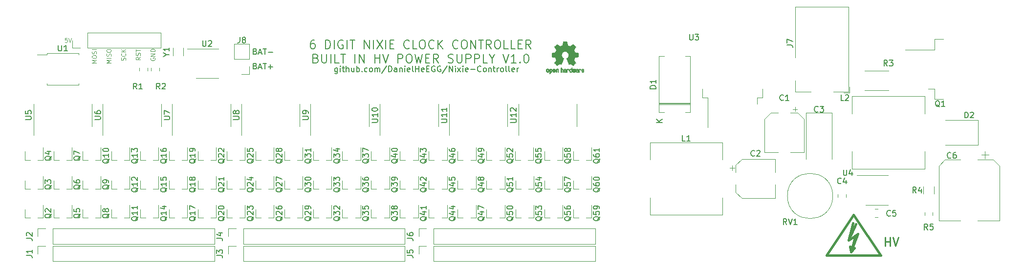
<source format=gbr>
%TF.GenerationSoftware,KiCad,Pcbnew,(5.1.5-131-g305ed0b65)-1*%
%TF.CreationDate,2020-05-05T20:00:19+08:00*%
%TF.ProjectId,NixieController,4e697869-6543-46f6-9e74-726f6c6c6572,rev?*%
%TF.SameCoordinates,Original*%
%TF.FileFunction,Legend,Top*%
%TF.FilePolarity,Positive*%
%FSLAX46Y46*%
G04 Gerber Fmt 4.6, Leading zero omitted, Abs format (unit mm)*
G04 Created by KiCad (PCBNEW (5.1.5-131-g305ed0b65)-1) date 2020-05-05 20:00:19*
%MOMM*%
%LPD*%
G01*
G04 APERTURE LIST*
%ADD10C,0.150000*%
%ADD11C,0.100000*%
%ADD12C,0.250000*%
%ADD13C,0.200000*%
%ADD14C,0.120000*%
%ADD15C,0.381000*%
%ADD16C,0.010000*%
G04 APERTURE END LIST*
D10*
X119595238Y-81785714D02*
X119595238Y-82595238D01*
X119547619Y-82690476D01*
X119500000Y-82738095D01*
X119404761Y-82785714D01*
X119261904Y-82785714D01*
X119166666Y-82738095D01*
X119595238Y-82404761D02*
X119500000Y-82452380D01*
X119309523Y-82452380D01*
X119214285Y-82404761D01*
X119166666Y-82357142D01*
X119119047Y-82261904D01*
X119119047Y-81976190D01*
X119166666Y-81880952D01*
X119214285Y-81833333D01*
X119309523Y-81785714D01*
X119500000Y-81785714D01*
X119595238Y-81833333D01*
X120071428Y-82452380D02*
X120071428Y-81785714D01*
X120071428Y-81452380D02*
X120023809Y-81500000D01*
X120071428Y-81547619D01*
X120119047Y-81500000D01*
X120071428Y-81452380D01*
X120071428Y-81547619D01*
X120404761Y-81785714D02*
X120785714Y-81785714D01*
X120547619Y-81452380D02*
X120547619Y-82309523D01*
X120595238Y-82404761D01*
X120690476Y-82452380D01*
X120785714Y-82452380D01*
X121119047Y-82452380D02*
X121119047Y-81452380D01*
X121547619Y-82452380D02*
X121547619Y-81928571D01*
X121500000Y-81833333D01*
X121404761Y-81785714D01*
X121261904Y-81785714D01*
X121166666Y-81833333D01*
X121119047Y-81880952D01*
X122452380Y-81785714D02*
X122452380Y-82452380D01*
X122023809Y-81785714D02*
X122023809Y-82309523D01*
X122071428Y-82404761D01*
X122166666Y-82452380D01*
X122309523Y-82452380D01*
X122404761Y-82404761D01*
X122452380Y-82357142D01*
X122928571Y-82452380D02*
X122928571Y-81452380D01*
X122928571Y-81833333D02*
X123023809Y-81785714D01*
X123214285Y-81785714D01*
X123309523Y-81833333D01*
X123357142Y-81880952D01*
X123404761Y-81976190D01*
X123404761Y-82261904D01*
X123357142Y-82357142D01*
X123309523Y-82404761D01*
X123214285Y-82452380D01*
X123023809Y-82452380D01*
X122928571Y-82404761D01*
X123833333Y-82357142D02*
X123880952Y-82404761D01*
X123833333Y-82452380D01*
X123785714Y-82404761D01*
X123833333Y-82357142D01*
X123833333Y-82452380D01*
X124738095Y-82404761D02*
X124642857Y-82452380D01*
X124452380Y-82452380D01*
X124357142Y-82404761D01*
X124309523Y-82357142D01*
X124261904Y-82261904D01*
X124261904Y-81976190D01*
X124309523Y-81880952D01*
X124357142Y-81833333D01*
X124452380Y-81785714D01*
X124642857Y-81785714D01*
X124738095Y-81833333D01*
X125309523Y-82452380D02*
X125214285Y-82404761D01*
X125166666Y-82357142D01*
X125119047Y-82261904D01*
X125119047Y-81976190D01*
X125166666Y-81880952D01*
X125214285Y-81833333D01*
X125309523Y-81785714D01*
X125452380Y-81785714D01*
X125547619Y-81833333D01*
X125595238Y-81880952D01*
X125642857Y-81976190D01*
X125642857Y-82261904D01*
X125595238Y-82357142D01*
X125547619Y-82404761D01*
X125452380Y-82452380D01*
X125309523Y-82452380D01*
X126071428Y-82452380D02*
X126071428Y-81785714D01*
X126071428Y-81880952D02*
X126119047Y-81833333D01*
X126214285Y-81785714D01*
X126357142Y-81785714D01*
X126452380Y-81833333D01*
X126500000Y-81928571D01*
X126500000Y-82452380D01*
X126500000Y-81928571D02*
X126547619Y-81833333D01*
X126642857Y-81785714D01*
X126785714Y-81785714D01*
X126880952Y-81833333D01*
X126928571Y-81928571D01*
X126928571Y-82452380D01*
X128119047Y-81404761D02*
X127261904Y-82690476D01*
X128452380Y-82452380D02*
X128452380Y-81452380D01*
X128690476Y-81452380D01*
X128833333Y-81500000D01*
X128928571Y-81595238D01*
X128976190Y-81690476D01*
X129023809Y-81880952D01*
X129023809Y-82023809D01*
X128976190Y-82214285D01*
X128928571Y-82309523D01*
X128833333Y-82404761D01*
X128690476Y-82452380D01*
X128452380Y-82452380D01*
X129880952Y-82452380D02*
X129880952Y-81928571D01*
X129833333Y-81833333D01*
X129738095Y-81785714D01*
X129547619Y-81785714D01*
X129452380Y-81833333D01*
X129880952Y-82404761D02*
X129785714Y-82452380D01*
X129547619Y-82452380D01*
X129452380Y-82404761D01*
X129404761Y-82309523D01*
X129404761Y-82214285D01*
X129452380Y-82119047D01*
X129547619Y-82071428D01*
X129785714Y-82071428D01*
X129880952Y-82023809D01*
X130357142Y-81785714D02*
X130357142Y-82452380D01*
X130357142Y-81880952D02*
X130404761Y-81833333D01*
X130500000Y-81785714D01*
X130642857Y-81785714D01*
X130738095Y-81833333D01*
X130785714Y-81928571D01*
X130785714Y-82452380D01*
X131261904Y-82452380D02*
X131261904Y-81785714D01*
X131261904Y-81452380D02*
X131214285Y-81500000D01*
X131261904Y-81547619D01*
X131309523Y-81500000D01*
X131261904Y-81452380D01*
X131261904Y-81547619D01*
X132119047Y-82404761D02*
X132023809Y-82452380D01*
X131833333Y-82452380D01*
X131738095Y-82404761D01*
X131690476Y-82309523D01*
X131690476Y-81928571D01*
X131738095Y-81833333D01*
X131833333Y-81785714D01*
X132023809Y-81785714D01*
X132119047Y-81833333D01*
X132166666Y-81928571D01*
X132166666Y-82023809D01*
X131690476Y-82119047D01*
X132738095Y-82452380D02*
X132642857Y-82404761D01*
X132595238Y-82309523D01*
X132595238Y-81452380D01*
X133119047Y-82452380D02*
X133119047Y-81452380D01*
X133119047Y-81928571D02*
X133690476Y-81928571D01*
X133690476Y-82452380D02*
X133690476Y-81452380D01*
X134547619Y-82404761D02*
X134452380Y-82452380D01*
X134261904Y-82452380D01*
X134166666Y-82404761D01*
X134119047Y-82309523D01*
X134119047Y-81928571D01*
X134166666Y-81833333D01*
X134261904Y-81785714D01*
X134452380Y-81785714D01*
X134547619Y-81833333D01*
X134595238Y-81928571D01*
X134595238Y-82023809D01*
X134119047Y-82119047D01*
X135023809Y-81928571D02*
X135357142Y-81928571D01*
X135500000Y-82452380D02*
X135023809Y-82452380D01*
X135023809Y-81452380D01*
X135500000Y-81452380D01*
X136452380Y-81500000D02*
X136357142Y-81452380D01*
X136214285Y-81452380D01*
X136071428Y-81500000D01*
X135976190Y-81595238D01*
X135928571Y-81690476D01*
X135880952Y-81880952D01*
X135880952Y-82023809D01*
X135928571Y-82214285D01*
X135976190Y-82309523D01*
X136071428Y-82404761D01*
X136214285Y-82452380D01*
X136309523Y-82452380D01*
X136452380Y-82404761D01*
X136500000Y-82357142D01*
X136500000Y-82023809D01*
X136309523Y-82023809D01*
X137452380Y-81500000D02*
X137357142Y-81452380D01*
X137214285Y-81452380D01*
X137071428Y-81500000D01*
X136976190Y-81595238D01*
X136928571Y-81690476D01*
X136880952Y-81880952D01*
X136880952Y-82023809D01*
X136928571Y-82214285D01*
X136976190Y-82309523D01*
X137071428Y-82404761D01*
X137214285Y-82452380D01*
X137309523Y-82452380D01*
X137452380Y-82404761D01*
X137500000Y-82357142D01*
X137500000Y-82023809D01*
X137309523Y-82023809D01*
X138642857Y-81404761D02*
X137785714Y-82690476D01*
X138976190Y-82452380D02*
X138976190Y-81452380D01*
X139547619Y-82452380D01*
X139547619Y-81452380D01*
X140023809Y-82452380D02*
X140023809Y-81785714D01*
X140023809Y-81452380D02*
X139976190Y-81500000D01*
X140023809Y-81547619D01*
X140071428Y-81500000D01*
X140023809Y-81452380D01*
X140023809Y-81547619D01*
X140404761Y-82452380D02*
X140928571Y-81785714D01*
X140404761Y-81785714D02*
X140928571Y-82452380D01*
X141309523Y-82452380D02*
X141309523Y-81785714D01*
X141309523Y-81452380D02*
X141261904Y-81500000D01*
X141309523Y-81547619D01*
X141357142Y-81500000D01*
X141309523Y-81452380D01*
X141309523Y-81547619D01*
X142166666Y-82404761D02*
X142071428Y-82452380D01*
X141880952Y-82452380D01*
X141785714Y-82404761D01*
X141738095Y-82309523D01*
X141738095Y-81928571D01*
X141785714Y-81833333D01*
X141880952Y-81785714D01*
X142071428Y-81785714D01*
X142166666Y-81833333D01*
X142214285Y-81928571D01*
X142214285Y-82023809D01*
X141738095Y-82119047D01*
X142642857Y-82071428D02*
X143404761Y-82071428D01*
X144452380Y-82357142D02*
X144404761Y-82404761D01*
X144261904Y-82452380D01*
X144166666Y-82452380D01*
X144023809Y-82404761D01*
X143928571Y-82309523D01*
X143880952Y-82214285D01*
X143833333Y-82023809D01*
X143833333Y-81880952D01*
X143880952Y-81690476D01*
X143928571Y-81595238D01*
X144023809Y-81500000D01*
X144166666Y-81452380D01*
X144261904Y-81452380D01*
X144404761Y-81500000D01*
X144452380Y-81547619D01*
X145023809Y-82452380D02*
X144928571Y-82404761D01*
X144880952Y-82357142D01*
X144833333Y-82261904D01*
X144833333Y-81976190D01*
X144880952Y-81880952D01*
X144928571Y-81833333D01*
X145023809Y-81785714D01*
X145166666Y-81785714D01*
X145261904Y-81833333D01*
X145309523Y-81880952D01*
X145357142Y-81976190D01*
X145357142Y-82261904D01*
X145309523Y-82357142D01*
X145261904Y-82404761D01*
X145166666Y-82452380D01*
X145023809Y-82452380D01*
X145785714Y-81785714D02*
X145785714Y-82452380D01*
X145785714Y-81880952D02*
X145833333Y-81833333D01*
X145928571Y-81785714D01*
X146071428Y-81785714D01*
X146166666Y-81833333D01*
X146214285Y-81928571D01*
X146214285Y-82452380D01*
X146547619Y-81785714D02*
X146928571Y-81785714D01*
X146690476Y-81452380D02*
X146690476Y-82309523D01*
X146738095Y-82404761D01*
X146833333Y-82452380D01*
X146928571Y-82452380D01*
X147261904Y-82452380D02*
X147261904Y-81785714D01*
X147261904Y-81976190D02*
X147309523Y-81880952D01*
X147357142Y-81833333D01*
X147452380Y-81785714D01*
X147547619Y-81785714D01*
X148023809Y-82452380D02*
X147928571Y-82404761D01*
X147880952Y-82357142D01*
X147833333Y-82261904D01*
X147833333Y-81976190D01*
X147880952Y-81880952D01*
X147928571Y-81833333D01*
X148023809Y-81785714D01*
X148166666Y-81785714D01*
X148261904Y-81833333D01*
X148309523Y-81880952D01*
X148357142Y-81976190D01*
X148357142Y-82261904D01*
X148309523Y-82357142D01*
X148261904Y-82404761D01*
X148166666Y-82452380D01*
X148023809Y-82452380D01*
X148928571Y-82452380D02*
X148833333Y-82404761D01*
X148785714Y-82309523D01*
X148785714Y-81452380D01*
X149452380Y-82452380D02*
X149357142Y-82404761D01*
X149309523Y-82309523D01*
X149309523Y-81452380D01*
X150214285Y-82404761D02*
X150119047Y-82452380D01*
X149928571Y-82452380D01*
X149833333Y-82404761D01*
X149785714Y-82309523D01*
X149785714Y-81928571D01*
X149833333Y-81833333D01*
X149928571Y-81785714D01*
X150119047Y-81785714D01*
X150214285Y-81833333D01*
X150261904Y-81928571D01*
X150261904Y-82023809D01*
X149785714Y-82119047D01*
X150690476Y-82452380D02*
X150690476Y-81785714D01*
X150690476Y-81976190D02*
X150738095Y-81880952D01*
X150785714Y-81833333D01*
X150880952Y-81785714D01*
X150976190Y-81785714D01*
D11*
X87255000Y-80073428D02*
X87219285Y-80144857D01*
X87219285Y-80252000D01*
X87255000Y-80359142D01*
X87326428Y-80430571D01*
X87397857Y-80466285D01*
X87540714Y-80502000D01*
X87647857Y-80502000D01*
X87790714Y-80466285D01*
X87862142Y-80430571D01*
X87933571Y-80359142D01*
X87969285Y-80252000D01*
X87969285Y-80180571D01*
X87933571Y-80073428D01*
X87897857Y-80037714D01*
X87647857Y-80037714D01*
X87647857Y-80180571D01*
X87969285Y-79716285D02*
X87219285Y-79716285D01*
X87969285Y-79287714D01*
X87219285Y-79287714D01*
X87969285Y-78930571D02*
X87219285Y-78930571D01*
X87219285Y-78752000D01*
X87255000Y-78644857D01*
X87326428Y-78573428D01*
X87397857Y-78537714D01*
X87540714Y-78502000D01*
X87647857Y-78502000D01*
X87790714Y-78537714D01*
X87862142Y-78573428D01*
X87933571Y-78644857D01*
X87969285Y-78752000D01*
X87969285Y-78930571D01*
X85429285Y-79912714D02*
X85072142Y-80162714D01*
X85429285Y-80341285D02*
X84679285Y-80341285D01*
X84679285Y-80055571D01*
X84715000Y-79984142D01*
X84750714Y-79948428D01*
X84822142Y-79912714D01*
X84929285Y-79912714D01*
X85000714Y-79948428D01*
X85036428Y-79984142D01*
X85072142Y-80055571D01*
X85072142Y-80341285D01*
X85393571Y-79627000D02*
X85429285Y-79519857D01*
X85429285Y-79341285D01*
X85393571Y-79269857D01*
X85357857Y-79234142D01*
X85286428Y-79198428D01*
X85215000Y-79198428D01*
X85143571Y-79234142D01*
X85107857Y-79269857D01*
X85072142Y-79341285D01*
X85036428Y-79484142D01*
X85000714Y-79555571D01*
X84965000Y-79591285D01*
X84893571Y-79627000D01*
X84822142Y-79627000D01*
X84750714Y-79591285D01*
X84715000Y-79555571D01*
X84679285Y-79484142D01*
X84679285Y-79305571D01*
X84715000Y-79198428D01*
X84679285Y-78984142D02*
X84679285Y-78555571D01*
X85429285Y-78769857D02*
X84679285Y-78769857D01*
X82853571Y-80466285D02*
X82889285Y-80359142D01*
X82889285Y-80180571D01*
X82853571Y-80109142D01*
X82817857Y-80073428D01*
X82746428Y-80037714D01*
X82675000Y-80037714D01*
X82603571Y-80073428D01*
X82567857Y-80109142D01*
X82532142Y-80180571D01*
X82496428Y-80323428D01*
X82460714Y-80394857D01*
X82425000Y-80430571D01*
X82353571Y-80466285D01*
X82282142Y-80466285D01*
X82210714Y-80430571D01*
X82175000Y-80394857D01*
X82139285Y-80323428D01*
X82139285Y-80144857D01*
X82175000Y-80037714D01*
X82817857Y-79287714D02*
X82853571Y-79323428D01*
X82889285Y-79430571D01*
X82889285Y-79502000D01*
X82853571Y-79609142D01*
X82782142Y-79680571D01*
X82710714Y-79716285D01*
X82567857Y-79752000D01*
X82460714Y-79752000D01*
X82317857Y-79716285D01*
X82246428Y-79680571D01*
X82175000Y-79609142D01*
X82139285Y-79502000D01*
X82139285Y-79430571D01*
X82175000Y-79323428D01*
X82210714Y-79287714D01*
X82889285Y-78966285D02*
X82139285Y-78966285D01*
X82889285Y-78537714D02*
X82460714Y-78859142D01*
X82139285Y-78537714D02*
X82567857Y-78966285D01*
X80349285Y-80934571D02*
X79599285Y-80934571D01*
X80135000Y-80684571D01*
X79599285Y-80434571D01*
X80349285Y-80434571D01*
X80349285Y-80077428D02*
X79599285Y-80077428D01*
X80313571Y-79756000D02*
X80349285Y-79648857D01*
X80349285Y-79470285D01*
X80313571Y-79398857D01*
X80277857Y-79363142D01*
X80206428Y-79327428D01*
X80135000Y-79327428D01*
X80063571Y-79363142D01*
X80027857Y-79398857D01*
X79992142Y-79470285D01*
X79956428Y-79613142D01*
X79920714Y-79684571D01*
X79885000Y-79720285D01*
X79813571Y-79756000D01*
X79742142Y-79756000D01*
X79670714Y-79720285D01*
X79635000Y-79684571D01*
X79599285Y-79613142D01*
X79599285Y-79434571D01*
X79635000Y-79327428D01*
X79599285Y-78863142D02*
X79599285Y-78720285D01*
X79635000Y-78648857D01*
X79706428Y-78577428D01*
X79849285Y-78541714D01*
X80099285Y-78541714D01*
X80242142Y-78577428D01*
X80313571Y-78648857D01*
X80349285Y-78720285D01*
X80349285Y-78863142D01*
X80313571Y-78934571D01*
X80242142Y-79006000D01*
X80099285Y-79041714D01*
X79849285Y-79041714D01*
X79706428Y-79006000D01*
X79635000Y-78934571D01*
X79599285Y-78863142D01*
X77839285Y-80934571D02*
X77089285Y-80934571D01*
X77625000Y-80684571D01*
X77089285Y-80434571D01*
X77839285Y-80434571D01*
X77089285Y-79934571D02*
X77089285Y-79791714D01*
X77125000Y-79720285D01*
X77196428Y-79648857D01*
X77339285Y-79613142D01*
X77589285Y-79613142D01*
X77732142Y-79648857D01*
X77803571Y-79720285D01*
X77839285Y-79791714D01*
X77839285Y-79934571D01*
X77803571Y-80006000D01*
X77732142Y-80077428D01*
X77589285Y-80113142D01*
X77339285Y-80113142D01*
X77196428Y-80077428D01*
X77125000Y-80006000D01*
X77089285Y-79934571D01*
X77803571Y-79327428D02*
X77839285Y-79220285D01*
X77839285Y-79041714D01*
X77803571Y-78970285D01*
X77767857Y-78934571D01*
X77696428Y-78898857D01*
X77625000Y-78898857D01*
X77553571Y-78934571D01*
X77517857Y-78970285D01*
X77482142Y-79041714D01*
X77446428Y-79184571D01*
X77410714Y-79256000D01*
X77375000Y-79291714D01*
X77303571Y-79327428D01*
X77232142Y-79327428D01*
X77160714Y-79291714D01*
X77125000Y-79256000D01*
X77089285Y-79184571D01*
X77089285Y-79006000D01*
X77125000Y-78898857D01*
X77839285Y-78577428D02*
X77089285Y-78577428D01*
X72755142Y-76589285D02*
X72398000Y-76589285D01*
X72362285Y-76946428D01*
X72398000Y-76910714D01*
X72469428Y-76875000D01*
X72648000Y-76875000D01*
X72719428Y-76910714D01*
X72755142Y-76946428D01*
X72790857Y-77017857D01*
X72790857Y-77196428D01*
X72755142Y-77267857D01*
X72719428Y-77303571D01*
X72648000Y-77339285D01*
X72469428Y-77339285D01*
X72398000Y-77303571D01*
X72362285Y-77267857D01*
X73005142Y-76589285D02*
X73255142Y-77339285D01*
X73505142Y-76589285D01*
D12*
X214428571Y-112678571D02*
X214428571Y-111178571D01*
X214428571Y-111892857D02*
X215285714Y-111892857D01*
X215285714Y-112678571D02*
X215285714Y-111178571D01*
X215785714Y-111178571D02*
X216285714Y-112678571D01*
X216785714Y-111178571D01*
D10*
X105322857Y-81468571D02*
X105465714Y-81516190D01*
X105513333Y-81563809D01*
X105560952Y-81659047D01*
X105560952Y-81801904D01*
X105513333Y-81897142D01*
X105465714Y-81944761D01*
X105370476Y-81992380D01*
X104989523Y-81992380D01*
X104989523Y-80992380D01*
X105322857Y-80992380D01*
X105418095Y-81040000D01*
X105465714Y-81087619D01*
X105513333Y-81182857D01*
X105513333Y-81278095D01*
X105465714Y-81373333D01*
X105418095Y-81420952D01*
X105322857Y-81468571D01*
X104989523Y-81468571D01*
X105941904Y-81706666D02*
X106418095Y-81706666D01*
X105846666Y-81992380D02*
X106180000Y-80992380D01*
X106513333Y-81992380D01*
X106703809Y-80992380D02*
X107275238Y-80992380D01*
X106989523Y-81992380D02*
X106989523Y-80992380D01*
X107608571Y-81611428D02*
X108370476Y-81611428D01*
X107989523Y-81992380D02*
X107989523Y-81230476D01*
D13*
X115607142Y-76953571D02*
X115321428Y-76953571D01*
X115178571Y-77025000D01*
X115107142Y-77096428D01*
X114964285Y-77310714D01*
X114892857Y-77596428D01*
X114892857Y-78167857D01*
X114964285Y-78310714D01*
X115035714Y-78382142D01*
X115178571Y-78453571D01*
X115464285Y-78453571D01*
X115607142Y-78382142D01*
X115678571Y-78310714D01*
X115750000Y-78167857D01*
X115750000Y-77810714D01*
X115678571Y-77667857D01*
X115607142Y-77596428D01*
X115464285Y-77525000D01*
X115178571Y-77525000D01*
X115035714Y-77596428D01*
X114964285Y-77667857D01*
X114892857Y-77810714D01*
X117535714Y-78453571D02*
X117535714Y-76953571D01*
X117892857Y-76953571D01*
X118107142Y-77025000D01*
X118250000Y-77167857D01*
X118321428Y-77310714D01*
X118392857Y-77596428D01*
X118392857Y-77810714D01*
X118321428Y-78096428D01*
X118250000Y-78239285D01*
X118107142Y-78382142D01*
X117892857Y-78453571D01*
X117535714Y-78453571D01*
X119035714Y-78453571D02*
X119035714Y-76953571D01*
X120535714Y-77025000D02*
X120392857Y-76953571D01*
X120178571Y-76953571D01*
X119964285Y-77025000D01*
X119821428Y-77167857D01*
X119750000Y-77310714D01*
X119678571Y-77596428D01*
X119678571Y-77810714D01*
X119750000Y-78096428D01*
X119821428Y-78239285D01*
X119964285Y-78382142D01*
X120178571Y-78453571D01*
X120321428Y-78453571D01*
X120535714Y-78382142D01*
X120607142Y-78310714D01*
X120607142Y-77810714D01*
X120321428Y-77810714D01*
X121250000Y-78453571D02*
X121250000Y-76953571D01*
X121750000Y-76953571D02*
X122607142Y-76953571D01*
X122178571Y-78453571D02*
X122178571Y-76953571D01*
X124250000Y-78453571D02*
X124250000Y-76953571D01*
X125107142Y-78453571D01*
X125107142Y-76953571D01*
X125821428Y-78453571D02*
X125821428Y-76953571D01*
X126392857Y-76953571D02*
X127392857Y-78453571D01*
X127392857Y-76953571D02*
X126392857Y-78453571D01*
X127964285Y-78453571D02*
X127964285Y-76953571D01*
X128678571Y-77667857D02*
X129178571Y-77667857D01*
X129392857Y-78453571D02*
X128678571Y-78453571D01*
X128678571Y-76953571D01*
X129392857Y-76953571D01*
X132035714Y-78310714D02*
X131964285Y-78382142D01*
X131750000Y-78453571D01*
X131607142Y-78453571D01*
X131392857Y-78382142D01*
X131250000Y-78239285D01*
X131178571Y-78096428D01*
X131107142Y-77810714D01*
X131107142Y-77596428D01*
X131178571Y-77310714D01*
X131250000Y-77167857D01*
X131392857Y-77025000D01*
X131607142Y-76953571D01*
X131750000Y-76953571D01*
X131964285Y-77025000D01*
X132035714Y-77096428D01*
X133392857Y-78453571D02*
X132678571Y-78453571D01*
X132678571Y-76953571D01*
X134178571Y-76953571D02*
X134464285Y-76953571D01*
X134607142Y-77025000D01*
X134750000Y-77167857D01*
X134821428Y-77453571D01*
X134821428Y-77953571D01*
X134750000Y-78239285D01*
X134607142Y-78382142D01*
X134464285Y-78453571D01*
X134178571Y-78453571D01*
X134035714Y-78382142D01*
X133892857Y-78239285D01*
X133821428Y-77953571D01*
X133821428Y-77453571D01*
X133892857Y-77167857D01*
X134035714Y-77025000D01*
X134178571Y-76953571D01*
X136321428Y-78310714D02*
X136250000Y-78382142D01*
X136035714Y-78453571D01*
X135892857Y-78453571D01*
X135678571Y-78382142D01*
X135535714Y-78239285D01*
X135464285Y-78096428D01*
X135392857Y-77810714D01*
X135392857Y-77596428D01*
X135464285Y-77310714D01*
X135535714Y-77167857D01*
X135678571Y-77025000D01*
X135892857Y-76953571D01*
X136035714Y-76953571D01*
X136250000Y-77025000D01*
X136321428Y-77096428D01*
X136964285Y-78453571D02*
X136964285Y-76953571D01*
X137821428Y-78453571D02*
X137178571Y-77596428D01*
X137821428Y-76953571D02*
X136964285Y-77810714D01*
X140464285Y-78310714D02*
X140392857Y-78382142D01*
X140178571Y-78453571D01*
X140035714Y-78453571D01*
X139821428Y-78382142D01*
X139678571Y-78239285D01*
X139607142Y-78096428D01*
X139535714Y-77810714D01*
X139535714Y-77596428D01*
X139607142Y-77310714D01*
X139678571Y-77167857D01*
X139821428Y-77025000D01*
X140035714Y-76953571D01*
X140178571Y-76953571D01*
X140392857Y-77025000D01*
X140464285Y-77096428D01*
X141392857Y-76953571D02*
X141678571Y-76953571D01*
X141821428Y-77025000D01*
X141964285Y-77167857D01*
X142035714Y-77453571D01*
X142035714Y-77953571D01*
X141964285Y-78239285D01*
X141821428Y-78382142D01*
X141678571Y-78453571D01*
X141392857Y-78453571D01*
X141250000Y-78382142D01*
X141107142Y-78239285D01*
X141035714Y-77953571D01*
X141035714Y-77453571D01*
X141107142Y-77167857D01*
X141250000Y-77025000D01*
X141392857Y-76953571D01*
X142678571Y-78453571D02*
X142678571Y-76953571D01*
X143535714Y-78453571D01*
X143535714Y-76953571D01*
X144035714Y-76953571D02*
X144892857Y-76953571D01*
X144464285Y-78453571D02*
X144464285Y-76953571D01*
X146250000Y-78453571D02*
X145750000Y-77739285D01*
X145392857Y-78453571D02*
X145392857Y-76953571D01*
X145964285Y-76953571D01*
X146107142Y-77025000D01*
X146178571Y-77096428D01*
X146250000Y-77239285D01*
X146250000Y-77453571D01*
X146178571Y-77596428D01*
X146107142Y-77667857D01*
X145964285Y-77739285D01*
X145392857Y-77739285D01*
X147178571Y-76953571D02*
X147464285Y-76953571D01*
X147607142Y-77025000D01*
X147750000Y-77167857D01*
X147821428Y-77453571D01*
X147821428Y-77953571D01*
X147750000Y-78239285D01*
X147607142Y-78382142D01*
X147464285Y-78453571D01*
X147178571Y-78453571D01*
X147035714Y-78382142D01*
X146892857Y-78239285D01*
X146821428Y-77953571D01*
X146821428Y-77453571D01*
X146892857Y-77167857D01*
X147035714Y-77025000D01*
X147178571Y-76953571D01*
X149178571Y-78453571D02*
X148464285Y-78453571D01*
X148464285Y-76953571D01*
X150392857Y-78453571D02*
X149678571Y-78453571D01*
X149678571Y-76953571D01*
X150892857Y-77667857D02*
X151392857Y-77667857D01*
X151607142Y-78453571D02*
X150892857Y-78453571D01*
X150892857Y-76953571D01*
X151607142Y-76953571D01*
X153107142Y-78453571D02*
X152607142Y-77739285D01*
X152250000Y-78453571D02*
X152250000Y-76953571D01*
X152821428Y-76953571D01*
X152964285Y-77025000D01*
X153035714Y-77096428D01*
X153107142Y-77239285D01*
X153107142Y-77453571D01*
X153035714Y-77596428D01*
X152964285Y-77667857D01*
X152821428Y-77739285D01*
X152250000Y-77739285D01*
X115857142Y-80117857D02*
X116071428Y-80189285D01*
X116142857Y-80260714D01*
X116214285Y-80403571D01*
X116214285Y-80617857D01*
X116142857Y-80760714D01*
X116071428Y-80832142D01*
X115928571Y-80903571D01*
X115357142Y-80903571D01*
X115357142Y-79403571D01*
X115857142Y-79403571D01*
X116000000Y-79475000D01*
X116071428Y-79546428D01*
X116142857Y-79689285D01*
X116142857Y-79832142D01*
X116071428Y-79975000D01*
X116000000Y-80046428D01*
X115857142Y-80117857D01*
X115357142Y-80117857D01*
X116857142Y-79403571D02*
X116857142Y-80617857D01*
X116928571Y-80760714D01*
X117000000Y-80832142D01*
X117142857Y-80903571D01*
X117428571Y-80903571D01*
X117571428Y-80832142D01*
X117642857Y-80760714D01*
X117714285Y-80617857D01*
X117714285Y-79403571D01*
X118428571Y-80903571D02*
X118428571Y-79403571D01*
X119857142Y-80903571D02*
X119142857Y-80903571D01*
X119142857Y-79403571D01*
X120142857Y-79403571D02*
X121000000Y-79403571D01*
X120571428Y-80903571D02*
X120571428Y-79403571D01*
X122642857Y-80903571D02*
X122642857Y-79403571D01*
X123357142Y-80903571D02*
X123357142Y-79403571D01*
X124214285Y-80903571D01*
X124214285Y-79403571D01*
X126071428Y-80903571D02*
X126071428Y-79403571D01*
X126071428Y-80117857D02*
X126928571Y-80117857D01*
X126928571Y-80903571D02*
X126928571Y-79403571D01*
X127428571Y-79403571D02*
X127928571Y-80903571D01*
X128428571Y-79403571D01*
X130071428Y-80903571D02*
X130071428Y-79403571D01*
X130642857Y-79403571D01*
X130785714Y-79475000D01*
X130857142Y-79546428D01*
X130928571Y-79689285D01*
X130928571Y-79903571D01*
X130857142Y-80046428D01*
X130785714Y-80117857D01*
X130642857Y-80189285D01*
X130071428Y-80189285D01*
X131857142Y-79403571D02*
X132142857Y-79403571D01*
X132285714Y-79475000D01*
X132428571Y-79617857D01*
X132500000Y-79903571D01*
X132500000Y-80403571D01*
X132428571Y-80689285D01*
X132285714Y-80832142D01*
X132142857Y-80903571D01*
X131857142Y-80903571D01*
X131714285Y-80832142D01*
X131571428Y-80689285D01*
X131500000Y-80403571D01*
X131500000Y-79903571D01*
X131571428Y-79617857D01*
X131714285Y-79475000D01*
X131857142Y-79403571D01*
X133000000Y-79403571D02*
X133357142Y-80903571D01*
X133642857Y-79832142D01*
X133928571Y-80903571D01*
X134285714Y-79403571D01*
X134857142Y-80117857D02*
X135357142Y-80117857D01*
X135571428Y-80903571D02*
X134857142Y-80903571D01*
X134857142Y-79403571D01*
X135571428Y-79403571D01*
X137071428Y-80903571D02*
X136571428Y-80189285D01*
X136214285Y-80903571D02*
X136214285Y-79403571D01*
X136785714Y-79403571D01*
X136928571Y-79475000D01*
X137000000Y-79546428D01*
X137071428Y-79689285D01*
X137071428Y-79903571D01*
X137000000Y-80046428D01*
X136928571Y-80117857D01*
X136785714Y-80189285D01*
X136214285Y-80189285D01*
X138785714Y-80832142D02*
X139000000Y-80903571D01*
X139357142Y-80903571D01*
X139500000Y-80832142D01*
X139571428Y-80760714D01*
X139642857Y-80617857D01*
X139642857Y-80475000D01*
X139571428Y-80332142D01*
X139500000Y-80260714D01*
X139357142Y-80189285D01*
X139071428Y-80117857D01*
X138928571Y-80046428D01*
X138857142Y-79975000D01*
X138785714Y-79832142D01*
X138785714Y-79689285D01*
X138857142Y-79546428D01*
X138928571Y-79475000D01*
X139071428Y-79403571D01*
X139428571Y-79403571D01*
X139642857Y-79475000D01*
X140285714Y-79403571D02*
X140285714Y-80617857D01*
X140357142Y-80760714D01*
X140428571Y-80832142D01*
X140571428Y-80903571D01*
X140857142Y-80903571D01*
X141000000Y-80832142D01*
X141071428Y-80760714D01*
X141142857Y-80617857D01*
X141142857Y-79403571D01*
X141857142Y-80903571D02*
X141857142Y-79403571D01*
X142428571Y-79403571D01*
X142571428Y-79475000D01*
X142642857Y-79546428D01*
X142714285Y-79689285D01*
X142714285Y-79903571D01*
X142642857Y-80046428D01*
X142571428Y-80117857D01*
X142428571Y-80189285D01*
X141857142Y-80189285D01*
X143357142Y-80903571D02*
X143357142Y-79403571D01*
X143928571Y-79403571D01*
X144071428Y-79475000D01*
X144142857Y-79546428D01*
X144214285Y-79689285D01*
X144214285Y-79903571D01*
X144142857Y-80046428D01*
X144071428Y-80117857D01*
X143928571Y-80189285D01*
X143357142Y-80189285D01*
X145571428Y-80903571D02*
X144857142Y-80903571D01*
X144857142Y-79403571D01*
X146357142Y-80189285D02*
X146357142Y-80903571D01*
X145857142Y-79403571D02*
X146357142Y-80189285D01*
X146857142Y-79403571D01*
X148285714Y-79403571D02*
X148785714Y-80903571D01*
X149285714Y-79403571D01*
X150571428Y-80903571D02*
X149714285Y-80903571D01*
X150142857Y-80903571D02*
X150142857Y-79403571D01*
X150000000Y-79617857D01*
X149857142Y-79760714D01*
X149714285Y-79832142D01*
X151214285Y-80760714D02*
X151285714Y-80832142D01*
X151214285Y-80903571D01*
X151142857Y-80832142D01*
X151214285Y-80760714D01*
X151214285Y-80903571D01*
X152214285Y-79403571D02*
X152357142Y-79403571D01*
X152500000Y-79475000D01*
X152571428Y-79546428D01*
X152642857Y-79689285D01*
X152714285Y-79975000D01*
X152714285Y-80332142D01*
X152642857Y-80617857D01*
X152571428Y-80760714D01*
X152500000Y-80832142D01*
X152357142Y-80903571D01*
X152214285Y-80903571D01*
X152071428Y-80832142D01*
X152000000Y-80760714D01*
X151928571Y-80617857D01*
X151857142Y-80332142D01*
X151857142Y-79975000D01*
X151928571Y-79689285D01*
X152000000Y-79546428D01*
X152071428Y-79475000D01*
X152214285Y-79403571D01*
D10*
X105322857Y-78928571D02*
X105465714Y-78976190D01*
X105513333Y-79023809D01*
X105560952Y-79119047D01*
X105560952Y-79261904D01*
X105513333Y-79357142D01*
X105465714Y-79404761D01*
X105370476Y-79452380D01*
X104989523Y-79452380D01*
X104989523Y-78452380D01*
X105322857Y-78452380D01*
X105418095Y-78500000D01*
X105465714Y-78547619D01*
X105513333Y-78642857D01*
X105513333Y-78738095D01*
X105465714Y-78833333D01*
X105418095Y-78880952D01*
X105322857Y-78928571D01*
X104989523Y-78928571D01*
X105941904Y-79166666D02*
X106418095Y-79166666D01*
X105846666Y-79452380D02*
X106180000Y-78452380D01*
X106513333Y-79452380D01*
X106703809Y-78452380D02*
X107275238Y-78452380D01*
X106989523Y-79452380D02*
X106989523Y-78452380D01*
X107608571Y-79071428D02*
X108370476Y-79071428D01*
D14*
%TO.C,J8*%
X104330000Y-82870000D02*
X103000000Y-82870000D01*
X104330000Y-81540000D02*
X104330000Y-82870000D01*
X104330000Y-80270000D02*
X101670000Y-80270000D01*
X101670000Y-80270000D02*
X101670000Y-77670000D01*
X104330000Y-80270000D02*
X104330000Y-77670000D01*
X104330000Y-77670000D02*
X101670000Y-77670000D01*
D15*
%TO.C,REF\u002A\u002A*%
X204301000Y-114294000D02*
X209000000Y-107309000D01*
X213699000Y-114294000D02*
X204301000Y-114294000D01*
X209000000Y-107309000D02*
X213699000Y-114294000D01*
X208502160Y-113699640D02*
X208400560Y-112800480D01*
X209299720Y-110900560D02*
X208502160Y-113699640D01*
X208100840Y-111700660D02*
X209299720Y-110900560D01*
X208900940Y-108700920D02*
X208100840Y-111700660D01*
X208502160Y-113699640D02*
X209101600Y-113001140D01*
X208100840Y-111700660D02*
X209401320Y-108899040D01*
X209701040Y-110600840D02*
X209101600Y-110999620D01*
X208502160Y-113699640D02*
X209701040Y-110600840D01*
D16*
G36*
X159103910Y-77242348D02*
G01*
X159182454Y-77242778D01*
X159239298Y-77243942D01*
X159278105Y-77246207D01*
X159302538Y-77249940D01*
X159316262Y-77255506D01*
X159322940Y-77263273D01*
X159326236Y-77273605D01*
X159326556Y-77274943D01*
X159331562Y-77299079D01*
X159340829Y-77346701D01*
X159353392Y-77412741D01*
X159368287Y-77492128D01*
X159384551Y-77579796D01*
X159385119Y-77582875D01*
X159401410Y-77668789D01*
X159416652Y-77744696D01*
X159429861Y-77806045D01*
X159440054Y-77848282D01*
X159446248Y-77866855D01*
X159446543Y-77867184D01*
X159464788Y-77876253D01*
X159502405Y-77891367D01*
X159551271Y-77909262D01*
X159551543Y-77909358D01*
X159613093Y-77932493D01*
X159685657Y-77961965D01*
X159754057Y-77991597D01*
X159757294Y-77993062D01*
X159868702Y-78043626D01*
X160115399Y-77875160D01*
X160191077Y-77823803D01*
X160259631Y-77777889D01*
X160317088Y-77740030D01*
X160359476Y-77712837D01*
X160382825Y-77698921D01*
X160385042Y-77697889D01*
X160402010Y-77702484D01*
X160433701Y-77724655D01*
X160481352Y-77765447D01*
X160546198Y-77825905D01*
X160612397Y-77890227D01*
X160676214Y-77953612D01*
X160733329Y-78011451D01*
X160780305Y-78060175D01*
X160813703Y-78096210D01*
X160830085Y-78115984D01*
X160830694Y-78117002D01*
X160832505Y-78130572D01*
X160825683Y-78152733D01*
X160808540Y-78186478D01*
X160779393Y-78234800D01*
X160736555Y-78300692D01*
X160679448Y-78385517D01*
X160628766Y-78460177D01*
X160583461Y-78527140D01*
X160546150Y-78582516D01*
X160519452Y-78622420D01*
X160505985Y-78642962D01*
X160505137Y-78644356D01*
X160506781Y-78664038D01*
X160519245Y-78702293D01*
X160540048Y-78751889D01*
X160547462Y-78767728D01*
X160579814Y-78838290D01*
X160614328Y-78918353D01*
X160642365Y-78987629D01*
X160662568Y-79039045D01*
X160678615Y-79078119D01*
X160687888Y-79098541D01*
X160689041Y-79100114D01*
X160706096Y-79102721D01*
X160746298Y-79109863D01*
X160804302Y-79120523D01*
X160874763Y-79133685D01*
X160952335Y-79148333D01*
X161031672Y-79163449D01*
X161107431Y-79178018D01*
X161174264Y-79191022D01*
X161226828Y-79201445D01*
X161259776Y-79208270D01*
X161267857Y-79210199D01*
X161276205Y-79214962D01*
X161282506Y-79225718D01*
X161287045Y-79246098D01*
X161290104Y-79279734D01*
X161291967Y-79330255D01*
X161292918Y-79401292D01*
X161293240Y-79496476D01*
X161293257Y-79535492D01*
X161293257Y-79852799D01*
X161217057Y-79867839D01*
X161174663Y-79875995D01*
X161111400Y-79887899D01*
X161034962Y-79902116D01*
X160953043Y-79917210D01*
X160930400Y-79921355D01*
X160854806Y-79936053D01*
X160788953Y-79950505D01*
X160738366Y-79963375D01*
X160708574Y-79973322D01*
X160703612Y-79976287D01*
X160691426Y-79997283D01*
X160673953Y-80037967D01*
X160654577Y-80090322D01*
X160650734Y-80101600D01*
X160625339Y-80171523D01*
X160593817Y-80250418D01*
X160562969Y-80321266D01*
X160562817Y-80321595D01*
X160511447Y-80432733D01*
X160680399Y-80681253D01*
X160849352Y-80929772D01*
X160632429Y-81147058D01*
X160566819Y-81211726D01*
X160506979Y-81268733D01*
X160456267Y-81315033D01*
X160418046Y-81347584D01*
X160395675Y-81363343D01*
X160392466Y-81364343D01*
X160373626Y-81356469D01*
X160335180Y-81334578D01*
X160281330Y-81301267D01*
X160216276Y-81259131D01*
X160145940Y-81211943D01*
X160074555Y-81163810D01*
X160010908Y-81121928D01*
X159959041Y-81088871D01*
X159922995Y-81067218D01*
X159906867Y-81059543D01*
X159887189Y-81066037D01*
X159849875Y-81083150D01*
X159802621Y-81107326D01*
X159797612Y-81110013D01*
X159733977Y-81141927D01*
X159690341Y-81157579D01*
X159663202Y-81157745D01*
X159649057Y-81143204D01*
X159648975Y-81143000D01*
X159641905Y-81125779D01*
X159625042Y-81084899D01*
X159599695Y-81023525D01*
X159567171Y-80944819D01*
X159528778Y-80851947D01*
X159485822Y-80748072D01*
X159444222Y-80647502D01*
X159398504Y-80536516D01*
X159356526Y-80433703D01*
X159319548Y-80342215D01*
X159288827Y-80265201D01*
X159265622Y-80205815D01*
X159251190Y-80167209D01*
X159246743Y-80152800D01*
X159257896Y-80136272D01*
X159287069Y-80109930D01*
X159325971Y-80080887D01*
X159436757Y-79989039D01*
X159523351Y-79883759D01*
X159584716Y-79767266D01*
X159619815Y-79641776D01*
X159627608Y-79509507D01*
X159621943Y-79448457D01*
X159591078Y-79321795D01*
X159537920Y-79209941D01*
X159465767Y-79114001D01*
X159377917Y-79035076D01*
X159277665Y-78974270D01*
X159168310Y-78932687D01*
X159053147Y-78911428D01*
X158935475Y-78911599D01*
X158818590Y-78934301D01*
X158705789Y-78980638D01*
X158600369Y-79051713D01*
X158556368Y-79091911D01*
X158471979Y-79195129D01*
X158413222Y-79307925D01*
X158379704Y-79427010D01*
X158371035Y-79549095D01*
X158386823Y-79670893D01*
X158426678Y-79789116D01*
X158490207Y-79900475D01*
X158577021Y-80001684D01*
X158674029Y-80080887D01*
X158714437Y-80111162D01*
X158742982Y-80137219D01*
X158753257Y-80152825D01*
X158747877Y-80169843D01*
X158732575Y-80210500D01*
X158708612Y-80271642D01*
X158677244Y-80350119D01*
X158639732Y-80442780D01*
X158597333Y-80546472D01*
X158555663Y-80647526D01*
X158509690Y-80758607D01*
X158467107Y-80861541D01*
X158429221Y-80953165D01*
X158397340Y-81030316D01*
X158372771Y-81089831D01*
X158356820Y-81128544D01*
X158350910Y-81143000D01*
X158336948Y-81157685D01*
X158309940Y-81157642D01*
X158266413Y-81142099D01*
X158202890Y-81110284D01*
X158202388Y-81110013D01*
X158154560Y-81085323D01*
X158115897Y-81067338D01*
X158094095Y-81059614D01*
X158093133Y-81059543D01*
X158076721Y-81067378D01*
X158040487Y-81089165D01*
X157988474Y-81122328D01*
X157924725Y-81164291D01*
X157854060Y-81211943D01*
X157782116Y-81260191D01*
X157717274Y-81302151D01*
X157663735Y-81335227D01*
X157625697Y-81356821D01*
X157607533Y-81364343D01*
X157590808Y-81354457D01*
X157557180Y-81326826D01*
X157510010Y-81284495D01*
X157452658Y-81230505D01*
X157388484Y-81167899D01*
X157367497Y-81146983D01*
X157150499Y-80929623D01*
X157315668Y-80687220D01*
X157365864Y-80612781D01*
X157409919Y-80545972D01*
X157445362Y-80490665D01*
X157469719Y-80450729D01*
X157480522Y-80430036D01*
X157480838Y-80428563D01*
X157475143Y-80409058D01*
X157459826Y-80369822D01*
X157437537Y-80317430D01*
X157421893Y-80282355D01*
X157392641Y-80215201D01*
X157365094Y-80147358D01*
X157343737Y-80090034D01*
X157337935Y-80072572D01*
X157321452Y-80025938D01*
X157305340Y-79989905D01*
X157296490Y-79976287D01*
X157276960Y-79967952D01*
X157234334Y-79956137D01*
X157174145Y-79942181D01*
X157101922Y-79927422D01*
X157069600Y-79921355D01*
X156987522Y-79906273D01*
X156908795Y-79891669D01*
X156841109Y-79878980D01*
X156792160Y-79869642D01*
X156782943Y-79867839D01*
X156706743Y-79852799D01*
X156706743Y-79535492D01*
X156706914Y-79431154D01*
X156707616Y-79352213D01*
X156709134Y-79295038D01*
X156711749Y-79255999D01*
X156715746Y-79231465D01*
X156721409Y-79217805D01*
X156729020Y-79211389D01*
X156732143Y-79210199D01*
X156750978Y-79205980D01*
X156792588Y-79197562D01*
X156851630Y-79185961D01*
X156922757Y-79172195D01*
X157000625Y-79157280D01*
X157079887Y-79142232D01*
X157155198Y-79128069D01*
X157221213Y-79115806D01*
X157272587Y-79106461D01*
X157303975Y-79101050D01*
X157310959Y-79100114D01*
X157317285Y-79087596D01*
X157331290Y-79054246D01*
X157350355Y-79006377D01*
X157357634Y-78987629D01*
X157386996Y-78915195D01*
X157421571Y-78835170D01*
X157452537Y-78767728D01*
X157475323Y-78716159D01*
X157490482Y-78673785D01*
X157495542Y-78647834D01*
X157494736Y-78644356D01*
X157484041Y-78627936D01*
X157459620Y-78591417D01*
X157424095Y-78538687D01*
X157380087Y-78473635D01*
X157330217Y-78400151D01*
X157320356Y-78385645D01*
X157262492Y-78299704D01*
X157219956Y-78234261D01*
X157191054Y-78186304D01*
X157174090Y-78152820D01*
X157167367Y-78130795D01*
X157169190Y-78117217D01*
X157169236Y-78117131D01*
X157183586Y-78099297D01*
X157215323Y-78064817D01*
X157261010Y-78017268D01*
X157317204Y-77960222D01*
X157380468Y-77897255D01*
X157387602Y-77890227D01*
X157467330Y-77813020D01*
X157528857Y-77756330D01*
X157573421Y-77719110D01*
X157602257Y-77700315D01*
X157614958Y-77697889D01*
X157633494Y-77708471D01*
X157671961Y-77732916D01*
X157726386Y-77768612D01*
X157792798Y-77812947D01*
X157867225Y-77863311D01*
X157884601Y-77875160D01*
X158131297Y-78043626D01*
X158242706Y-77993062D01*
X158310457Y-77963595D01*
X158383183Y-77933959D01*
X158445703Y-77910330D01*
X158448457Y-77909358D01*
X158497360Y-77891457D01*
X158535057Y-77876320D01*
X158553425Y-77867210D01*
X158553456Y-77867184D01*
X158559285Y-77850717D01*
X158569192Y-77810219D01*
X158582195Y-77750242D01*
X158597309Y-77675340D01*
X158613552Y-77590064D01*
X158614881Y-77582875D01*
X158631175Y-77495014D01*
X158646133Y-77415260D01*
X158658791Y-77348681D01*
X158668186Y-77300347D01*
X158673354Y-77275325D01*
X158673444Y-77274943D01*
X158676589Y-77264299D01*
X158682704Y-77256262D01*
X158695453Y-77250467D01*
X158718500Y-77246547D01*
X158755509Y-77244135D01*
X158810144Y-77242865D01*
X158886067Y-77242371D01*
X158986944Y-77242286D01*
X159000000Y-77242286D01*
X159103910Y-77242348D01*
G37*
X159103910Y-77242348D02*
X159182454Y-77242778D01*
X159239298Y-77243942D01*
X159278105Y-77246207D01*
X159302538Y-77249940D01*
X159316262Y-77255506D01*
X159322940Y-77263273D01*
X159326236Y-77273605D01*
X159326556Y-77274943D01*
X159331562Y-77299079D01*
X159340829Y-77346701D01*
X159353392Y-77412741D01*
X159368287Y-77492128D01*
X159384551Y-77579796D01*
X159385119Y-77582875D01*
X159401410Y-77668789D01*
X159416652Y-77744696D01*
X159429861Y-77806045D01*
X159440054Y-77848282D01*
X159446248Y-77866855D01*
X159446543Y-77867184D01*
X159464788Y-77876253D01*
X159502405Y-77891367D01*
X159551271Y-77909262D01*
X159551543Y-77909358D01*
X159613093Y-77932493D01*
X159685657Y-77961965D01*
X159754057Y-77991597D01*
X159757294Y-77993062D01*
X159868702Y-78043626D01*
X160115399Y-77875160D01*
X160191077Y-77823803D01*
X160259631Y-77777889D01*
X160317088Y-77740030D01*
X160359476Y-77712837D01*
X160382825Y-77698921D01*
X160385042Y-77697889D01*
X160402010Y-77702484D01*
X160433701Y-77724655D01*
X160481352Y-77765447D01*
X160546198Y-77825905D01*
X160612397Y-77890227D01*
X160676214Y-77953612D01*
X160733329Y-78011451D01*
X160780305Y-78060175D01*
X160813703Y-78096210D01*
X160830085Y-78115984D01*
X160830694Y-78117002D01*
X160832505Y-78130572D01*
X160825683Y-78152733D01*
X160808540Y-78186478D01*
X160779393Y-78234800D01*
X160736555Y-78300692D01*
X160679448Y-78385517D01*
X160628766Y-78460177D01*
X160583461Y-78527140D01*
X160546150Y-78582516D01*
X160519452Y-78622420D01*
X160505985Y-78642962D01*
X160505137Y-78644356D01*
X160506781Y-78664038D01*
X160519245Y-78702293D01*
X160540048Y-78751889D01*
X160547462Y-78767728D01*
X160579814Y-78838290D01*
X160614328Y-78918353D01*
X160642365Y-78987629D01*
X160662568Y-79039045D01*
X160678615Y-79078119D01*
X160687888Y-79098541D01*
X160689041Y-79100114D01*
X160706096Y-79102721D01*
X160746298Y-79109863D01*
X160804302Y-79120523D01*
X160874763Y-79133685D01*
X160952335Y-79148333D01*
X161031672Y-79163449D01*
X161107431Y-79178018D01*
X161174264Y-79191022D01*
X161226828Y-79201445D01*
X161259776Y-79208270D01*
X161267857Y-79210199D01*
X161276205Y-79214962D01*
X161282506Y-79225718D01*
X161287045Y-79246098D01*
X161290104Y-79279734D01*
X161291967Y-79330255D01*
X161292918Y-79401292D01*
X161293240Y-79496476D01*
X161293257Y-79535492D01*
X161293257Y-79852799D01*
X161217057Y-79867839D01*
X161174663Y-79875995D01*
X161111400Y-79887899D01*
X161034962Y-79902116D01*
X160953043Y-79917210D01*
X160930400Y-79921355D01*
X160854806Y-79936053D01*
X160788953Y-79950505D01*
X160738366Y-79963375D01*
X160708574Y-79973322D01*
X160703612Y-79976287D01*
X160691426Y-79997283D01*
X160673953Y-80037967D01*
X160654577Y-80090322D01*
X160650734Y-80101600D01*
X160625339Y-80171523D01*
X160593817Y-80250418D01*
X160562969Y-80321266D01*
X160562817Y-80321595D01*
X160511447Y-80432733D01*
X160680399Y-80681253D01*
X160849352Y-80929772D01*
X160632429Y-81147058D01*
X160566819Y-81211726D01*
X160506979Y-81268733D01*
X160456267Y-81315033D01*
X160418046Y-81347584D01*
X160395675Y-81363343D01*
X160392466Y-81364343D01*
X160373626Y-81356469D01*
X160335180Y-81334578D01*
X160281330Y-81301267D01*
X160216276Y-81259131D01*
X160145940Y-81211943D01*
X160074555Y-81163810D01*
X160010908Y-81121928D01*
X159959041Y-81088871D01*
X159922995Y-81067218D01*
X159906867Y-81059543D01*
X159887189Y-81066037D01*
X159849875Y-81083150D01*
X159802621Y-81107326D01*
X159797612Y-81110013D01*
X159733977Y-81141927D01*
X159690341Y-81157579D01*
X159663202Y-81157745D01*
X159649057Y-81143204D01*
X159648975Y-81143000D01*
X159641905Y-81125779D01*
X159625042Y-81084899D01*
X159599695Y-81023525D01*
X159567171Y-80944819D01*
X159528778Y-80851947D01*
X159485822Y-80748072D01*
X159444222Y-80647502D01*
X159398504Y-80536516D01*
X159356526Y-80433703D01*
X159319548Y-80342215D01*
X159288827Y-80265201D01*
X159265622Y-80205815D01*
X159251190Y-80167209D01*
X159246743Y-80152800D01*
X159257896Y-80136272D01*
X159287069Y-80109930D01*
X159325971Y-80080887D01*
X159436757Y-79989039D01*
X159523351Y-79883759D01*
X159584716Y-79767266D01*
X159619815Y-79641776D01*
X159627608Y-79509507D01*
X159621943Y-79448457D01*
X159591078Y-79321795D01*
X159537920Y-79209941D01*
X159465767Y-79114001D01*
X159377917Y-79035076D01*
X159277665Y-78974270D01*
X159168310Y-78932687D01*
X159053147Y-78911428D01*
X158935475Y-78911599D01*
X158818590Y-78934301D01*
X158705789Y-78980638D01*
X158600369Y-79051713D01*
X158556368Y-79091911D01*
X158471979Y-79195129D01*
X158413222Y-79307925D01*
X158379704Y-79427010D01*
X158371035Y-79549095D01*
X158386823Y-79670893D01*
X158426678Y-79789116D01*
X158490207Y-79900475D01*
X158577021Y-80001684D01*
X158674029Y-80080887D01*
X158714437Y-80111162D01*
X158742982Y-80137219D01*
X158753257Y-80152825D01*
X158747877Y-80169843D01*
X158732575Y-80210500D01*
X158708612Y-80271642D01*
X158677244Y-80350119D01*
X158639732Y-80442780D01*
X158597333Y-80546472D01*
X158555663Y-80647526D01*
X158509690Y-80758607D01*
X158467107Y-80861541D01*
X158429221Y-80953165D01*
X158397340Y-81030316D01*
X158372771Y-81089831D01*
X158356820Y-81128544D01*
X158350910Y-81143000D01*
X158336948Y-81157685D01*
X158309940Y-81157642D01*
X158266413Y-81142099D01*
X158202890Y-81110284D01*
X158202388Y-81110013D01*
X158154560Y-81085323D01*
X158115897Y-81067338D01*
X158094095Y-81059614D01*
X158093133Y-81059543D01*
X158076721Y-81067378D01*
X158040487Y-81089165D01*
X157988474Y-81122328D01*
X157924725Y-81164291D01*
X157854060Y-81211943D01*
X157782116Y-81260191D01*
X157717274Y-81302151D01*
X157663735Y-81335227D01*
X157625697Y-81356821D01*
X157607533Y-81364343D01*
X157590808Y-81354457D01*
X157557180Y-81326826D01*
X157510010Y-81284495D01*
X157452658Y-81230505D01*
X157388484Y-81167899D01*
X157367497Y-81146983D01*
X157150499Y-80929623D01*
X157315668Y-80687220D01*
X157365864Y-80612781D01*
X157409919Y-80545972D01*
X157445362Y-80490665D01*
X157469719Y-80450729D01*
X157480522Y-80430036D01*
X157480838Y-80428563D01*
X157475143Y-80409058D01*
X157459826Y-80369822D01*
X157437537Y-80317430D01*
X157421893Y-80282355D01*
X157392641Y-80215201D01*
X157365094Y-80147358D01*
X157343737Y-80090034D01*
X157337935Y-80072572D01*
X157321452Y-80025938D01*
X157305340Y-79989905D01*
X157296490Y-79976287D01*
X157276960Y-79967952D01*
X157234334Y-79956137D01*
X157174145Y-79942181D01*
X157101922Y-79927422D01*
X157069600Y-79921355D01*
X156987522Y-79906273D01*
X156908795Y-79891669D01*
X156841109Y-79878980D01*
X156792160Y-79869642D01*
X156782943Y-79867839D01*
X156706743Y-79852799D01*
X156706743Y-79535492D01*
X156706914Y-79431154D01*
X156707616Y-79352213D01*
X156709134Y-79295038D01*
X156711749Y-79255999D01*
X156715746Y-79231465D01*
X156721409Y-79217805D01*
X156729020Y-79211389D01*
X156732143Y-79210199D01*
X156750978Y-79205980D01*
X156792588Y-79197562D01*
X156851630Y-79185961D01*
X156922757Y-79172195D01*
X157000625Y-79157280D01*
X157079887Y-79142232D01*
X157155198Y-79128069D01*
X157221213Y-79115806D01*
X157272587Y-79106461D01*
X157303975Y-79101050D01*
X157310959Y-79100114D01*
X157317285Y-79087596D01*
X157331290Y-79054246D01*
X157350355Y-79006377D01*
X157357634Y-78987629D01*
X157386996Y-78915195D01*
X157421571Y-78835170D01*
X157452537Y-78767728D01*
X157475323Y-78716159D01*
X157490482Y-78673785D01*
X157495542Y-78647834D01*
X157494736Y-78644356D01*
X157484041Y-78627936D01*
X157459620Y-78591417D01*
X157424095Y-78538687D01*
X157380087Y-78473635D01*
X157330217Y-78400151D01*
X157320356Y-78385645D01*
X157262492Y-78299704D01*
X157219956Y-78234261D01*
X157191054Y-78186304D01*
X157174090Y-78152820D01*
X157167367Y-78130795D01*
X157169190Y-78117217D01*
X157169236Y-78117131D01*
X157183586Y-78099297D01*
X157215323Y-78064817D01*
X157261010Y-78017268D01*
X157317204Y-77960222D01*
X157380468Y-77897255D01*
X157387602Y-77890227D01*
X157467330Y-77813020D01*
X157528857Y-77756330D01*
X157573421Y-77719110D01*
X157602257Y-77700315D01*
X157614958Y-77697889D01*
X157633494Y-77708471D01*
X157671961Y-77732916D01*
X157726386Y-77768612D01*
X157792798Y-77812947D01*
X157867225Y-77863311D01*
X157884601Y-77875160D01*
X158131297Y-78043626D01*
X158242706Y-77993062D01*
X158310457Y-77963595D01*
X158383183Y-77933959D01*
X158445703Y-77910330D01*
X158448457Y-77909358D01*
X158497360Y-77891457D01*
X158535057Y-77876320D01*
X158553425Y-77867210D01*
X158553456Y-77867184D01*
X158559285Y-77850717D01*
X158569192Y-77810219D01*
X158582195Y-77750242D01*
X158597309Y-77675340D01*
X158613552Y-77590064D01*
X158614881Y-77582875D01*
X158631175Y-77495014D01*
X158646133Y-77415260D01*
X158658791Y-77348681D01*
X158668186Y-77300347D01*
X158673354Y-77275325D01*
X158673444Y-77274943D01*
X158676589Y-77264299D01*
X158682704Y-77256262D01*
X158695453Y-77250467D01*
X158718500Y-77246547D01*
X158755509Y-77244135D01*
X158810144Y-77242865D01*
X158886067Y-77242371D01*
X158986944Y-77242286D01*
X159000000Y-77242286D01*
X159103910Y-77242348D01*
G36*
X162153595Y-81966966D02*
G01*
X162211021Y-82004497D01*
X162238719Y-82038096D01*
X162260662Y-82099064D01*
X162262405Y-82147308D01*
X162258457Y-82211816D01*
X162109686Y-82276934D01*
X162037349Y-82310202D01*
X161990084Y-82336964D01*
X161965507Y-82360144D01*
X161961237Y-82382667D01*
X161974889Y-82407455D01*
X161989943Y-82423886D01*
X162033746Y-82450235D01*
X162081389Y-82452081D01*
X162125145Y-82431546D01*
X162157289Y-82390752D01*
X162163038Y-82376347D01*
X162190576Y-82331356D01*
X162222258Y-82312182D01*
X162265714Y-82295779D01*
X162265714Y-82357966D01*
X162261872Y-82400283D01*
X162246823Y-82435969D01*
X162215280Y-82476943D01*
X162210592Y-82482267D01*
X162175506Y-82518720D01*
X162145347Y-82538283D01*
X162107615Y-82547283D01*
X162076335Y-82550230D01*
X162020385Y-82550965D01*
X161980555Y-82541660D01*
X161955708Y-82527846D01*
X161916656Y-82497467D01*
X161889625Y-82464613D01*
X161872517Y-82423294D01*
X161863238Y-82367521D01*
X161859693Y-82291305D01*
X161859410Y-82252622D01*
X161860372Y-82206247D01*
X161948007Y-82206247D01*
X161949023Y-82231126D01*
X161951556Y-82235200D01*
X161968274Y-82229665D01*
X162004249Y-82215017D01*
X162052331Y-82194190D01*
X162062386Y-82189714D01*
X162123152Y-82158814D01*
X162156632Y-82131657D01*
X162163990Y-82106220D01*
X162146391Y-82080481D01*
X162131856Y-82069109D01*
X162079410Y-82046364D01*
X162030322Y-82050122D01*
X161989227Y-82077884D01*
X161960758Y-82127152D01*
X161951631Y-82166257D01*
X161948007Y-82206247D01*
X161860372Y-82206247D01*
X161861285Y-82162249D01*
X161868196Y-82095384D01*
X161881884Y-82046695D01*
X161904096Y-82010849D01*
X161936574Y-81982513D01*
X161950733Y-81973355D01*
X162015053Y-81949507D01*
X162085473Y-81948006D01*
X162153595Y-81966966D01*
G37*
X162153595Y-81966966D02*
X162211021Y-82004497D01*
X162238719Y-82038096D01*
X162260662Y-82099064D01*
X162262405Y-82147308D01*
X162258457Y-82211816D01*
X162109686Y-82276934D01*
X162037349Y-82310202D01*
X161990084Y-82336964D01*
X161965507Y-82360144D01*
X161961237Y-82382667D01*
X161974889Y-82407455D01*
X161989943Y-82423886D01*
X162033746Y-82450235D01*
X162081389Y-82452081D01*
X162125145Y-82431546D01*
X162157289Y-82390752D01*
X162163038Y-82376347D01*
X162190576Y-82331356D01*
X162222258Y-82312182D01*
X162265714Y-82295779D01*
X162265714Y-82357966D01*
X162261872Y-82400283D01*
X162246823Y-82435969D01*
X162215280Y-82476943D01*
X162210592Y-82482267D01*
X162175506Y-82518720D01*
X162145347Y-82538283D01*
X162107615Y-82547283D01*
X162076335Y-82550230D01*
X162020385Y-82550965D01*
X161980555Y-82541660D01*
X161955708Y-82527846D01*
X161916656Y-82497467D01*
X161889625Y-82464613D01*
X161872517Y-82423294D01*
X161863238Y-82367521D01*
X161859693Y-82291305D01*
X161859410Y-82252622D01*
X161860372Y-82206247D01*
X161948007Y-82206247D01*
X161949023Y-82231126D01*
X161951556Y-82235200D01*
X161968274Y-82229665D01*
X162004249Y-82215017D01*
X162052331Y-82194190D01*
X162062386Y-82189714D01*
X162123152Y-82158814D01*
X162156632Y-82131657D01*
X162163990Y-82106220D01*
X162146391Y-82080481D01*
X162131856Y-82069109D01*
X162079410Y-82046364D01*
X162030322Y-82050122D01*
X161989227Y-82077884D01*
X161960758Y-82127152D01*
X161951631Y-82166257D01*
X161948007Y-82206247D01*
X161860372Y-82206247D01*
X161861285Y-82162249D01*
X161868196Y-82095384D01*
X161881884Y-82046695D01*
X161904096Y-82010849D01*
X161936574Y-81982513D01*
X161950733Y-81973355D01*
X162015053Y-81949507D01*
X162085473Y-81948006D01*
X162153595Y-81966966D01*
G36*
X161652600Y-81958752D02*
G01*
X161669948Y-81966334D01*
X161711356Y-81999128D01*
X161746765Y-82046547D01*
X161768664Y-82097151D01*
X161772229Y-82122098D01*
X161760279Y-82156927D01*
X161734067Y-82175357D01*
X161705964Y-82186516D01*
X161693095Y-82188572D01*
X161686829Y-82173649D01*
X161674456Y-82141175D01*
X161669028Y-82126502D01*
X161638590Y-82075744D01*
X161594520Y-82050427D01*
X161538010Y-82051206D01*
X161533825Y-82052203D01*
X161503655Y-82066507D01*
X161481476Y-82094393D01*
X161466327Y-82139287D01*
X161457250Y-82204615D01*
X161453286Y-82293804D01*
X161452914Y-82341261D01*
X161452730Y-82416071D01*
X161451522Y-82467069D01*
X161448309Y-82499471D01*
X161442109Y-82518495D01*
X161431940Y-82529356D01*
X161416819Y-82537272D01*
X161415946Y-82537670D01*
X161386828Y-82549981D01*
X161372403Y-82554514D01*
X161370186Y-82540809D01*
X161368289Y-82502925D01*
X161366847Y-82445715D01*
X161365998Y-82374027D01*
X161365829Y-82321565D01*
X161366692Y-82220047D01*
X161370070Y-82143032D01*
X161377142Y-82086023D01*
X161389088Y-82044526D01*
X161407090Y-82014043D01*
X161432327Y-81990080D01*
X161457247Y-81973355D01*
X161517171Y-81951097D01*
X161586911Y-81946076D01*
X161652600Y-81958752D01*
G37*
X161652600Y-81958752D02*
X161669948Y-81966334D01*
X161711356Y-81999128D01*
X161746765Y-82046547D01*
X161768664Y-82097151D01*
X161772229Y-82122098D01*
X161760279Y-82156927D01*
X161734067Y-82175357D01*
X161705964Y-82186516D01*
X161693095Y-82188572D01*
X161686829Y-82173649D01*
X161674456Y-82141175D01*
X161669028Y-82126502D01*
X161638590Y-82075744D01*
X161594520Y-82050427D01*
X161538010Y-82051206D01*
X161533825Y-82052203D01*
X161503655Y-82066507D01*
X161481476Y-82094393D01*
X161466327Y-82139287D01*
X161457250Y-82204615D01*
X161453286Y-82293804D01*
X161452914Y-82341261D01*
X161452730Y-82416071D01*
X161451522Y-82467069D01*
X161448309Y-82499471D01*
X161442109Y-82518495D01*
X161431940Y-82529356D01*
X161416819Y-82537272D01*
X161415946Y-82537670D01*
X161386828Y-82549981D01*
X161372403Y-82554514D01*
X161370186Y-82540809D01*
X161368289Y-82502925D01*
X161366847Y-82445715D01*
X161365998Y-82374027D01*
X161365829Y-82321565D01*
X161366692Y-82220047D01*
X161370070Y-82143032D01*
X161377142Y-82086023D01*
X161389088Y-82044526D01*
X161407090Y-82014043D01*
X161432327Y-81990080D01*
X161457247Y-81973355D01*
X161517171Y-81951097D01*
X161586911Y-81946076D01*
X161652600Y-81958752D01*
G36*
X161144876Y-81956335D02*
G01*
X161186667Y-81975344D01*
X161219469Y-81998378D01*
X161243503Y-82024133D01*
X161260097Y-82057358D01*
X161270577Y-82102800D01*
X161276271Y-82165207D01*
X161278507Y-82249327D01*
X161278743Y-82304721D01*
X161278743Y-82520826D01*
X161241774Y-82537670D01*
X161212656Y-82549981D01*
X161198231Y-82554514D01*
X161195472Y-82541025D01*
X161193282Y-82504653D01*
X161191942Y-82451542D01*
X161191657Y-82409372D01*
X161190434Y-82348447D01*
X161187136Y-82300115D01*
X161182321Y-82270518D01*
X161178496Y-82264229D01*
X161152783Y-82270652D01*
X161112418Y-82287125D01*
X161065679Y-82309458D01*
X161020845Y-82333457D01*
X160986193Y-82354930D01*
X160970002Y-82369685D01*
X160969938Y-82369845D01*
X160971330Y-82397152D01*
X160983818Y-82423219D01*
X161005743Y-82444392D01*
X161037743Y-82451474D01*
X161065092Y-82450649D01*
X161103826Y-82450042D01*
X161124158Y-82459116D01*
X161136369Y-82483092D01*
X161137909Y-82487613D01*
X161143203Y-82521806D01*
X161129047Y-82542568D01*
X161092148Y-82552462D01*
X161052289Y-82554292D01*
X160980562Y-82540727D01*
X160943432Y-82521355D01*
X160897576Y-82475845D01*
X160873256Y-82419983D01*
X160871073Y-82360957D01*
X160891629Y-82305953D01*
X160922549Y-82271486D01*
X160953420Y-82252189D01*
X161001942Y-82227759D01*
X161058485Y-82202985D01*
X161067910Y-82199199D01*
X161130019Y-82171791D01*
X161165822Y-82147634D01*
X161177337Y-82123619D01*
X161166580Y-82096635D01*
X161148114Y-82075543D01*
X161104469Y-82049572D01*
X161056446Y-82047624D01*
X161012406Y-82067637D01*
X160980709Y-82107551D01*
X160976549Y-82117848D01*
X160952327Y-82155724D01*
X160916965Y-82183842D01*
X160872343Y-82206917D01*
X160872343Y-82141485D01*
X160874969Y-82101506D01*
X160886230Y-82069997D01*
X160911199Y-82036378D01*
X160935169Y-82010484D01*
X160972441Y-81973817D01*
X161001401Y-81954121D01*
X161032505Y-81946220D01*
X161067713Y-81944914D01*
X161144876Y-81956335D01*
G37*
X161144876Y-81956335D02*
X161186667Y-81975344D01*
X161219469Y-81998378D01*
X161243503Y-82024133D01*
X161260097Y-82057358D01*
X161270577Y-82102800D01*
X161276271Y-82165207D01*
X161278507Y-82249327D01*
X161278743Y-82304721D01*
X161278743Y-82520826D01*
X161241774Y-82537670D01*
X161212656Y-82549981D01*
X161198231Y-82554514D01*
X161195472Y-82541025D01*
X161193282Y-82504653D01*
X161191942Y-82451542D01*
X161191657Y-82409372D01*
X161190434Y-82348447D01*
X161187136Y-82300115D01*
X161182321Y-82270518D01*
X161178496Y-82264229D01*
X161152783Y-82270652D01*
X161112418Y-82287125D01*
X161065679Y-82309458D01*
X161020845Y-82333457D01*
X160986193Y-82354930D01*
X160970002Y-82369685D01*
X160969938Y-82369845D01*
X160971330Y-82397152D01*
X160983818Y-82423219D01*
X161005743Y-82444392D01*
X161037743Y-82451474D01*
X161065092Y-82450649D01*
X161103826Y-82450042D01*
X161124158Y-82459116D01*
X161136369Y-82483092D01*
X161137909Y-82487613D01*
X161143203Y-82521806D01*
X161129047Y-82542568D01*
X161092148Y-82552462D01*
X161052289Y-82554292D01*
X160980562Y-82540727D01*
X160943432Y-82521355D01*
X160897576Y-82475845D01*
X160873256Y-82419983D01*
X160871073Y-82360957D01*
X160891629Y-82305953D01*
X160922549Y-82271486D01*
X160953420Y-82252189D01*
X161001942Y-82227759D01*
X161058485Y-82202985D01*
X161067910Y-82199199D01*
X161130019Y-82171791D01*
X161165822Y-82147634D01*
X161177337Y-82123619D01*
X161166580Y-82096635D01*
X161148114Y-82075543D01*
X161104469Y-82049572D01*
X161056446Y-82047624D01*
X161012406Y-82067637D01*
X160980709Y-82107551D01*
X160976549Y-82117848D01*
X160952327Y-82155724D01*
X160916965Y-82183842D01*
X160872343Y-82206917D01*
X160872343Y-82141485D01*
X160874969Y-82101506D01*
X160886230Y-82069997D01*
X160911199Y-82036378D01*
X160935169Y-82010484D01*
X160972441Y-81973817D01*
X161001401Y-81954121D01*
X161032505Y-81946220D01*
X161067713Y-81944914D01*
X161144876Y-81956335D01*
G36*
X160779833Y-81958663D02*
G01*
X160782048Y-81996850D01*
X160783784Y-82054886D01*
X160784899Y-82128180D01*
X160785257Y-82205055D01*
X160785257Y-82465196D01*
X160739326Y-82511127D01*
X160707675Y-82539429D01*
X160679890Y-82550893D01*
X160641915Y-82550168D01*
X160626840Y-82548321D01*
X160579726Y-82542948D01*
X160540756Y-82539869D01*
X160531257Y-82539585D01*
X160499233Y-82541445D01*
X160453432Y-82546114D01*
X160435674Y-82548321D01*
X160392057Y-82551735D01*
X160362745Y-82544320D01*
X160333680Y-82521427D01*
X160323188Y-82511127D01*
X160277257Y-82465196D01*
X160277257Y-81978602D01*
X160314226Y-81961758D01*
X160346059Y-81949282D01*
X160364683Y-81944914D01*
X160369458Y-81958718D01*
X160373921Y-81997286D01*
X160377775Y-82056356D01*
X160380722Y-82131663D01*
X160382143Y-82195286D01*
X160386114Y-82445657D01*
X160420759Y-82450556D01*
X160452268Y-82447131D01*
X160467708Y-82436041D01*
X160472023Y-82415308D01*
X160475708Y-82371145D01*
X160478469Y-82309146D01*
X160480012Y-82234909D01*
X160480235Y-82196706D01*
X160480457Y-81976783D01*
X160526166Y-81960849D01*
X160558518Y-81950015D01*
X160576115Y-81944962D01*
X160576623Y-81944914D01*
X160578388Y-81958648D01*
X160580329Y-81996730D01*
X160582282Y-82054482D01*
X160584084Y-82127227D01*
X160585343Y-82195286D01*
X160589314Y-82445657D01*
X160676400Y-82445657D01*
X160680396Y-82217240D01*
X160684392Y-81988822D01*
X160726847Y-81966868D01*
X160758192Y-81951793D01*
X160776744Y-81944951D01*
X160777279Y-81944914D01*
X160779833Y-81958663D01*
G37*
X160779833Y-81958663D02*
X160782048Y-81996850D01*
X160783784Y-82054886D01*
X160784899Y-82128180D01*
X160785257Y-82205055D01*
X160785257Y-82465196D01*
X160739326Y-82511127D01*
X160707675Y-82539429D01*
X160679890Y-82550893D01*
X160641915Y-82550168D01*
X160626840Y-82548321D01*
X160579726Y-82542948D01*
X160540756Y-82539869D01*
X160531257Y-82539585D01*
X160499233Y-82541445D01*
X160453432Y-82546114D01*
X160435674Y-82548321D01*
X160392057Y-82551735D01*
X160362745Y-82544320D01*
X160333680Y-82521427D01*
X160323188Y-82511127D01*
X160277257Y-82465196D01*
X160277257Y-81978602D01*
X160314226Y-81961758D01*
X160346059Y-81949282D01*
X160364683Y-81944914D01*
X160369458Y-81958718D01*
X160373921Y-81997286D01*
X160377775Y-82056356D01*
X160380722Y-82131663D01*
X160382143Y-82195286D01*
X160386114Y-82445657D01*
X160420759Y-82450556D01*
X160452268Y-82447131D01*
X160467708Y-82436041D01*
X160472023Y-82415308D01*
X160475708Y-82371145D01*
X160478469Y-82309146D01*
X160480012Y-82234909D01*
X160480235Y-82196706D01*
X160480457Y-81976783D01*
X160526166Y-81960849D01*
X160558518Y-81950015D01*
X160576115Y-81944962D01*
X160576623Y-81944914D01*
X160578388Y-81958648D01*
X160580329Y-81996730D01*
X160582282Y-82054482D01*
X160584084Y-82127227D01*
X160585343Y-82195286D01*
X160589314Y-82445657D01*
X160676400Y-82445657D01*
X160680396Y-82217240D01*
X160684392Y-81988822D01*
X160726847Y-81966868D01*
X160758192Y-81951793D01*
X160776744Y-81944951D01*
X160777279Y-81944914D01*
X160779833Y-81958663D01*
G36*
X160190117Y-82065358D02*
G01*
X160189933Y-82173837D01*
X160189219Y-82257287D01*
X160187675Y-82319704D01*
X160185001Y-82365085D01*
X160180894Y-82397429D01*
X160175055Y-82420733D01*
X160167182Y-82438995D01*
X160161221Y-82449418D01*
X160111855Y-82505945D01*
X160049264Y-82541377D01*
X159980013Y-82554090D01*
X159910668Y-82542463D01*
X159869375Y-82521568D01*
X159826025Y-82485422D01*
X159796481Y-82441276D01*
X159778655Y-82383462D01*
X159770463Y-82306313D01*
X159769302Y-82249714D01*
X159769458Y-82245647D01*
X159870857Y-82245647D01*
X159871476Y-82310550D01*
X159874314Y-82353514D01*
X159880840Y-82381622D01*
X159892523Y-82401953D01*
X159906483Y-82417288D01*
X159953365Y-82446890D01*
X160003701Y-82449419D01*
X160051276Y-82424705D01*
X160054979Y-82421356D01*
X160070783Y-82403935D01*
X160080693Y-82383209D01*
X160086058Y-82352362D01*
X160088228Y-82304577D01*
X160088571Y-82251748D01*
X160087827Y-82185381D01*
X160084748Y-82141106D01*
X160078061Y-82112009D01*
X160066496Y-82091173D01*
X160057013Y-82080107D01*
X160012960Y-82052198D01*
X159962224Y-82048843D01*
X159913796Y-82070159D01*
X159904450Y-82078073D01*
X159888540Y-82095647D01*
X159878610Y-82116587D01*
X159873278Y-82147782D01*
X159871163Y-82196122D01*
X159870857Y-82245647D01*
X159769458Y-82245647D01*
X159772810Y-82158568D01*
X159784726Y-82090086D01*
X159807135Y-82038600D01*
X159842124Y-81998443D01*
X159869375Y-81977861D01*
X159918907Y-81955625D01*
X159976316Y-81945304D01*
X160029682Y-81948067D01*
X160059543Y-81959212D01*
X160071261Y-81962383D01*
X160079037Y-81950557D01*
X160084465Y-81918866D01*
X160088571Y-81870593D01*
X160093067Y-81816829D01*
X160099313Y-81784482D01*
X160110676Y-81765985D01*
X160130528Y-81753770D01*
X160143000Y-81748362D01*
X160190171Y-81728601D01*
X160190117Y-82065358D01*
G37*
X160190117Y-82065358D02*
X160189933Y-82173837D01*
X160189219Y-82257287D01*
X160187675Y-82319704D01*
X160185001Y-82365085D01*
X160180894Y-82397429D01*
X160175055Y-82420733D01*
X160167182Y-82438995D01*
X160161221Y-82449418D01*
X160111855Y-82505945D01*
X160049264Y-82541377D01*
X159980013Y-82554090D01*
X159910668Y-82542463D01*
X159869375Y-82521568D01*
X159826025Y-82485422D01*
X159796481Y-82441276D01*
X159778655Y-82383462D01*
X159770463Y-82306313D01*
X159769302Y-82249714D01*
X159769458Y-82245647D01*
X159870857Y-82245647D01*
X159871476Y-82310550D01*
X159874314Y-82353514D01*
X159880840Y-82381622D01*
X159892523Y-82401953D01*
X159906483Y-82417288D01*
X159953365Y-82446890D01*
X160003701Y-82449419D01*
X160051276Y-82424705D01*
X160054979Y-82421356D01*
X160070783Y-82403935D01*
X160080693Y-82383209D01*
X160086058Y-82352362D01*
X160088228Y-82304577D01*
X160088571Y-82251748D01*
X160087827Y-82185381D01*
X160084748Y-82141106D01*
X160078061Y-82112009D01*
X160066496Y-82091173D01*
X160057013Y-82080107D01*
X160012960Y-82052198D01*
X159962224Y-82048843D01*
X159913796Y-82070159D01*
X159904450Y-82078073D01*
X159888540Y-82095647D01*
X159878610Y-82116587D01*
X159873278Y-82147782D01*
X159871163Y-82196122D01*
X159870857Y-82245647D01*
X159769458Y-82245647D01*
X159772810Y-82158568D01*
X159784726Y-82090086D01*
X159807135Y-82038600D01*
X159842124Y-81998443D01*
X159869375Y-81977861D01*
X159918907Y-81955625D01*
X159976316Y-81945304D01*
X160029682Y-81948067D01*
X160059543Y-81959212D01*
X160071261Y-81962383D01*
X160079037Y-81950557D01*
X160084465Y-81918866D01*
X160088571Y-81870593D01*
X160093067Y-81816829D01*
X160099313Y-81784482D01*
X160110676Y-81765985D01*
X160130528Y-81753770D01*
X160143000Y-81748362D01*
X160190171Y-81728601D01*
X160190117Y-82065358D01*
G36*
X159529926Y-81949755D02*
G01*
X159595858Y-81974084D01*
X159649273Y-82017117D01*
X159670164Y-82047409D01*
X159692939Y-82102994D01*
X159692466Y-82143186D01*
X159668562Y-82170217D01*
X159659717Y-82174813D01*
X159621530Y-82189144D01*
X159602028Y-82185472D01*
X159595422Y-82161407D01*
X159595086Y-82148114D01*
X159582992Y-82099210D01*
X159551471Y-82064999D01*
X159507659Y-82048476D01*
X159458695Y-82052634D01*
X159418894Y-82074227D01*
X159405450Y-82086544D01*
X159395921Y-82101487D01*
X159389485Y-82124075D01*
X159385317Y-82159328D01*
X159382597Y-82212266D01*
X159380502Y-82287907D01*
X159379960Y-82311857D01*
X159377981Y-82393790D01*
X159375731Y-82451455D01*
X159372357Y-82489608D01*
X159367006Y-82513004D01*
X159358824Y-82526398D01*
X159346959Y-82534545D01*
X159339362Y-82538144D01*
X159307102Y-82550452D01*
X159288111Y-82554514D01*
X159281836Y-82540948D01*
X159278006Y-82499934D01*
X159276600Y-82430999D01*
X159277598Y-82333669D01*
X159277908Y-82318657D01*
X159280101Y-82229859D01*
X159282693Y-82165019D01*
X159286382Y-82119067D01*
X159291864Y-82086935D01*
X159299835Y-82063553D01*
X159310993Y-82043852D01*
X159316830Y-82035410D01*
X159350296Y-81998057D01*
X159387727Y-81969003D01*
X159392309Y-81966467D01*
X159459426Y-81946443D01*
X159529926Y-81949755D01*
G37*
X159529926Y-81949755D02*
X159595858Y-81974084D01*
X159649273Y-82017117D01*
X159670164Y-82047409D01*
X159692939Y-82102994D01*
X159692466Y-82143186D01*
X159668562Y-82170217D01*
X159659717Y-82174813D01*
X159621530Y-82189144D01*
X159602028Y-82185472D01*
X159595422Y-82161407D01*
X159595086Y-82148114D01*
X159582992Y-82099210D01*
X159551471Y-82064999D01*
X159507659Y-82048476D01*
X159458695Y-82052634D01*
X159418894Y-82074227D01*
X159405450Y-82086544D01*
X159395921Y-82101487D01*
X159389485Y-82124075D01*
X159385317Y-82159328D01*
X159382597Y-82212266D01*
X159380502Y-82287907D01*
X159379960Y-82311857D01*
X159377981Y-82393790D01*
X159375731Y-82451455D01*
X159372357Y-82489608D01*
X159367006Y-82513004D01*
X159358824Y-82526398D01*
X159346959Y-82534545D01*
X159339362Y-82538144D01*
X159307102Y-82550452D01*
X159288111Y-82554514D01*
X159281836Y-82540948D01*
X159278006Y-82499934D01*
X159276600Y-82430999D01*
X159277598Y-82333669D01*
X159277908Y-82318657D01*
X159280101Y-82229859D01*
X159282693Y-82165019D01*
X159286382Y-82119067D01*
X159291864Y-82086935D01*
X159299835Y-82063553D01*
X159310993Y-82043852D01*
X159316830Y-82035410D01*
X159350296Y-81998057D01*
X159387727Y-81969003D01*
X159392309Y-81966467D01*
X159459426Y-81946443D01*
X159529926Y-81949755D01*
G36*
X159039744Y-81950968D02*
G01*
X159096616Y-81972087D01*
X159097267Y-81972493D01*
X159132440Y-81998380D01*
X159158407Y-82028633D01*
X159176670Y-82068058D01*
X159188732Y-82121462D01*
X159196096Y-82193651D01*
X159200264Y-82289432D01*
X159200629Y-82303078D01*
X159205876Y-82508842D01*
X159161716Y-82531678D01*
X159129763Y-82547110D01*
X159110470Y-82554423D01*
X159109578Y-82554514D01*
X159106239Y-82541022D01*
X159103587Y-82504626D01*
X159101956Y-82451452D01*
X159101600Y-82408393D01*
X159101592Y-82338641D01*
X159098403Y-82294837D01*
X159087288Y-82273944D01*
X159063501Y-82272925D01*
X159022296Y-82288741D01*
X158960086Y-82317815D01*
X158914341Y-82341963D01*
X158890813Y-82362913D01*
X158883896Y-82385747D01*
X158883886Y-82386877D01*
X158895299Y-82426212D01*
X158929092Y-82447462D01*
X158980809Y-82450539D01*
X159018061Y-82450006D01*
X159037703Y-82460735D01*
X159049952Y-82486505D01*
X159057002Y-82519337D01*
X159046842Y-82537966D01*
X159043017Y-82540632D01*
X159007001Y-82551340D01*
X158956566Y-82552856D01*
X158904626Y-82545759D01*
X158867822Y-82532788D01*
X158816938Y-82489585D01*
X158788014Y-82429446D01*
X158782286Y-82382462D01*
X158786657Y-82340082D01*
X158802475Y-82305488D01*
X158833797Y-82274763D01*
X158884678Y-82243990D01*
X158959176Y-82209252D01*
X158963714Y-82207288D01*
X159030821Y-82176287D01*
X159072232Y-82150862D01*
X159089981Y-82128014D01*
X159086107Y-82104745D01*
X159062643Y-82078056D01*
X159055627Y-82071914D01*
X159008630Y-82048100D01*
X158959933Y-82049103D01*
X158917522Y-82072451D01*
X158889384Y-82115675D01*
X158886769Y-82124160D01*
X158861308Y-82165308D01*
X158829001Y-82185128D01*
X158782286Y-82204770D01*
X158782286Y-82153950D01*
X158796496Y-82080082D01*
X158838675Y-82012327D01*
X158860624Y-81989661D01*
X158910517Y-81960569D01*
X158973967Y-81947400D01*
X159039744Y-81950968D01*
G37*
X159039744Y-81950968D02*
X159096616Y-81972087D01*
X159097267Y-81972493D01*
X159132440Y-81998380D01*
X159158407Y-82028633D01*
X159176670Y-82068058D01*
X159188732Y-82121462D01*
X159196096Y-82193651D01*
X159200264Y-82289432D01*
X159200629Y-82303078D01*
X159205876Y-82508842D01*
X159161716Y-82531678D01*
X159129763Y-82547110D01*
X159110470Y-82554423D01*
X159109578Y-82554514D01*
X159106239Y-82541022D01*
X159103587Y-82504626D01*
X159101956Y-82451452D01*
X159101600Y-82408393D01*
X159101592Y-82338641D01*
X159098403Y-82294837D01*
X159087288Y-82273944D01*
X159063501Y-82272925D01*
X159022296Y-82288741D01*
X158960086Y-82317815D01*
X158914341Y-82341963D01*
X158890813Y-82362913D01*
X158883896Y-82385747D01*
X158883886Y-82386877D01*
X158895299Y-82426212D01*
X158929092Y-82447462D01*
X158980809Y-82450539D01*
X159018061Y-82450006D01*
X159037703Y-82460735D01*
X159049952Y-82486505D01*
X159057002Y-82519337D01*
X159046842Y-82537966D01*
X159043017Y-82540632D01*
X159007001Y-82551340D01*
X158956566Y-82552856D01*
X158904626Y-82545759D01*
X158867822Y-82532788D01*
X158816938Y-82489585D01*
X158788014Y-82429446D01*
X158782286Y-82382462D01*
X158786657Y-82340082D01*
X158802475Y-82305488D01*
X158833797Y-82274763D01*
X158884678Y-82243990D01*
X158959176Y-82209252D01*
X158963714Y-82207288D01*
X159030821Y-82176287D01*
X159072232Y-82150862D01*
X159089981Y-82128014D01*
X159086107Y-82104745D01*
X159062643Y-82078056D01*
X159055627Y-82071914D01*
X159008630Y-82048100D01*
X158959933Y-82049103D01*
X158917522Y-82072451D01*
X158889384Y-82115675D01*
X158886769Y-82124160D01*
X158861308Y-82165308D01*
X158829001Y-82185128D01*
X158782286Y-82204770D01*
X158782286Y-82153950D01*
X158796496Y-82080082D01*
X158838675Y-82012327D01*
X158860624Y-81989661D01*
X158910517Y-81960569D01*
X158973967Y-81947400D01*
X159039744Y-81950968D01*
G36*
X158375886Y-81851289D02*
G01*
X158380139Y-81910613D01*
X158385025Y-81945572D01*
X158391795Y-81960820D01*
X158401702Y-81961015D01*
X158404914Y-81959195D01*
X158447644Y-81946015D01*
X158503227Y-81946785D01*
X158559737Y-81960333D01*
X158595082Y-81977861D01*
X158631321Y-82005861D01*
X158657813Y-82037549D01*
X158675999Y-82077813D01*
X158687322Y-82131543D01*
X158693222Y-82203626D01*
X158695143Y-82298951D01*
X158695177Y-82317237D01*
X158695200Y-82522646D01*
X158649491Y-82538580D01*
X158617027Y-82549420D01*
X158599215Y-82554468D01*
X158598691Y-82554514D01*
X158596937Y-82540828D01*
X158595444Y-82503076D01*
X158594326Y-82446224D01*
X158593697Y-82375234D01*
X158593600Y-82332073D01*
X158593398Y-82246973D01*
X158592358Y-82185981D01*
X158589831Y-82144177D01*
X158585164Y-82116642D01*
X158577707Y-82098456D01*
X158566811Y-82084698D01*
X158560007Y-82078073D01*
X158513272Y-82051375D01*
X158462272Y-82049375D01*
X158416001Y-82071955D01*
X158407444Y-82080107D01*
X158394893Y-82095436D01*
X158386188Y-82113618D01*
X158380631Y-82139909D01*
X158377526Y-82179562D01*
X158376176Y-82237832D01*
X158375886Y-82318173D01*
X158375886Y-82522646D01*
X158330177Y-82538580D01*
X158297713Y-82549420D01*
X158279901Y-82554468D01*
X158279377Y-82554514D01*
X158278037Y-82540623D01*
X158276828Y-82501439D01*
X158275801Y-82440700D01*
X158275002Y-82362141D01*
X158274481Y-82269498D01*
X158274286Y-82166509D01*
X158274286Y-81769342D01*
X158321457Y-81749444D01*
X158368629Y-81729547D01*
X158375886Y-81851289D01*
G37*
X158375886Y-81851289D02*
X158380139Y-81910613D01*
X158385025Y-81945572D01*
X158391795Y-81960820D01*
X158401702Y-81961015D01*
X158404914Y-81959195D01*
X158447644Y-81946015D01*
X158503227Y-81946785D01*
X158559737Y-81960333D01*
X158595082Y-81977861D01*
X158631321Y-82005861D01*
X158657813Y-82037549D01*
X158675999Y-82077813D01*
X158687322Y-82131543D01*
X158693222Y-82203626D01*
X158695143Y-82298951D01*
X158695177Y-82317237D01*
X158695200Y-82522646D01*
X158649491Y-82538580D01*
X158617027Y-82549420D01*
X158599215Y-82554468D01*
X158598691Y-82554514D01*
X158596937Y-82540828D01*
X158595444Y-82503076D01*
X158594326Y-82446224D01*
X158593697Y-82375234D01*
X158593600Y-82332073D01*
X158593398Y-82246973D01*
X158592358Y-82185981D01*
X158589831Y-82144177D01*
X158585164Y-82116642D01*
X158577707Y-82098456D01*
X158566811Y-82084698D01*
X158560007Y-82078073D01*
X158513272Y-82051375D01*
X158462272Y-82049375D01*
X158416001Y-82071955D01*
X158407444Y-82080107D01*
X158394893Y-82095436D01*
X158386188Y-82113618D01*
X158380631Y-82139909D01*
X158377526Y-82179562D01*
X158376176Y-82237832D01*
X158375886Y-82318173D01*
X158375886Y-82522646D01*
X158330177Y-82538580D01*
X158297713Y-82549420D01*
X158279901Y-82554468D01*
X158279377Y-82554514D01*
X158278037Y-82540623D01*
X158276828Y-82501439D01*
X158275801Y-82440700D01*
X158275002Y-82362141D01*
X158274481Y-82269498D01*
X158274286Y-82166509D01*
X158274286Y-81769342D01*
X158321457Y-81749444D01*
X158368629Y-81729547D01*
X158375886Y-81851289D01*
G36*
X157168303Y-81931239D02*
G01*
X157225527Y-81969735D01*
X157269749Y-82025335D01*
X157296167Y-82096086D01*
X157301510Y-82148162D01*
X157300903Y-82169893D01*
X157295822Y-82186531D01*
X157281855Y-82201437D01*
X157254589Y-82217973D01*
X157209612Y-82239498D01*
X157142511Y-82269374D01*
X157142171Y-82269524D01*
X157080407Y-82297813D01*
X157029759Y-82322933D01*
X156995404Y-82342179D01*
X156982518Y-82352848D01*
X156982514Y-82352934D01*
X156993872Y-82376166D01*
X157020431Y-82401774D01*
X157050923Y-82420221D01*
X157066370Y-82423886D01*
X157108515Y-82411212D01*
X157144808Y-82379471D01*
X157162517Y-82344572D01*
X157179552Y-82318845D01*
X157212922Y-82289546D01*
X157252149Y-82264235D01*
X157286756Y-82250471D01*
X157293993Y-82249714D01*
X157302139Y-82262160D01*
X157302630Y-82293972D01*
X157296643Y-82336866D01*
X157285357Y-82382558D01*
X157269950Y-82422761D01*
X157269171Y-82424322D01*
X157222804Y-82489062D01*
X157162711Y-82533097D01*
X157094465Y-82554711D01*
X157023638Y-82552185D01*
X156955804Y-82523804D01*
X156952788Y-82521808D01*
X156899427Y-82473448D01*
X156864340Y-82410352D01*
X156844922Y-82327387D01*
X156842316Y-82304078D01*
X156837701Y-82194055D01*
X156843233Y-82142748D01*
X156982514Y-82142748D01*
X156984324Y-82174753D01*
X156994222Y-82184093D01*
X157018898Y-82177105D01*
X157057795Y-82160587D01*
X157101275Y-82139881D01*
X157102356Y-82139333D01*
X157139209Y-82119949D01*
X157154000Y-82107013D01*
X157150353Y-82093451D01*
X157134995Y-82075632D01*
X157095923Y-82049845D01*
X157053846Y-82047950D01*
X157016103Y-82066717D01*
X156990034Y-82102915D01*
X156982514Y-82142748D01*
X156843233Y-82142748D01*
X156847194Y-82106027D01*
X156871550Y-82036212D01*
X156905456Y-81987302D01*
X156966653Y-81937878D01*
X157034063Y-81913359D01*
X157102880Y-81911797D01*
X157168303Y-81931239D01*
G37*
X157168303Y-81931239D02*
X157225527Y-81969735D01*
X157269749Y-82025335D01*
X157296167Y-82096086D01*
X157301510Y-82148162D01*
X157300903Y-82169893D01*
X157295822Y-82186531D01*
X157281855Y-82201437D01*
X157254589Y-82217973D01*
X157209612Y-82239498D01*
X157142511Y-82269374D01*
X157142171Y-82269524D01*
X157080407Y-82297813D01*
X157029759Y-82322933D01*
X156995404Y-82342179D01*
X156982518Y-82352848D01*
X156982514Y-82352934D01*
X156993872Y-82376166D01*
X157020431Y-82401774D01*
X157050923Y-82420221D01*
X157066370Y-82423886D01*
X157108515Y-82411212D01*
X157144808Y-82379471D01*
X157162517Y-82344572D01*
X157179552Y-82318845D01*
X157212922Y-82289546D01*
X157252149Y-82264235D01*
X157286756Y-82250471D01*
X157293993Y-82249714D01*
X157302139Y-82262160D01*
X157302630Y-82293972D01*
X157296643Y-82336866D01*
X157285357Y-82382558D01*
X157269950Y-82422761D01*
X157269171Y-82424322D01*
X157222804Y-82489062D01*
X157162711Y-82533097D01*
X157094465Y-82554711D01*
X157023638Y-82552185D01*
X156955804Y-82523804D01*
X156952788Y-82521808D01*
X156899427Y-82473448D01*
X156864340Y-82410352D01*
X156844922Y-82327387D01*
X156842316Y-82304078D01*
X156837701Y-82194055D01*
X156843233Y-82142748D01*
X156982514Y-82142748D01*
X156984324Y-82174753D01*
X156994222Y-82184093D01*
X157018898Y-82177105D01*
X157057795Y-82160587D01*
X157101275Y-82139881D01*
X157102356Y-82139333D01*
X157139209Y-82119949D01*
X157154000Y-82107013D01*
X157150353Y-82093451D01*
X157134995Y-82075632D01*
X157095923Y-82049845D01*
X157053846Y-82047950D01*
X157016103Y-82066717D01*
X156990034Y-82102915D01*
X156982514Y-82142748D01*
X156843233Y-82142748D01*
X156847194Y-82106027D01*
X156871550Y-82036212D01*
X156905456Y-81987302D01*
X156966653Y-81937878D01*
X157034063Y-81913359D01*
X157102880Y-81911797D01*
X157168303Y-81931239D01*
G36*
X156041115Y-81921962D02*
G01*
X156109145Y-81957733D01*
X156159351Y-82015301D01*
X156177185Y-82052312D01*
X156191063Y-82107882D01*
X156198167Y-82178096D01*
X156198840Y-82254727D01*
X156193427Y-82329552D01*
X156182270Y-82394342D01*
X156165714Y-82440873D01*
X156160626Y-82448887D01*
X156100355Y-82508707D01*
X156028769Y-82544535D01*
X155951092Y-82555020D01*
X155872548Y-82538810D01*
X155850689Y-82529092D01*
X155808122Y-82499143D01*
X155770763Y-82459433D01*
X155767232Y-82454397D01*
X155752881Y-82430124D01*
X155743394Y-82404178D01*
X155737790Y-82370022D01*
X155735086Y-82321119D01*
X155734299Y-82250935D01*
X155734286Y-82235200D01*
X155734322Y-82230192D01*
X155879429Y-82230192D01*
X155880273Y-82296430D01*
X155883596Y-82340386D01*
X155890583Y-82368779D01*
X155902416Y-82388325D01*
X155908457Y-82394857D01*
X155943186Y-82419680D01*
X155976903Y-82418548D01*
X156010995Y-82397016D01*
X156031329Y-82374029D01*
X156043371Y-82340478D01*
X156050134Y-82287569D01*
X156050598Y-82281399D01*
X156051752Y-82185513D01*
X156039688Y-82114299D01*
X156014570Y-82068194D01*
X155976560Y-82047635D01*
X155962992Y-82046514D01*
X155927364Y-82052152D01*
X155902994Y-82071686D01*
X155888093Y-82109042D01*
X155880875Y-82168150D01*
X155879429Y-82230192D01*
X155734322Y-82230192D01*
X155734826Y-82160413D01*
X155737096Y-82108159D01*
X155742068Y-82071949D01*
X155750713Y-82045299D01*
X155764005Y-82021722D01*
X155766943Y-82017338D01*
X155816313Y-81958249D01*
X155870109Y-81923947D01*
X155935602Y-81910331D01*
X155957842Y-81909665D01*
X156041115Y-81921962D01*
G37*
X156041115Y-81921962D02*
X156109145Y-81957733D01*
X156159351Y-82015301D01*
X156177185Y-82052312D01*
X156191063Y-82107882D01*
X156198167Y-82178096D01*
X156198840Y-82254727D01*
X156193427Y-82329552D01*
X156182270Y-82394342D01*
X156165714Y-82440873D01*
X156160626Y-82448887D01*
X156100355Y-82508707D01*
X156028769Y-82544535D01*
X155951092Y-82555020D01*
X155872548Y-82538810D01*
X155850689Y-82529092D01*
X155808122Y-82499143D01*
X155770763Y-82459433D01*
X155767232Y-82454397D01*
X155752881Y-82430124D01*
X155743394Y-82404178D01*
X155737790Y-82370022D01*
X155735086Y-82321119D01*
X155734299Y-82250935D01*
X155734286Y-82235200D01*
X155734322Y-82230192D01*
X155879429Y-82230192D01*
X155880273Y-82296430D01*
X155883596Y-82340386D01*
X155890583Y-82368779D01*
X155902416Y-82388325D01*
X155908457Y-82394857D01*
X155943186Y-82419680D01*
X155976903Y-82418548D01*
X156010995Y-82397016D01*
X156031329Y-82374029D01*
X156043371Y-82340478D01*
X156050134Y-82287569D01*
X156050598Y-82281399D01*
X156051752Y-82185513D01*
X156039688Y-82114299D01*
X156014570Y-82068194D01*
X155976560Y-82047635D01*
X155962992Y-82046514D01*
X155927364Y-82052152D01*
X155902994Y-82071686D01*
X155888093Y-82109042D01*
X155880875Y-82168150D01*
X155879429Y-82230192D01*
X155734322Y-82230192D01*
X155734826Y-82160413D01*
X155737096Y-82108159D01*
X155742068Y-82071949D01*
X155750713Y-82045299D01*
X155764005Y-82021722D01*
X155766943Y-82017338D01*
X155816313Y-81958249D01*
X155870109Y-81923947D01*
X155935602Y-81910331D01*
X155957842Y-81909665D01*
X156041115Y-81921962D01*
G36*
X157716093Y-81927780D02*
G01*
X157762672Y-81954723D01*
X157795057Y-81981466D01*
X157818742Y-82009484D01*
X157835059Y-82043748D01*
X157845339Y-82089227D01*
X157850914Y-82150892D01*
X157853116Y-82233711D01*
X157853371Y-82293246D01*
X157853371Y-82512391D01*
X157791686Y-82540044D01*
X157730000Y-82567697D01*
X157722743Y-82327670D01*
X157719744Y-82238028D01*
X157716598Y-82172962D01*
X157712701Y-82128026D01*
X157707447Y-82098770D01*
X157700231Y-82080748D01*
X157690450Y-82069511D01*
X157687312Y-82067079D01*
X157639761Y-82048083D01*
X157591697Y-82055600D01*
X157563086Y-82075543D01*
X157551447Y-82089675D01*
X157543391Y-82108220D01*
X157538271Y-82136334D01*
X157535441Y-82179173D01*
X157534256Y-82241895D01*
X157534057Y-82307261D01*
X157534018Y-82389268D01*
X157532614Y-82447316D01*
X157527914Y-82486465D01*
X157517987Y-82511780D01*
X157500903Y-82528323D01*
X157474732Y-82541156D01*
X157439775Y-82554491D01*
X157401596Y-82569007D01*
X157406141Y-82311389D01*
X157407971Y-82218519D01*
X157410112Y-82149889D01*
X157413181Y-82100711D01*
X157417794Y-82066198D01*
X157424568Y-82041562D01*
X157434119Y-82022016D01*
X157445634Y-82004770D01*
X157501190Y-81949680D01*
X157568980Y-81917822D01*
X157642713Y-81910191D01*
X157716093Y-81927780D01*
G37*
X157716093Y-81927780D02*
X157762672Y-81954723D01*
X157795057Y-81981466D01*
X157818742Y-82009484D01*
X157835059Y-82043748D01*
X157845339Y-82089227D01*
X157850914Y-82150892D01*
X157853116Y-82233711D01*
X157853371Y-82293246D01*
X157853371Y-82512391D01*
X157791686Y-82540044D01*
X157730000Y-82567697D01*
X157722743Y-82327670D01*
X157719744Y-82238028D01*
X157716598Y-82172962D01*
X157712701Y-82128026D01*
X157707447Y-82098770D01*
X157700231Y-82080748D01*
X157690450Y-82069511D01*
X157687312Y-82067079D01*
X157639761Y-82048083D01*
X157591697Y-82055600D01*
X157563086Y-82075543D01*
X157551447Y-82089675D01*
X157543391Y-82108220D01*
X157538271Y-82136334D01*
X157535441Y-82179173D01*
X157534256Y-82241895D01*
X157534057Y-82307261D01*
X157534018Y-82389268D01*
X157532614Y-82447316D01*
X157527914Y-82486465D01*
X157517987Y-82511780D01*
X157500903Y-82528323D01*
X157474732Y-82541156D01*
X157439775Y-82554491D01*
X157401596Y-82569007D01*
X157406141Y-82311389D01*
X157407971Y-82218519D01*
X157410112Y-82149889D01*
X157413181Y-82100711D01*
X157417794Y-82066198D01*
X157424568Y-82041562D01*
X157434119Y-82022016D01*
X157445634Y-82004770D01*
X157501190Y-81949680D01*
X157568980Y-81917822D01*
X157642713Y-81910191D01*
X157716093Y-81927780D01*
G36*
X156599744Y-81919918D02*
G01*
X156655201Y-81947568D01*
X156704148Y-81998480D01*
X156717629Y-82017338D01*
X156732314Y-82042015D01*
X156741842Y-82068816D01*
X156747293Y-82104587D01*
X156749747Y-82156169D01*
X156750286Y-82224267D01*
X156747852Y-82317588D01*
X156739394Y-82387657D01*
X156723174Y-82439931D01*
X156697454Y-82479869D01*
X156660497Y-82512929D01*
X156657782Y-82514886D01*
X156621360Y-82534908D01*
X156577502Y-82544815D01*
X156521724Y-82547257D01*
X156431048Y-82547257D01*
X156431010Y-82635283D01*
X156430166Y-82684308D01*
X156425024Y-82713065D01*
X156411587Y-82730311D01*
X156385858Y-82744808D01*
X156379679Y-82747769D01*
X156350764Y-82761648D01*
X156328376Y-82770414D01*
X156311729Y-82771171D01*
X156300036Y-82761023D01*
X156292510Y-82737073D01*
X156288366Y-82696426D01*
X156286815Y-82636186D01*
X156287071Y-82553455D01*
X156288349Y-82445339D01*
X156288748Y-82413000D01*
X156290185Y-82301524D01*
X156291472Y-82228603D01*
X156430971Y-82228603D01*
X156431755Y-82290499D01*
X156435240Y-82330997D01*
X156443124Y-82357708D01*
X156457105Y-82378244D01*
X156466597Y-82388260D01*
X156505404Y-82417567D01*
X156539763Y-82419952D01*
X156575216Y-82395750D01*
X156576114Y-82394857D01*
X156590539Y-82376153D01*
X156599313Y-82350732D01*
X156603739Y-82311584D01*
X156605118Y-82251697D01*
X156605143Y-82238430D01*
X156601812Y-82155901D01*
X156590969Y-82098691D01*
X156571340Y-82063766D01*
X156541650Y-82048094D01*
X156524491Y-82046514D01*
X156483766Y-82053926D01*
X156455832Y-82078330D01*
X156439017Y-82122980D01*
X156431650Y-82191130D01*
X156430971Y-82228603D01*
X156291472Y-82228603D01*
X156291708Y-82215245D01*
X156293677Y-82150333D01*
X156296450Y-82102958D01*
X156300388Y-82069290D01*
X156305849Y-82045498D01*
X156313192Y-82027753D01*
X156322777Y-82012224D01*
X156326887Y-82006381D01*
X156381405Y-81951185D01*
X156450336Y-81919890D01*
X156530072Y-81911165D01*
X156599744Y-81919918D01*
G37*
X156599744Y-81919918D02*
X156655201Y-81947568D01*
X156704148Y-81998480D01*
X156717629Y-82017338D01*
X156732314Y-82042015D01*
X156741842Y-82068816D01*
X156747293Y-82104587D01*
X156749747Y-82156169D01*
X156750286Y-82224267D01*
X156747852Y-82317588D01*
X156739394Y-82387657D01*
X156723174Y-82439931D01*
X156697454Y-82479869D01*
X156660497Y-82512929D01*
X156657782Y-82514886D01*
X156621360Y-82534908D01*
X156577502Y-82544815D01*
X156521724Y-82547257D01*
X156431048Y-82547257D01*
X156431010Y-82635283D01*
X156430166Y-82684308D01*
X156425024Y-82713065D01*
X156411587Y-82730311D01*
X156385858Y-82744808D01*
X156379679Y-82747769D01*
X156350764Y-82761648D01*
X156328376Y-82770414D01*
X156311729Y-82771171D01*
X156300036Y-82761023D01*
X156292510Y-82737073D01*
X156288366Y-82696426D01*
X156286815Y-82636186D01*
X156287071Y-82553455D01*
X156288349Y-82445339D01*
X156288748Y-82413000D01*
X156290185Y-82301524D01*
X156291472Y-82228603D01*
X156430971Y-82228603D01*
X156431755Y-82290499D01*
X156435240Y-82330997D01*
X156443124Y-82357708D01*
X156457105Y-82378244D01*
X156466597Y-82388260D01*
X156505404Y-82417567D01*
X156539763Y-82419952D01*
X156575216Y-82395750D01*
X156576114Y-82394857D01*
X156590539Y-82376153D01*
X156599313Y-82350732D01*
X156603739Y-82311584D01*
X156605118Y-82251697D01*
X156605143Y-82238430D01*
X156601812Y-82155901D01*
X156590969Y-82098691D01*
X156571340Y-82063766D01*
X156541650Y-82048094D01*
X156524491Y-82046514D01*
X156483766Y-82053926D01*
X156455832Y-82078330D01*
X156439017Y-82122980D01*
X156431650Y-82191130D01*
X156430971Y-82228603D01*
X156291472Y-82228603D01*
X156291708Y-82215245D01*
X156293677Y-82150333D01*
X156296450Y-82102958D01*
X156300388Y-82069290D01*
X156305849Y-82045498D01*
X156313192Y-82027753D01*
X156322777Y-82012224D01*
X156326887Y-82006381D01*
X156381405Y-81951185D01*
X156450336Y-81919890D01*
X156530072Y-81911165D01*
X156599744Y-81919918D01*
D14*
%TO.C,C3*%
X205260000Y-97650000D02*
X205260000Y-89590000D01*
X205260000Y-89590000D02*
X200740000Y-89590000D01*
X200740000Y-89590000D02*
X200740000Y-97650000D01*
%TO.C,C4*%
X206290000Y-103741422D02*
X206290000Y-104258578D01*
X207710000Y-103741422D02*
X207710000Y-104258578D01*
%TO.C,C5*%
X213196078Y-107710000D02*
X212678922Y-107710000D01*
X213196078Y-106290000D02*
X212678922Y-106290000D01*
%TO.C,C6*%
X223740000Y-108260000D02*
X227490000Y-108260000D01*
X234260000Y-108260000D02*
X230510000Y-108260000D01*
X234260000Y-98804437D02*
X234260000Y-108260000D01*
X223740000Y-98804437D02*
X223740000Y-108260000D01*
X224804437Y-97740000D02*
X227490000Y-97740000D01*
X233195563Y-97740000D02*
X230510000Y-97740000D01*
X233195563Y-97740000D02*
X234260000Y-98804437D01*
X224804437Y-97740000D02*
X223740000Y-98804437D01*
X231760000Y-96250000D02*
X231760000Y-97500000D01*
X232385000Y-96875000D02*
X231135000Y-96875000D01*
%TO.C,D2*%
X230550000Y-95150000D02*
X230550000Y-90850000D01*
X230550000Y-90850000D02*
X224850000Y-90850000D01*
X230550000Y-95150000D02*
X224850000Y-95150000D01*
%TO.C,J7*%
X207250000Y-86100000D02*
X208300000Y-86100000D01*
X208300000Y-85050000D02*
X208300000Y-86100000D01*
X198900000Y-80000000D02*
X198900000Y-71200000D01*
X198900000Y-71200000D02*
X208100000Y-71200000D01*
X201600000Y-85900000D02*
X198900000Y-85900000D01*
X198900000Y-85900000D02*
X198900000Y-84000000D01*
X208100000Y-71200000D02*
X208100000Y-85900000D01*
X208100000Y-85900000D02*
X205500000Y-85900000D01*
%TO.C,L2*%
X221300000Y-96300000D02*
X221300000Y-99300000D01*
X221300000Y-99300000D02*
X208700000Y-99300000D01*
X208700000Y-99300000D02*
X208700000Y-96300000D01*
X208700000Y-89700000D02*
X208700000Y-86700000D01*
X208700000Y-86700000D02*
X221300000Y-86700000D01*
X221300000Y-86700000D02*
X221300000Y-89700000D01*
%TO.C,Q1*%
X224550000Y-76800000D02*
X223050000Y-76800000D01*
X223050000Y-76800000D02*
X223050000Y-78610000D01*
X223050000Y-78610000D02*
X217925000Y-78610000D01*
X224550000Y-87200000D02*
X223050000Y-87200000D01*
X223050000Y-87200000D02*
X223050000Y-85390000D01*
X223050000Y-85390000D02*
X221950000Y-85390000D01*
%TO.C,R3*%
X215052064Y-85710000D02*
X210947936Y-85710000D01*
X215052064Y-82290000D02*
X210947936Y-82290000D01*
%TO.C,R4*%
X222910000Y-102397936D02*
X222910000Y-103602064D01*
X221090000Y-102397936D02*
X221090000Y-103602064D01*
%TO.C,R5*%
X222710000Y-106803922D02*
X222710000Y-107321078D01*
X221290000Y-106803922D02*
X221290000Y-107321078D01*
%TO.C,U4*%
X213000000Y-105560000D02*
X214950000Y-105560000D01*
X213000000Y-105560000D02*
X211050000Y-105560000D01*
X213000000Y-100440000D02*
X214950000Y-100440000D01*
X213000000Y-100440000D02*
X209550000Y-100440000D01*
%TO.C,RV1*%
X205390000Y-104000000D02*
G75*
G03*
X205390000Y-104000000I-3930000J0D01*
G01*
%TO.C,D1*%
X175280000Y-88095000D02*
X180720000Y-88095000D01*
X175280000Y-87855000D02*
X180720000Y-87855000D01*
X175280000Y-87975000D02*
X180720000Y-87975000D01*
X180720000Y-79780000D02*
X179840000Y-79780000D01*
X180720000Y-89520000D02*
X180720000Y-79780000D01*
X179840000Y-89520000D02*
X180720000Y-89520000D01*
X175280000Y-79780000D02*
X176160000Y-79780000D01*
X175280000Y-89520000D02*
X175280000Y-79780000D01*
X176160000Y-89520000D02*
X175280000Y-89520000D01*
%TO.C,L1*%
X186300000Y-94700000D02*
X186300000Y-97700000D01*
X173700000Y-94700000D02*
X186300000Y-94700000D01*
X173700000Y-97700000D02*
X173700000Y-94700000D01*
X173700000Y-107300000D02*
X173700000Y-104300000D01*
X186300000Y-107300000D02*
X173700000Y-107300000D01*
X186300000Y-104300000D02*
X186300000Y-107300000D01*
%TO.C,Q2*%
X65420000Y-107760000D02*
X66350000Y-107760000D01*
X68580000Y-107760000D02*
X67650000Y-107760000D01*
X68580000Y-107760000D02*
X68580000Y-105600000D01*
X65420000Y-107760000D02*
X65420000Y-106300000D01*
%TO.C,Q3*%
X65420000Y-102760000D02*
X65420000Y-101300000D01*
X68580000Y-102760000D02*
X68580000Y-100600000D01*
X68580000Y-102760000D02*
X67650000Y-102760000D01*
X65420000Y-102760000D02*
X66350000Y-102760000D01*
%TO.C,Q4*%
X65420000Y-97760000D02*
X66350000Y-97760000D01*
X68580000Y-97760000D02*
X67650000Y-97760000D01*
X68580000Y-97760000D02*
X68580000Y-95600000D01*
X65420000Y-97760000D02*
X65420000Y-96300000D01*
%TO.C,Q5*%
X70420000Y-107760000D02*
X70420000Y-106300000D01*
X73580000Y-107760000D02*
X73580000Y-105600000D01*
X73580000Y-107760000D02*
X72650000Y-107760000D01*
X70420000Y-107760000D02*
X71350000Y-107760000D01*
%TO.C,Q6*%
X70420000Y-102760000D02*
X71350000Y-102760000D01*
X73580000Y-102760000D02*
X72650000Y-102760000D01*
X73580000Y-102760000D02*
X73580000Y-100600000D01*
X70420000Y-102760000D02*
X70420000Y-101300000D01*
%TO.C,Q7*%
X70420000Y-97760000D02*
X70420000Y-96300000D01*
X73580000Y-97760000D02*
X73580000Y-95600000D01*
X73580000Y-97760000D02*
X72650000Y-97760000D01*
X70420000Y-97760000D02*
X71350000Y-97760000D01*
%TO.C,Q8*%
X75420000Y-107760000D02*
X76350000Y-107760000D01*
X78580000Y-107760000D02*
X77650000Y-107760000D01*
X78580000Y-107760000D02*
X78580000Y-105600000D01*
X75420000Y-107760000D02*
X75420000Y-106300000D01*
%TO.C,Q9*%
X75420000Y-102760000D02*
X75420000Y-101300000D01*
X78580000Y-102760000D02*
X78580000Y-100600000D01*
X78580000Y-102760000D02*
X77650000Y-102760000D01*
X75420000Y-102760000D02*
X76350000Y-102760000D01*
%TO.C,Q10*%
X75420000Y-97760000D02*
X76350000Y-97760000D01*
X78580000Y-97760000D02*
X77650000Y-97760000D01*
X78580000Y-97760000D02*
X78580000Y-95600000D01*
X75420000Y-97760000D02*
X75420000Y-96300000D01*
%TO.C,Q11*%
X80420000Y-107760000D02*
X81350000Y-107760000D01*
X83580000Y-107760000D02*
X82650000Y-107760000D01*
X83580000Y-107760000D02*
X83580000Y-105600000D01*
X80420000Y-107760000D02*
X80420000Y-106300000D01*
%TO.C,Q12*%
X80420000Y-102760000D02*
X81350000Y-102760000D01*
X83580000Y-102760000D02*
X82650000Y-102760000D01*
X83580000Y-102760000D02*
X83580000Y-100600000D01*
X80420000Y-102760000D02*
X80420000Y-101300000D01*
%TO.C,Q13*%
X80420000Y-97760000D02*
X80420000Y-96300000D01*
X83580000Y-97760000D02*
X83580000Y-95600000D01*
X83580000Y-97760000D02*
X82650000Y-97760000D01*
X80420000Y-97760000D02*
X81350000Y-97760000D01*
%TO.C,Q14*%
X85420000Y-107760000D02*
X86350000Y-107760000D01*
X88580000Y-107760000D02*
X87650000Y-107760000D01*
X88580000Y-107760000D02*
X88580000Y-105600000D01*
X85420000Y-107760000D02*
X85420000Y-106300000D01*
%TO.C,Q15*%
X85420000Y-102760000D02*
X85420000Y-101300000D01*
X88580000Y-102760000D02*
X88580000Y-100600000D01*
X88580000Y-102760000D02*
X87650000Y-102760000D01*
X85420000Y-102760000D02*
X86350000Y-102760000D01*
%TO.C,Q16*%
X85420000Y-97760000D02*
X86350000Y-97760000D01*
X88580000Y-97760000D02*
X87650000Y-97760000D01*
X88580000Y-97760000D02*
X88580000Y-95600000D01*
X85420000Y-97760000D02*
X85420000Y-96300000D01*
%TO.C,Q17*%
X90420000Y-107760000D02*
X90420000Y-106300000D01*
X93580000Y-107760000D02*
X93580000Y-105600000D01*
X93580000Y-107760000D02*
X92650000Y-107760000D01*
X90420000Y-107760000D02*
X91350000Y-107760000D01*
%TO.C,Q18*%
X90420000Y-102760000D02*
X91350000Y-102760000D01*
X93580000Y-102760000D02*
X92650000Y-102760000D01*
X93580000Y-102760000D02*
X93580000Y-100600000D01*
X90420000Y-102760000D02*
X90420000Y-101300000D01*
%TO.C,Q19*%
X90420000Y-97760000D02*
X90420000Y-96300000D01*
X93580000Y-97760000D02*
X93580000Y-95600000D01*
X93580000Y-97760000D02*
X92650000Y-97760000D01*
X90420000Y-97760000D02*
X91350000Y-97760000D01*
%TO.C,Q20*%
X95420000Y-107760000D02*
X96350000Y-107760000D01*
X98580000Y-107760000D02*
X97650000Y-107760000D01*
X98580000Y-107760000D02*
X98580000Y-105600000D01*
X95420000Y-107760000D02*
X95420000Y-106300000D01*
%TO.C,Q21*%
X95420000Y-102760000D02*
X95420000Y-101300000D01*
X98580000Y-102760000D02*
X98580000Y-100600000D01*
X98580000Y-102760000D02*
X97650000Y-102760000D01*
X95420000Y-102760000D02*
X96350000Y-102760000D01*
%TO.C,Q22*%
X95420000Y-97760000D02*
X96350000Y-97760000D01*
X98580000Y-97760000D02*
X97650000Y-97760000D01*
X98580000Y-97760000D02*
X98580000Y-95600000D01*
X95420000Y-97760000D02*
X95420000Y-96300000D01*
%TO.C,Q23*%
X100420000Y-107760000D02*
X100420000Y-106300000D01*
X103580000Y-107760000D02*
X103580000Y-105600000D01*
X103580000Y-107760000D02*
X102650000Y-107760000D01*
X100420000Y-107760000D02*
X101350000Y-107760000D01*
%TO.C,Q24*%
X100420000Y-102760000D02*
X101350000Y-102760000D01*
X103580000Y-102760000D02*
X102650000Y-102760000D01*
X103580000Y-102760000D02*
X103580000Y-100600000D01*
X100420000Y-102760000D02*
X100420000Y-101300000D01*
%TO.C,Q25*%
X100420000Y-97760000D02*
X100420000Y-96300000D01*
X103580000Y-97760000D02*
X103580000Y-95600000D01*
X103580000Y-97760000D02*
X102650000Y-97760000D01*
X100420000Y-97760000D02*
X101350000Y-97760000D01*
%TO.C,Q26*%
X105420000Y-107760000D02*
X106350000Y-107760000D01*
X108580000Y-107760000D02*
X107650000Y-107760000D01*
X108580000Y-107760000D02*
X108580000Y-105600000D01*
X105420000Y-107760000D02*
X105420000Y-106300000D01*
%TO.C,Q27*%
X105420000Y-102760000D02*
X105420000Y-101300000D01*
X108580000Y-102760000D02*
X108580000Y-100600000D01*
X108580000Y-102760000D02*
X107650000Y-102760000D01*
X105420000Y-102760000D02*
X106350000Y-102760000D01*
%TO.C,Q28*%
X105420000Y-97760000D02*
X106350000Y-97760000D01*
X108580000Y-97760000D02*
X107650000Y-97760000D01*
X108580000Y-97760000D02*
X108580000Y-95600000D01*
X105420000Y-97760000D02*
X105420000Y-96300000D01*
%TO.C,Q29*%
X110420000Y-107760000D02*
X110420000Y-106300000D01*
X113580000Y-107760000D02*
X113580000Y-105600000D01*
X113580000Y-107760000D02*
X112650000Y-107760000D01*
X110420000Y-107760000D02*
X111350000Y-107760000D01*
%TO.C,Q30*%
X110420000Y-102760000D02*
X110420000Y-101300000D01*
X113580000Y-102760000D02*
X113580000Y-100600000D01*
X113580000Y-102760000D02*
X112650000Y-102760000D01*
X110420000Y-102760000D02*
X111350000Y-102760000D01*
%TO.C,Q31*%
X110420000Y-97760000D02*
X110420000Y-96300000D01*
X113580000Y-97760000D02*
X113580000Y-95600000D01*
X113580000Y-97760000D02*
X112650000Y-97760000D01*
X110420000Y-97760000D02*
X111350000Y-97760000D01*
%TO.C,Q32*%
X115420000Y-107760000D02*
X116350000Y-107760000D01*
X118580000Y-107760000D02*
X117650000Y-107760000D01*
X118580000Y-107760000D02*
X118580000Y-105600000D01*
X115420000Y-107760000D02*
X115420000Y-106300000D01*
%TO.C,Q33*%
X115420000Y-102760000D02*
X115420000Y-101300000D01*
X118580000Y-102760000D02*
X118580000Y-100600000D01*
X118580000Y-102760000D02*
X117650000Y-102760000D01*
X115420000Y-102760000D02*
X116350000Y-102760000D01*
%TO.C,Q34*%
X115420000Y-97760000D02*
X116350000Y-97760000D01*
X118580000Y-97760000D02*
X117650000Y-97760000D01*
X118580000Y-97760000D02*
X118580000Y-95600000D01*
X115420000Y-97760000D02*
X115420000Y-96300000D01*
%TO.C,Q35*%
X120420000Y-107760000D02*
X120420000Y-106300000D01*
X123580000Y-107760000D02*
X123580000Y-105600000D01*
X123580000Y-107760000D02*
X122650000Y-107760000D01*
X120420000Y-107760000D02*
X121350000Y-107760000D01*
%TO.C,Q36*%
X120420000Y-102760000D02*
X121350000Y-102760000D01*
X123580000Y-102760000D02*
X122650000Y-102760000D01*
X123580000Y-102760000D02*
X123580000Y-100600000D01*
X120420000Y-102760000D02*
X120420000Y-101300000D01*
%TO.C,Q37*%
X120420000Y-97760000D02*
X121350000Y-97760000D01*
X123580000Y-97760000D02*
X122650000Y-97760000D01*
X123580000Y-97760000D02*
X123580000Y-95600000D01*
X120420000Y-97760000D02*
X120420000Y-96300000D01*
%TO.C,Q38*%
X125420000Y-107760000D02*
X125420000Y-106300000D01*
X128580000Y-107760000D02*
X128580000Y-105600000D01*
X128580000Y-107760000D02*
X127650000Y-107760000D01*
X125420000Y-107760000D02*
X126350000Y-107760000D01*
%TO.C,Q39*%
X125420000Y-102760000D02*
X126350000Y-102760000D01*
X128580000Y-102760000D02*
X127650000Y-102760000D01*
X128580000Y-102760000D02*
X128580000Y-100600000D01*
X125420000Y-102760000D02*
X125420000Y-101300000D01*
%TO.C,Q40*%
X125420000Y-97760000D02*
X125420000Y-96300000D01*
X128580000Y-97760000D02*
X128580000Y-95600000D01*
X128580000Y-97760000D02*
X127650000Y-97760000D01*
X125420000Y-97760000D02*
X126350000Y-97760000D01*
%TO.C,Q41*%
X130420000Y-107760000D02*
X131350000Y-107760000D01*
X133580000Y-107760000D02*
X132650000Y-107760000D01*
X133580000Y-107760000D02*
X133580000Y-105600000D01*
X130420000Y-107760000D02*
X130420000Y-106300000D01*
%TO.C,Q42*%
X130420000Y-102760000D02*
X130420000Y-101300000D01*
X133580000Y-102760000D02*
X133580000Y-100600000D01*
X133580000Y-102760000D02*
X132650000Y-102760000D01*
X130420000Y-102760000D02*
X131350000Y-102760000D01*
%TO.C,Q43*%
X130420000Y-97760000D02*
X131350000Y-97760000D01*
X133580000Y-97760000D02*
X132650000Y-97760000D01*
X133580000Y-97760000D02*
X133580000Y-95600000D01*
X130420000Y-97760000D02*
X130420000Y-96300000D01*
%TO.C,Q44*%
X135420000Y-107760000D02*
X135420000Y-106300000D01*
X138580000Y-107760000D02*
X138580000Y-105600000D01*
X138580000Y-107760000D02*
X137650000Y-107760000D01*
X135420000Y-107760000D02*
X136350000Y-107760000D01*
%TO.C,Q45*%
X135420000Y-102760000D02*
X136350000Y-102760000D01*
X138580000Y-102760000D02*
X137650000Y-102760000D01*
X138580000Y-102760000D02*
X138580000Y-100600000D01*
X135420000Y-102760000D02*
X135420000Y-101300000D01*
%TO.C,Q46*%
X135420000Y-97760000D02*
X135420000Y-96300000D01*
X138580000Y-97760000D02*
X138580000Y-95600000D01*
X138580000Y-97760000D02*
X137650000Y-97760000D01*
X135420000Y-97760000D02*
X136350000Y-97760000D01*
%TO.C,Q47*%
X140420000Y-107760000D02*
X141350000Y-107760000D01*
X143580000Y-107760000D02*
X142650000Y-107760000D01*
X143580000Y-107760000D02*
X143580000Y-105600000D01*
X140420000Y-107760000D02*
X140420000Y-106300000D01*
%TO.C,Q48*%
X140420000Y-102760000D02*
X140420000Y-101300000D01*
X143580000Y-102760000D02*
X143580000Y-100600000D01*
X143580000Y-102760000D02*
X142650000Y-102760000D01*
X140420000Y-102760000D02*
X141350000Y-102760000D01*
%TO.C,Q49*%
X140420000Y-97760000D02*
X140420000Y-96300000D01*
X143580000Y-97760000D02*
X143580000Y-95600000D01*
X143580000Y-97760000D02*
X142650000Y-97760000D01*
X140420000Y-97760000D02*
X141350000Y-97760000D01*
%TO.C,Q50*%
X145420000Y-107760000D02*
X145420000Y-106300000D01*
X148580000Y-107760000D02*
X148580000Y-105600000D01*
X148580000Y-107760000D02*
X147650000Y-107760000D01*
X145420000Y-107760000D02*
X146350000Y-107760000D01*
%TO.C,Q51*%
X145420000Y-102760000D02*
X146350000Y-102760000D01*
X148580000Y-102760000D02*
X147650000Y-102760000D01*
X148580000Y-102760000D02*
X148580000Y-100600000D01*
X145420000Y-102760000D02*
X145420000Y-101300000D01*
%TO.C,Q52*%
X145420000Y-97760000D02*
X145420000Y-96300000D01*
X148580000Y-97760000D02*
X148580000Y-95600000D01*
X148580000Y-97760000D02*
X147650000Y-97760000D01*
X145420000Y-97760000D02*
X146350000Y-97760000D01*
%TO.C,Q53*%
X150420000Y-107760000D02*
X151350000Y-107760000D01*
X153580000Y-107760000D02*
X152650000Y-107760000D01*
X153580000Y-107760000D02*
X153580000Y-105600000D01*
X150420000Y-107760000D02*
X150420000Y-106300000D01*
%TO.C,Q54*%
X150420000Y-102760000D02*
X150420000Y-101300000D01*
X153580000Y-102760000D02*
X153580000Y-100600000D01*
X153580000Y-102760000D02*
X152650000Y-102760000D01*
X150420000Y-102760000D02*
X151350000Y-102760000D01*
%TO.C,Q55*%
X150370000Y-97760000D02*
X151300000Y-97760000D01*
X153530000Y-97760000D02*
X152600000Y-97760000D01*
X153530000Y-97760000D02*
X153530000Y-95600000D01*
X150370000Y-97760000D02*
X150370000Y-96300000D01*
%TO.C,Q56*%
X155420000Y-107760000D02*
X155420000Y-106300000D01*
X158580000Y-107760000D02*
X158580000Y-105600000D01*
X158580000Y-107760000D02*
X157650000Y-107760000D01*
X155420000Y-107760000D02*
X156350000Y-107760000D01*
%TO.C,Q57*%
X155420000Y-102760000D02*
X156350000Y-102760000D01*
X158580000Y-102760000D02*
X157650000Y-102760000D01*
X158580000Y-102760000D02*
X158580000Y-100600000D01*
X155420000Y-102760000D02*
X155420000Y-101300000D01*
%TO.C,Q58*%
X155420000Y-97760000D02*
X155420000Y-96300000D01*
X158580000Y-97760000D02*
X158580000Y-95600000D01*
X158580000Y-97760000D02*
X157650000Y-97760000D01*
X155420000Y-97760000D02*
X156350000Y-97760000D01*
%TO.C,Q59*%
X160420000Y-107760000D02*
X161350000Y-107760000D01*
X163580000Y-107760000D02*
X162650000Y-107760000D01*
X163580000Y-107760000D02*
X163580000Y-105600000D01*
X160420000Y-107760000D02*
X160420000Y-106300000D01*
%TO.C,Q60*%
X160420000Y-102760000D02*
X160420000Y-101300000D01*
X163580000Y-102760000D02*
X163580000Y-100600000D01*
X163580000Y-102760000D02*
X162650000Y-102760000D01*
X160420000Y-102760000D02*
X161350000Y-102760000D01*
%TO.C,Q61*%
X160420000Y-97760000D02*
X161350000Y-97760000D01*
X163580000Y-97760000D02*
X162650000Y-97760000D01*
X163580000Y-97760000D02*
X163580000Y-95600000D01*
X160420000Y-97760000D02*
X160420000Y-96300000D01*
%TO.C,R1*%
X85290000Y-81741422D02*
X85290000Y-82258578D01*
X86710000Y-81741422D02*
X86710000Y-82258578D01*
%TO.C,R2*%
X88710000Y-81741422D02*
X88710000Y-82258578D01*
X87290000Y-81741422D02*
X87290000Y-82258578D01*
%TO.C,U1*%
X69252500Y-79535000D02*
X67600000Y-79535000D01*
X69252500Y-79252500D02*
X69252500Y-79535000D01*
X72000000Y-79252500D02*
X69252500Y-79252500D01*
X74747500Y-79252500D02*
X74747500Y-79535000D01*
X72000000Y-79252500D02*
X74747500Y-79252500D01*
X69252500Y-84747500D02*
X69252500Y-84465000D01*
X72000000Y-84747500D02*
X69252500Y-84747500D01*
X74747500Y-84747500D02*
X74747500Y-84465000D01*
X72000000Y-84747500D02*
X74747500Y-84747500D01*
%TO.C,U2*%
X97000000Y-78440000D02*
X93550000Y-78440000D01*
X97000000Y-78440000D02*
X98950000Y-78440000D01*
X97000000Y-83560000D02*
X95050000Y-83560000D01*
X97000000Y-83560000D02*
X98950000Y-83560000D01*
%TO.C,U3*%
X192250000Y-86950000D02*
X192250000Y-88050000D01*
X193200000Y-86950000D02*
X192250000Y-86950000D01*
X193200000Y-85450000D02*
X193200000Y-86950000D01*
X183750000Y-86950000D02*
X183750000Y-92075000D01*
X182800000Y-86950000D02*
X183750000Y-86950000D01*
X182800000Y-85450000D02*
X182800000Y-86950000D01*
%TO.C,U5*%
X77060000Y-90000000D02*
X77060000Y-88050000D01*
X77060000Y-90000000D02*
X77060000Y-91950000D01*
X66940000Y-90000000D02*
X66940000Y-88050000D01*
X66940000Y-90000000D02*
X66940000Y-93450000D01*
%TO.C,U9*%
X125060000Y-90000000D02*
X125060000Y-88050000D01*
X125060000Y-90000000D02*
X125060000Y-91950000D01*
X114940000Y-90000000D02*
X114940000Y-88050000D01*
X114940000Y-90000000D02*
X114940000Y-93450000D01*
%TO.C,U6*%
X78940000Y-90000000D02*
X78940000Y-93450000D01*
X78940000Y-90000000D02*
X78940000Y-88050000D01*
X89060000Y-90000000D02*
X89060000Y-91950000D01*
X89060000Y-90000000D02*
X89060000Y-88050000D01*
%TO.C,U10*%
X137060000Y-90000000D02*
X137060000Y-88050000D01*
X137060000Y-90000000D02*
X137060000Y-91950000D01*
X126940000Y-90000000D02*
X126940000Y-88050000D01*
X126940000Y-90000000D02*
X126940000Y-93450000D01*
%TO.C,U7*%
X101060000Y-90000000D02*
X101060000Y-88050000D01*
X101060000Y-90000000D02*
X101060000Y-91950000D01*
X90940000Y-90000000D02*
X90940000Y-88050000D01*
X90940000Y-90000000D02*
X90940000Y-93450000D01*
%TO.C,U11*%
X138940000Y-90000000D02*
X138940000Y-93450000D01*
X138940000Y-90000000D02*
X138940000Y-88050000D01*
X149060000Y-90000000D02*
X149060000Y-91950000D01*
X149060000Y-90000000D02*
X149060000Y-88050000D01*
%TO.C,U8*%
X102940000Y-90000000D02*
X102940000Y-93450000D01*
X102940000Y-90000000D02*
X102940000Y-88050000D01*
X113060000Y-90000000D02*
X113060000Y-91950000D01*
X113060000Y-90000000D02*
X113060000Y-88050000D01*
%TO.C,U12*%
X150940000Y-90000000D02*
X150940000Y-93450000D01*
X150940000Y-90000000D02*
X150940000Y-88050000D01*
X161060000Y-90000000D02*
X161060000Y-91950000D01*
X161060000Y-90000000D02*
X161060000Y-88050000D01*
%TO.C,Y1*%
X91125000Y-79675000D02*
X91125000Y-78325000D01*
X92875000Y-79675000D02*
X92875000Y-78325000D01*
%TO.C,C1*%
X199241250Y-88956250D02*
X198453750Y-88956250D01*
X198847500Y-88562500D02*
X198847500Y-89350000D01*
X194654437Y-89590000D02*
X193590000Y-90654437D01*
X199345563Y-89590000D02*
X200410000Y-90654437D01*
X199345563Y-89590000D02*
X198060000Y-89590000D01*
X194654437Y-89590000D02*
X195940000Y-89590000D01*
X193590000Y-90654437D02*
X193590000Y-96410000D01*
X200410000Y-90654437D02*
X200410000Y-96410000D01*
X200410000Y-96410000D02*
X198060000Y-96410000D01*
X193590000Y-96410000D02*
X195940000Y-96410000D01*
%TO.C,C2*%
X195410000Y-104410000D02*
X195410000Y-102060000D01*
X195410000Y-97590000D02*
X195410000Y-99940000D01*
X189654437Y-97590000D02*
X195410000Y-97590000D01*
X189654437Y-104410000D02*
X195410000Y-104410000D01*
X188590000Y-103345563D02*
X188590000Y-102060000D01*
X188590000Y-98654437D02*
X188590000Y-99940000D01*
X188590000Y-98654437D02*
X189654437Y-97590000D01*
X188590000Y-103345563D02*
X189654437Y-104410000D01*
X187562500Y-99152500D02*
X188350000Y-99152500D01*
X187956250Y-98758750D02*
X187956250Y-99546250D01*
%TO.C,J9*%
X73670000Y-78330000D02*
X73670000Y-77000000D01*
X75000000Y-78330000D02*
X73670000Y-78330000D01*
X76270000Y-78330000D02*
X76270000Y-75670000D01*
X76270000Y-75670000D02*
X89030000Y-75670000D01*
X76270000Y-78330000D02*
X89030000Y-78330000D01*
X89030000Y-78330000D02*
X89030000Y-75670000D01*
%TO.C,J1*%
X67670000Y-114000000D02*
X67670000Y-112670000D01*
X67670000Y-112670000D02*
X69000000Y-112670000D01*
X70270000Y-112670000D02*
X98270000Y-112670000D01*
X98270000Y-115330000D02*
X98270000Y-112670000D01*
X70270000Y-115330000D02*
X98270000Y-115330000D01*
X70270000Y-115330000D02*
X70270000Y-112670000D01*
%TO.C,J2*%
X67670000Y-111000000D02*
X67670000Y-109670000D01*
X67670000Y-109670000D02*
X69000000Y-109670000D01*
X70270000Y-109670000D02*
X98270000Y-109670000D01*
X98270000Y-112330000D02*
X98270000Y-109670000D01*
X70270000Y-112330000D02*
X98270000Y-112330000D01*
X70270000Y-112330000D02*
X70270000Y-109670000D01*
%TO.C,J3*%
X103270000Y-115330000D02*
X103270000Y-112670000D01*
X103270000Y-115330000D02*
X131270000Y-115330000D01*
X131270000Y-115330000D02*
X131270000Y-112670000D01*
X103270000Y-112670000D02*
X131270000Y-112670000D01*
X100670000Y-112670000D02*
X102000000Y-112670000D01*
X100670000Y-114000000D02*
X100670000Y-112670000D01*
%TO.C,J4*%
X103270000Y-112330000D02*
X103270000Y-109670000D01*
X103270000Y-112330000D02*
X131270000Y-112330000D01*
X131270000Y-112330000D02*
X131270000Y-109670000D01*
X103270000Y-109670000D02*
X131270000Y-109670000D01*
X100670000Y-109670000D02*
X102000000Y-109670000D01*
X100670000Y-111000000D02*
X100670000Y-109670000D01*
%TO.C,J5*%
X136270000Y-115330000D02*
X136270000Y-112670000D01*
X136270000Y-115330000D02*
X164270000Y-115330000D01*
X164270000Y-115330000D02*
X164270000Y-112670000D01*
X136270000Y-112670000D02*
X164270000Y-112670000D01*
X133670000Y-112670000D02*
X135000000Y-112670000D01*
X133670000Y-114000000D02*
X133670000Y-112670000D01*
%TO.C,J6*%
X133670000Y-111000000D02*
X133670000Y-109670000D01*
X133670000Y-109670000D02*
X135000000Y-109670000D01*
X136270000Y-109670000D02*
X164270000Y-109670000D01*
X164270000Y-112330000D02*
X164270000Y-109670000D01*
X136270000Y-112330000D02*
X164270000Y-112330000D01*
X136270000Y-112330000D02*
X136270000Y-109670000D01*
%TO.C,J8*%
D10*
X102666666Y-76452380D02*
X102666666Y-77166666D01*
X102619047Y-77309523D01*
X102523809Y-77404761D01*
X102380952Y-77452380D01*
X102285714Y-77452380D01*
X103285714Y-76880952D02*
X103190476Y-76833333D01*
X103142857Y-76785714D01*
X103095238Y-76690476D01*
X103095238Y-76642857D01*
X103142857Y-76547619D01*
X103190476Y-76500000D01*
X103285714Y-76452380D01*
X103476190Y-76452380D01*
X103571428Y-76500000D01*
X103619047Y-76547619D01*
X103666666Y-76642857D01*
X103666666Y-76690476D01*
X103619047Y-76785714D01*
X103571428Y-76833333D01*
X103476190Y-76880952D01*
X103285714Y-76880952D01*
X103190476Y-76928571D01*
X103142857Y-76976190D01*
X103095238Y-77071428D01*
X103095238Y-77261904D01*
X103142857Y-77357142D01*
X103190476Y-77404761D01*
X103285714Y-77452380D01*
X103476190Y-77452380D01*
X103571428Y-77404761D01*
X103619047Y-77357142D01*
X103666666Y-77261904D01*
X103666666Y-77071428D01*
X103619047Y-76976190D01*
X103571428Y-76928571D01*
X103476190Y-76880952D01*
%TO.C,C3*%
X202833333Y-89357142D02*
X202785714Y-89404761D01*
X202642857Y-89452380D01*
X202547619Y-89452380D01*
X202404761Y-89404761D01*
X202309523Y-89309523D01*
X202261904Y-89214285D01*
X202214285Y-89023809D01*
X202214285Y-88880952D01*
X202261904Y-88690476D01*
X202309523Y-88595238D01*
X202404761Y-88500000D01*
X202547619Y-88452380D01*
X202642857Y-88452380D01*
X202785714Y-88500000D01*
X202833333Y-88547619D01*
X203166666Y-88452380D02*
X203785714Y-88452380D01*
X203452380Y-88833333D01*
X203595238Y-88833333D01*
X203690476Y-88880952D01*
X203738095Y-88928571D01*
X203785714Y-89023809D01*
X203785714Y-89261904D01*
X203738095Y-89357142D01*
X203690476Y-89404761D01*
X203595238Y-89452380D01*
X203309523Y-89452380D01*
X203214285Y-89404761D01*
X203166666Y-89357142D01*
%TO.C,C4*%
X206833333Y-101794642D02*
X206785714Y-101842261D01*
X206642857Y-101889880D01*
X206547619Y-101889880D01*
X206404761Y-101842261D01*
X206309523Y-101747023D01*
X206261904Y-101651785D01*
X206214285Y-101461309D01*
X206214285Y-101318452D01*
X206261904Y-101127976D01*
X206309523Y-101032738D01*
X206404761Y-100937500D01*
X206547619Y-100889880D01*
X206642857Y-100889880D01*
X206785714Y-100937500D01*
X206833333Y-100985119D01*
X207690476Y-101223214D02*
X207690476Y-101889880D01*
X207452380Y-100842261D02*
X207214285Y-101556547D01*
X207833333Y-101556547D01*
%TO.C,C5*%
X215367777Y-107398834D02*
X215320158Y-107446453D01*
X215177301Y-107494072D01*
X215082063Y-107494072D01*
X214939205Y-107446453D01*
X214843967Y-107351215D01*
X214796348Y-107255977D01*
X214748729Y-107065501D01*
X214748729Y-106922644D01*
X214796348Y-106732168D01*
X214843967Y-106636930D01*
X214939205Y-106541692D01*
X215082063Y-106494072D01*
X215177301Y-106494072D01*
X215320158Y-106541692D01*
X215367777Y-106589311D01*
X216272539Y-106494072D02*
X215796348Y-106494072D01*
X215748729Y-106970263D01*
X215796348Y-106922644D01*
X215891586Y-106875025D01*
X216129682Y-106875025D01*
X216224920Y-106922644D01*
X216272539Y-106970263D01*
X216320158Y-107065501D01*
X216320158Y-107303596D01*
X216272539Y-107398834D01*
X216224920Y-107446453D01*
X216129682Y-107494072D01*
X215891586Y-107494072D01*
X215796348Y-107446453D01*
X215748729Y-107398834D01*
%TO.C,C6*%
X225833333Y-97357142D02*
X225785714Y-97404761D01*
X225642857Y-97452380D01*
X225547619Y-97452380D01*
X225404761Y-97404761D01*
X225309523Y-97309523D01*
X225261904Y-97214285D01*
X225214285Y-97023809D01*
X225214285Y-96880952D01*
X225261904Y-96690476D01*
X225309523Y-96595238D01*
X225404761Y-96500000D01*
X225547619Y-96452380D01*
X225642857Y-96452380D01*
X225785714Y-96500000D01*
X225833333Y-96547619D01*
X226690476Y-96452380D02*
X226500000Y-96452380D01*
X226404761Y-96500000D01*
X226357142Y-96547619D01*
X226261904Y-96690476D01*
X226214285Y-96880952D01*
X226214285Y-97261904D01*
X226261904Y-97357142D01*
X226309523Y-97404761D01*
X226404761Y-97452380D01*
X226595238Y-97452380D01*
X226690476Y-97404761D01*
X226738095Y-97357142D01*
X226785714Y-97261904D01*
X226785714Y-97023809D01*
X226738095Y-96928571D01*
X226690476Y-96880952D01*
X226595238Y-96833333D01*
X226404761Y-96833333D01*
X226309523Y-96880952D01*
X226261904Y-96928571D01*
X226214285Y-97023809D01*
%TO.C,D2*%
X228261904Y-90452380D02*
X228261904Y-89452380D01*
X228500000Y-89452380D01*
X228642857Y-89500000D01*
X228738095Y-89595238D01*
X228785714Y-89690476D01*
X228833333Y-89880952D01*
X228833333Y-90023809D01*
X228785714Y-90214285D01*
X228738095Y-90309523D01*
X228642857Y-90404761D01*
X228500000Y-90452380D01*
X228261904Y-90452380D01*
X229214285Y-89547619D02*
X229261904Y-89500000D01*
X229357142Y-89452380D01*
X229595238Y-89452380D01*
X229690476Y-89500000D01*
X229738095Y-89547619D01*
X229785714Y-89642857D01*
X229785714Y-89738095D01*
X229738095Y-89880952D01*
X229166666Y-90452380D01*
X229785714Y-90452380D01*
%TO.C,J7*%
X197452380Y-77833333D02*
X198166666Y-77833333D01*
X198309523Y-77880952D01*
X198404761Y-77976190D01*
X198452380Y-78119047D01*
X198452380Y-78214285D01*
X197452380Y-77452380D02*
X197452380Y-76785714D01*
X198452380Y-77214285D01*
%TO.C,L2*%
X207295012Y-87452380D02*
X206818821Y-87452380D01*
X206818821Y-86452380D01*
X207580726Y-86547619D02*
X207628345Y-86500000D01*
X207723583Y-86452380D01*
X207961679Y-86452380D01*
X208056917Y-86500000D01*
X208104536Y-86547619D01*
X208152155Y-86642857D01*
X208152155Y-86738095D01*
X208104536Y-86880952D01*
X207533107Y-87452380D01*
X208152155Y-87452380D01*
%TO.C,Q1*%
X223904761Y-88547619D02*
X223809523Y-88500000D01*
X223714285Y-88404761D01*
X223571428Y-88261904D01*
X223476190Y-88214285D01*
X223380952Y-88214285D01*
X223428571Y-88452380D02*
X223333333Y-88404761D01*
X223238095Y-88309523D01*
X223190476Y-88119047D01*
X223190476Y-87785714D01*
X223238095Y-87595238D01*
X223333333Y-87500000D01*
X223428571Y-87452380D01*
X223619047Y-87452380D01*
X223714285Y-87500000D01*
X223809523Y-87595238D01*
X223857142Y-87785714D01*
X223857142Y-88119047D01*
X223809523Y-88309523D01*
X223714285Y-88404761D01*
X223619047Y-88452380D01*
X223428571Y-88452380D01*
X224809523Y-88452380D02*
X224238095Y-88452380D01*
X224523809Y-88452380D02*
X224523809Y-87452380D01*
X224428571Y-87595238D01*
X224333333Y-87690476D01*
X224238095Y-87738095D01*
%TO.C,R3*%
X214833333Y-81452380D02*
X214500000Y-80976190D01*
X214261904Y-81452380D02*
X214261904Y-80452380D01*
X214642857Y-80452380D01*
X214738095Y-80500000D01*
X214785714Y-80547619D01*
X214833333Y-80642857D01*
X214833333Y-80785714D01*
X214785714Y-80880952D01*
X214738095Y-80928571D01*
X214642857Y-80976190D01*
X214261904Y-80976190D01*
X215166666Y-80452380D02*
X215785714Y-80452380D01*
X215452380Y-80833333D01*
X215595238Y-80833333D01*
X215690476Y-80880952D01*
X215738095Y-80928571D01*
X215785714Y-81023809D01*
X215785714Y-81261904D01*
X215738095Y-81357142D01*
X215690476Y-81404761D01*
X215595238Y-81452380D01*
X215309523Y-81452380D01*
X215214285Y-81404761D01*
X215166666Y-81357142D01*
%TO.C,R4*%
X219833333Y-103452380D02*
X219500000Y-102976190D01*
X219261904Y-103452380D02*
X219261904Y-102452380D01*
X219642857Y-102452380D01*
X219738095Y-102500000D01*
X219785714Y-102547619D01*
X219833333Y-102642857D01*
X219833333Y-102785714D01*
X219785714Y-102880952D01*
X219738095Y-102928571D01*
X219642857Y-102976190D01*
X219261904Y-102976190D01*
X220690476Y-102785714D02*
X220690476Y-103452380D01*
X220452380Y-102404761D02*
X220214285Y-103119047D01*
X220833333Y-103119047D01*
%TO.C,R5*%
X221833333Y-109852380D02*
X221500000Y-109376190D01*
X221261904Y-109852380D02*
X221261904Y-108852380D01*
X221642857Y-108852380D01*
X221738095Y-108900000D01*
X221785714Y-108947619D01*
X221833333Y-109042857D01*
X221833333Y-109185714D01*
X221785714Y-109280952D01*
X221738095Y-109328571D01*
X221642857Y-109376190D01*
X221261904Y-109376190D01*
X222738095Y-108852380D02*
X222261904Y-108852380D01*
X222214285Y-109328571D01*
X222261904Y-109280952D01*
X222357142Y-109233333D01*
X222595238Y-109233333D01*
X222690476Y-109280952D01*
X222738095Y-109328571D01*
X222785714Y-109423809D01*
X222785714Y-109661904D01*
X222738095Y-109757142D01*
X222690476Y-109804761D01*
X222595238Y-109852380D01*
X222357142Y-109852380D01*
X222261904Y-109804761D01*
X222214285Y-109757142D01*
%TO.C,U4*%
X207238095Y-99452380D02*
X207238095Y-100261904D01*
X207285714Y-100357142D01*
X207333333Y-100404761D01*
X207428571Y-100452380D01*
X207619047Y-100452380D01*
X207714285Y-100404761D01*
X207761904Y-100357142D01*
X207809523Y-100261904D01*
X207809523Y-99452380D01*
X208714285Y-99785714D02*
X208714285Y-100452380D01*
X208476190Y-99404761D02*
X208238095Y-100119047D01*
X208857142Y-100119047D01*
%TO.C,RV1*%
X197404761Y-108952380D02*
X197071428Y-108476190D01*
X196833333Y-108952380D02*
X196833333Y-107952380D01*
X197214285Y-107952380D01*
X197309523Y-108000000D01*
X197357142Y-108047619D01*
X197404761Y-108142857D01*
X197404761Y-108285714D01*
X197357142Y-108380952D01*
X197309523Y-108428571D01*
X197214285Y-108476190D01*
X196833333Y-108476190D01*
X197690476Y-107952380D02*
X198023809Y-108952380D01*
X198357142Y-107952380D01*
X199214285Y-108952380D02*
X198642857Y-108952380D01*
X198928571Y-108952380D02*
X198928571Y-107952380D01*
X198833333Y-108095238D01*
X198738095Y-108190476D01*
X198642857Y-108238095D01*
%TO.C,D1*%
X174732380Y-85388095D02*
X173732380Y-85388095D01*
X173732380Y-85150000D01*
X173780000Y-85007142D01*
X173875238Y-84911904D01*
X173970476Y-84864285D01*
X174160952Y-84816666D01*
X174303809Y-84816666D01*
X174494285Y-84864285D01*
X174589523Y-84911904D01*
X174684761Y-85007142D01*
X174732380Y-85150000D01*
X174732380Y-85388095D01*
X174732380Y-83864285D02*
X174732380Y-84435714D01*
X174732380Y-84150000D02*
X173732380Y-84150000D01*
X173875238Y-84245238D01*
X173970476Y-84340476D01*
X174018095Y-84435714D01*
X175852380Y-91261904D02*
X174852380Y-91261904D01*
X175852380Y-90690476D02*
X175280952Y-91119047D01*
X174852380Y-90690476D02*
X175423809Y-91261904D01*
%TO.C,L1*%
X179833333Y-94452380D02*
X179357142Y-94452380D01*
X179357142Y-93452380D01*
X180690476Y-94452380D02*
X180119047Y-94452380D01*
X180404761Y-94452380D02*
X180404761Y-93452380D01*
X180309523Y-93595238D01*
X180214285Y-93690476D01*
X180119047Y-93738095D01*
%TO.C,Q2*%
X70047619Y-107095238D02*
X70000000Y-107190476D01*
X69904761Y-107285714D01*
X69761904Y-107428571D01*
X69714285Y-107523809D01*
X69714285Y-107619047D01*
X69952380Y-107571428D02*
X69904761Y-107666666D01*
X69809523Y-107761904D01*
X69619047Y-107809523D01*
X69285714Y-107809523D01*
X69095238Y-107761904D01*
X69000000Y-107666666D01*
X68952380Y-107571428D01*
X68952380Y-107380952D01*
X69000000Y-107285714D01*
X69095238Y-107190476D01*
X69285714Y-107142857D01*
X69619047Y-107142857D01*
X69809523Y-107190476D01*
X69904761Y-107285714D01*
X69952380Y-107380952D01*
X69952380Y-107571428D01*
X69047619Y-106761904D02*
X69000000Y-106714285D01*
X68952380Y-106619047D01*
X68952380Y-106380952D01*
X69000000Y-106285714D01*
X69047619Y-106238095D01*
X69142857Y-106190476D01*
X69238095Y-106190476D01*
X69380952Y-106238095D01*
X69952380Y-106809523D01*
X69952380Y-106190476D01*
%TO.C,Q3*%
X70047619Y-102095238D02*
X70000000Y-102190476D01*
X69904761Y-102285714D01*
X69761904Y-102428571D01*
X69714285Y-102523809D01*
X69714285Y-102619047D01*
X69952380Y-102571428D02*
X69904761Y-102666666D01*
X69809523Y-102761904D01*
X69619047Y-102809523D01*
X69285714Y-102809523D01*
X69095238Y-102761904D01*
X69000000Y-102666666D01*
X68952380Y-102571428D01*
X68952380Y-102380952D01*
X69000000Y-102285714D01*
X69095238Y-102190476D01*
X69285714Y-102142857D01*
X69619047Y-102142857D01*
X69809523Y-102190476D01*
X69904761Y-102285714D01*
X69952380Y-102380952D01*
X69952380Y-102571428D01*
X68952380Y-101809523D02*
X68952380Y-101190476D01*
X69333333Y-101523809D01*
X69333333Y-101380952D01*
X69380952Y-101285714D01*
X69428571Y-101238095D01*
X69523809Y-101190476D01*
X69761904Y-101190476D01*
X69857142Y-101238095D01*
X69904761Y-101285714D01*
X69952380Y-101380952D01*
X69952380Y-101666666D01*
X69904761Y-101761904D01*
X69857142Y-101809523D01*
%TO.C,Q4*%
X70047619Y-97095238D02*
X70000000Y-97190476D01*
X69904761Y-97285714D01*
X69761904Y-97428571D01*
X69714285Y-97523809D01*
X69714285Y-97619047D01*
X69952380Y-97571428D02*
X69904761Y-97666666D01*
X69809523Y-97761904D01*
X69619047Y-97809523D01*
X69285714Y-97809523D01*
X69095238Y-97761904D01*
X69000000Y-97666666D01*
X68952380Y-97571428D01*
X68952380Y-97380952D01*
X69000000Y-97285714D01*
X69095238Y-97190476D01*
X69285714Y-97142857D01*
X69619047Y-97142857D01*
X69809523Y-97190476D01*
X69904761Y-97285714D01*
X69952380Y-97380952D01*
X69952380Y-97571428D01*
X69285714Y-96285714D02*
X69952380Y-96285714D01*
X68904761Y-96523809D02*
X69619047Y-96761904D01*
X69619047Y-96142857D01*
%TO.C,Q5*%
X75047619Y-107095238D02*
X75000000Y-107190476D01*
X74904761Y-107285714D01*
X74761904Y-107428571D01*
X74714285Y-107523809D01*
X74714285Y-107619047D01*
X74952380Y-107571428D02*
X74904761Y-107666666D01*
X74809523Y-107761904D01*
X74619047Y-107809523D01*
X74285714Y-107809523D01*
X74095238Y-107761904D01*
X74000000Y-107666666D01*
X73952380Y-107571428D01*
X73952380Y-107380952D01*
X74000000Y-107285714D01*
X74095238Y-107190476D01*
X74285714Y-107142857D01*
X74619047Y-107142857D01*
X74809523Y-107190476D01*
X74904761Y-107285714D01*
X74952380Y-107380952D01*
X74952380Y-107571428D01*
X73952380Y-106238095D02*
X73952380Y-106714285D01*
X74428571Y-106761904D01*
X74380952Y-106714285D01*
X74333333Y-106619047D01*
X74333333Y-106380952D01*
X74380952Y-106285714D01*
X74428571Y-106238095D01*
X74523809Y-106190476D01*
X74761904Y-106190476D01*
X74857142Y-106238095D01*
X74904761Y-106285714D01*
X74952380Y-106380952D01*
X74952380Y-106619047D01*
X74904761Y-106714285D01*
X74857142Y-106761904D01*
%TO.C,Q6*%
X75047619Y-102095238D02*
X75000000Y-102190476D01*
X74904761Y-102285714D01*
X74761904Y-102428571D01*
X74714285Y-102523809D01*
X74714285Y-102619047D01*
X74952380Y-102571428D02*
X74904761Y-102666666D01*
X74809523Y-102761904D01*
X74619047Y-102809523D01*
X74285714Y-102809523D01*
X74095238Y-102761904D01*
X74000000Y-102666666D01*
X73952380Y-102571428D01*
X73952380Y-102380952D01*
X74000000Y-102285714D01*
X74095238Y-102190476D01*
X74285714Y-102142857D01*
X74619047Y-102142857D01*
X74809523Y-102190476D01*
X74904761Y-102285714D01*
X74952380Y-102380952D01*
X74952380Y-102571428D01*
X73952380Y-101285714D02*
X73952380Y-101476190D01*
X74000000Y-101571428D01*
X74047619Y-101619047D01*
X74190476Y-101714285D01*
X74380952Y-101761904D01*
X74761904Y-101761904D01*
X74857142Y-101714285D01*
X74904761Y-101666666D01*
X74952380Y-101571428D01*
X74952380Y-101380952D01*
X74904761Y-101285714D01*
X74857142Y-101238095D01*
X74761904Y-101190476D01*
X74523809Y-101190476D01*
X74428571Y-101238095D01*
X74380952Y-101285714D01*
X74333333Y-101380952D01*
X74333333Y-101571428D01*
X74380952Y-101666666D01*
X74428571Y-101714285D01*
X74523809Y-101761904D01*
%TO.C,Q7*%
X75047619Y-97095238D02*
X75000000Y-97190476D01*
X74904761Y-97285714D01*
X74761904Y-97428571D01*
X74714285Y-97523809D01*
X74714285Y-97619047D01*
X74952380Y-97571428D02*
X74904761Y-97666666D01*
X74809523Y-97761904D01*
X74619047Y-97809523D01*
X74285714Y-97809523D01*
X74095238Y-97761904D01*
X74000000Y-97666666D01*
X73952380Y-97571428D01*
X73952380Y-97380952D01*
X74000000Y-97285714D01*
X74095238Y-97190476D01*
X74285714Y-97142857D01*
X74619047Y-97142857D01*
X74809523Y-97190476D01*
X74904761Y-97285714D01*
X74952380Y-97380952D01*
X74952380Y-97571428D01*
X73952380Y-96809523D02*
X73952380Y-96142857D01*
X74952380Y-96571428D01*
%TO.C,Q8*%
X80047619Y-107095238D02*
X80000000Y-107190476D01*
X79904761Y-107285714D01*
X79761904Y-107428571D01*
X79714285Y-107523809D01*
X79714285Y-107619047D01*
X79952380Y-107571428D02*
X79904761Y-107666666D01*
X79809523Y-107761904D01*
X79619047Y-107809523D01*
X79285714Y-107809523D01*
X79095238Y-107761904D01*
X79000000Y-107666666D01*
X78952380Y-107571428D01*
X78952380Y-107380952D01*
X79000000Y-107285714D01*
X79095238Y-107190476D01*
X79285714Y-107142857D01*
X79619047Y-107142857D01*
X79809523Y-107190476D01*
X79904761Y-107285714D01*
X79952380Y-107380952D01*
X79952380Y-107571428D01*
X79380952Y-106571428D02*
X79333333Y-106666666D01*
X79285714Y-106714285D01*
X79190476Y-106761904D01*
X79142857Y-106761904D01*
X79047619Y-106714285D01*
X79000000Y-106666666D01*
X78952380Y-106571428D01*
X78952380Y-106380952D01*
X79000000Y-106285714D01*
X79047619Y-106238095D01*
X79142857Y-106190476D01*
X79190476Y-106190476D01*
X79285714Y-106238095D01*
X79333333Y-106285714D01*
X79380952Y-106380952D01*
X79380952Y-106571428D01*
X79428571Y-106666666D01*
X79476190Y-106714285D01*
X79571428Y-106761904D01*
X79761904Y-106761904D01*
X79857142Y-106714285D01*
X79904761Y-106666666D01*
X79952380Y-106571428D01*
X79952380Y-106380952D01*
X79904761Y-106285714D01*
X79857142Y-106238095D01*
X79761904Y-106190476D01*
X79571428Y-106190476D01*
X79476190Y-106238095D01*
X79428571Y-106285714D01*
X79380952Y-106380952D01*
%TO.C,Q9*%
X80047619Y-102095238D02*
X80000000Y-102190476D01*
X79904761Y-102285714D01*
X79761904Y-102428571D01*
X79714285Y-102523809D01*
X79714285Y-102619047D01*
X79952380Y-102571428D02*
X79904761Y-102666666D01*
X79809523Y-102761904D01*
X79619047Y-102809523D01*
X79285714Y-102809523D01*
X79095238Y-102761904D01*
X79000000Y-102666666D01*
X78952380Y-102571428D01*
X78952380Y-102380952D01*
X79000000Y-102285714D01*
X79095238Y-102190476D01*
X79285714Y-102142857D01*
X79619047Y-102142857D01*
X79809523Y-102190476D01*
X79904761Y-102285714D01*
X79952380Y-102380952D01*
X79952380Y-102571428D01*
X79952380Y-101666666D02*
X79952380Y-101476190D01*
X79904761Y-101380952D01*
X79857142Y-101333333D01*
X79714285Y-101238095D01*
X79523809Y-101190476D01*
X79142857Y-101190476D01*
X79047619Y-101238095D01*
X79000000Y-101285714D01*
X78952380Y-101380952D01*
X78952380Y-101571428D01*
X79000000Y-101666666D01*
X79047619Y-101714285D01*
X79142857Y-101761904D01*
X79380952Y-101761904D01*
X79476190Y-101714285D01*
X79523809Y-101666666D01*
X79571428Y-101571428D01*
X79571428Y-101380952D01*
X79523809Y-101285714D01*
X79476190Y-101238095D01*
X79380952Y-101190476D01*
%TO.C,Q10*%
X80047619Y-97571428D02*
X80000000Y-97666666D01*
X79904761Y-97761904D01*
X79761904Y-97904761D01*
X79714285Y-98000000D01*
X79714285Y-98095238D01*
X79952380Y-98047619D02*
X79904761Y-98142857D01*
X79809523Y-98238095D01*
X79619047Y-98285714D01*
X79285714Y-98285714D01*
X79095238Y-98238095D01*
X79000000Y-98142857D01*
X78952380Y-98047619D01*
X78952380Y-97857142D01*
X79000000Y-97761904D01*
X79095238Y-97666666D01*
X79285714Y-97619047D01*
X79619047Y-97619047D01*
X79809523Y-97666666D01*
X79904761Y-97761904D01*
X79952380Y-97857142D01*
X79952380Y-98047619D01*
X79952380Y-96666666D02*
X79952380Y-97238095D01*
X79952380Y-96952380D02*
X78952380Y-96952380D01*
X79095238Y-97047619D01*
X79190476Y-97142857D01*
X79238095Y-97238095D01*
X78952380Y-96047619D02*
X78952380Y-95952380D01*
X79000000Y-95857142D01*
X79047619Y-95809523D01*
X79142857Y-95761904D01*
X79333333Y-95714285D01*
X79571428Y-95714285D01*
X79761904Y-95761904D01*
X79857142Y-95809523D01*
X79904761Y-95857142D01*
X79952380Y-95952380D01*
X79952380Y-96047619D01*
X79904761Y-96142857D01*
X79857142Y-96190476D01*
X79761904Y-96238095D01*
X79571428Y-96285714D01*
X79333333Y-96285714D01*
X79142857Y-96238095D01*
X79047619Y-96190476D01*
X79000000Y-96142857D01*
X78952380Y-96047619D01*
%TO.C,Q11*%
X85047619Y-107571428D02*
X85000000Y-107666666D01*
X84904761Y-107761904D01*
X84761904Y-107904761D01*
X84714285Y-108000000D01*
X84714285Y-108095238D01*
X84952380Y-108047619D02*
X84904761Y-108142857D01*
X84809523Y-108238095D01*
X84619047Y-108285714D01*
X84285714Y-108285714D01*
X84095238Y-108238095D01*
X84000000Y-108142857D01*
X83952380Y-108047619D01*
X83952380Y-107857142D01*
X84000000Y-107761904D01*
X84095238Y-107666666D01*
X84285714Y-107619047D01*
X84619047Y-107619047D01*
X84809523Y-107666666D01*
X84904761Y-107761904D01*
X84952380Y-107857142D01*
X84952380Y-108047619D01*
X84952380Y-106666666D02*
X84952380Y-107238095D01*
X84952380Y-106952380D02*
X83952380Y-106952380D01*
X84095238Y-107047619D01*
X84190476Y-107142857D01*
X84238095Y-107238095D01*
X84952380Y-105714285D02*
X84952380Y-106285714D01*
X84952380Y-106000000D02*
X83952380Y-106000000D01*
X84095238Y-106095238D01*
X84190476Y-106190476D01*
X84238095Y-106285714D01*
%TO.C,Q12*%
X85047619Y-102571428D02*
X85000000Y-102666666D01*
X84904761Y-102761904D01*
X84761904Y-102904761D01*
X84714285Y-103000000D01*
X84714285Y-103095238D01*
X84952380Y-103047619D02*
X84904761Y-103142857D01*
X84809523Y-103238095D01*
X84619047Y-103285714D01*
X84285714Y-103285714D01*
X84095238Y-103238095D01*
X84000000Y-103142857D01*
X83952380Y-103047619D01*
X83952380Y-102857142D01*
X84000000Y-102761904D01*
X84095238Y-102666666D01*
X84285714Y-102619047D01*
X84619047Y-102619047D01*
X84809523Y-102666666D01*
X84904761Y-102761904D01*
X84952380Y-102857142D01*
X84952380Y-103047619D01*
X84952380Y-101666666D02*
X84952380Y-102238095D01*
X84952380Y-101952380D02*
X83952380Y-101952380D01*
X84095238Y-102047619D01*
X84190476Y-102142857D01*
X84238095Y-102238095D01*
X84047619Y-101285714D02*
X84000000Y-101238095D01*
X83952380Y-101142857D01*
X83952380Y-100904761D01*
X84000000Y-100809523D01*
X84047619Y-100761904D01*
X84142857Y-100714285D01*
X84238095Y-100714285D01*
X84380952Y-100761904D01*
X84952380Y-101333333D01*
X84952380Y-100714285D01*
%TO.C,Q13*%
X85047619Y-97571428D02*
X85000000Y-97666666D01*
X84904761Y-97761904D01*
X84761904Y-97904761D01*
X84714285Y-98000000D01*
X84714285Y-98095238D01*
X84952380Y-98047619D02*
X84904761Y-98142857D01*
X84809523Y-98238095D01*
X84619047Y-98285714D01*
X84285714Y-98285714D01*
X84095238Y-98238095D01*
X84000000Y-98142857D01*
X83952380Y-98047619D01*
X83952380Y-97857142D01*
X84000000Y-97761904D01*
X84095238Y-97666666D01*
X84285714Y-97619047D01*
X84619047Y-97619047D01*
X84809523Y-97666666D01*
X84904761Y-97761904D01*
X84952380Y-97857142D01*
X84952380Y-98047619D01*
X84952380Y-96666666D02*
X84952380Y-97238095D01*
X84952380Y-96952380D02*
X83952380Y-96952380D01*
X84095238Y-97047619D01*
X84190476Y-97142857D01*
X84238095Y-97238095D01*
X83952380Y-96333333D02*
X83952380Y-95714285D01*
X84333333Y-96047619D01*
X84333333Y-95904761D01*
X84380952Y-95809523D01*
X84428571Y-95761904D01*
X84523809Y-95714285D01*
X84761904Y-95714285D01*
X84857142Y-95761904D01*
X84904761Y-95809523D01*
X84952380Y-95904761D01*
X84952380Y-96190476D01*
X84904761Y-96285714D01*
X84857142Y-96333333D01*
%TO.C,Q14*%
X90047619Y-107571428D02*
X90000000Y-107666666D01*
X89904761Y-107761904D01*
X89761904Y-107904761D01*
X89714285Y-108000000D01*
X89714285Y-108095238D01*
X89952380Y-108047619D02*
X89904761Y-108142857D01*
X89809523Y-108238095D01*
X89619047Y-108285714D01*
X89285714Y-108285714D01*
X89095238Y-108238095D01*
X89000000Y-108142857D01*
X88952380Y-108047619D01*
X88952380Y-107857142D01*
X89000000Y-107761904D01*
X89095238Y-107666666D01*
X89285714Y-107619047D01*
X89619047Y-107619047D01*
X89809523Y-107666666D01*
X89904761Y-107761904D01*
X89952380Y-107857142D01*
X89952380Y-108047619D01*
X89952380Y-106666666D02*
X89952380Y-107238095D01*
X89952380Y-106952380D02*
X88952380Y-106952380D01*
X89095238Y-107047619D01*
X89190476Y-107142857D01*
X89238095Y-107238095D01*
X89285714Y-105809523D02*
X89952380Y-105809523D01*
X88904761Y-106047619D02*
X89619047Y-106285714D01*
X89619047Y-105666666D01*
%TO.C,Q15*%
X90047619Y-102571428D02*
X90000000Y-102666666D01*
X89904761Y-102761904D01*
X89761904Y-102904761D01*
X89714285Y-103000000D01*
X89714285Y-103095238D01*
X89952380Y-103047619D02*
X89904761Y-103142857D01*
X89809523Y-103238095D01*
X89619047Y-103285714D01*
X89285714Y-103285714D01*
X89095238Y-103238095D01*
X89000000Y-103142857D01*
X88952380Y-103047619D01*
X88952380Y-102857142D01*
X89000000Y-102761904D01*
X89095238Y-102666666D01*
X89285714Y-102619047D01*
X89619047Y-102619047D01*
X89809523Y-102666666D01*
X89904761Y-102761904D01*
X89952380Y-102857142D01*
X89952380Y-103047619D01*
X89952380Y-101666666D02*
X89952380Y-102238095D01*
X89952380Y-101952380D02*
X88952380Y-101952380D01*
X89095238Y-102047619D01*
X89190476Y-102142857D01*
X89238095Y-102238095D01*
X88952380Y-100761904D02*
X88952380Y-101238095D01*
X89428571Y-101285714D01*
X89380952Y-101238095D01*
X89333333Y-101142857D01*
X89333333Y-100904761D01*
X89380952Y-100809523D01*
X89428571Y-100761904D01*
X89523809Y-100714285D01*
X89761904Y-100714285D01*
X89857142Y-100761904D01*
X89904761Y-100809523D01*
X89952380Y-100904761D01*
X89952380Y-101142857D01*
X89904761Y-101238095D01*
X89857142Y-101285714D01*
%TO.C,Q16*%
X90047619Y-97571428D02*
X90000000Y-97666666D01*
X89904761Y-97761904D01*
X89761904Y-97904761D01*
X89714285Y-98000000D01*
X89714285Y-98095238D01*
X89952380Y-98047619D02*
X89904761Y-98142857D01*
X89809523Y-98238095D01*
X89619047Y-98285714D01*
X89285714Y-98285714D01*
X89095238Y-98238095D01*
X89000000Y-98142857D01*
X88952380Y-98047619D01*
X88952380Y-97857142D01*
X89000000Y-97761904D01*
X89095238Y-97666666D01*
X89285714Y-97619047D01*
X89619047Y-97619047D01*
X89809523Y-97666666D01*
X89904761Y-97761904D01*
X89952380Y-97857142D01*
X89952380Y-98047619D01*
X89952380Y-96666666D02*
X89952380Y-97238095D01*
X89952380Y-96952380D02*
X88952380Y-96952380D01*
X89095238Y-97047619D01*
X89190476Y-97142857D01*
X89238095Y-97238095D01*
X88952380Y-95809523D02*
X88952380Y-96000000D01*
X89000000Y-96095238D01*
X89047619Y-96142857D01*
X89190476Y-96238095D01*
X89380952Y-96285714D01*
X89761904Y-96285714D01*
X89857142Y-96238095D01*
X89904761Y-96190476D01*
X89952380Y-96095238D01*
X89952380Y-95904761D01*
X89904761Y-95809523D01*
X89857142Y-95761904D01*
X89761904Y-95714285D01*
X89523809Y-95714285D01*
X89428571Y-95761904D01*
X89380952Y-95809523D01*
X89333333Y-95904761D01*
X89333333Y-96095238D01*
X89380952Y-96190476D01*
X89428571Y-96238095D01*
X89523809Y-96285714D01*
%TO.C,Q17*%
X95047619Y-107571428D02*
X95000000Y-107666666D01*
X94904761Y-107761904D01*
X94761904Y-107904761D01*
X94714285Y-108000000D01*
X94714285Y-108095238D01*
X94952380Y-108047619D02*
X94904761Y-108142857D01*
X94809523Y-108238095D01*
X94619047Y-108285714D01*
X94285714Y-108285714D01*
X94095238Y-108238095D01*
X94000000Y-108142857D01*
X93952380Y-108047619D01*
X93952380Y-107857142D01*
X94000000Y-107761904D01*
X94095238Y-107666666D01*
X94285714Y-107619047D01*
X94619047Y-107619047D01*
X94809523Y-107666666D01*
X94904761Y-107761904D01*
X94952380Y-107857142D01*
X94952380Y-108047619D01*
X94952380Y-106666666D02*
X94952380Y-107238095D01*
X94952380Y-106952380D02*
X93952380Y-106952380D01*
X94095238Y-107047619D01*
X94190476Y-107142857D01*
X94238095Y-107238095D01*
X93952380Y-106333333D02*
X93952380Y-105666666D01*
X94952380Y-106095238D01*
%TO.C,Q18*%
X95047619Y-102571428D02*
X95000000Y-102666666D01*
X94904761Y-102761904D01*
X94761904Y-102904761D01*
X94714285Y-103000000D01*
X94714285Y-103095238D01*
X94952380Y-103047619D02*
X94904761Y-103142857D01*
X94809523Y-103238095D01*
X94619047Y-103285714D01*
X94285714Y-103285714D01*
X94095238Y-103238095D01*
X94000000Y-103142857D01*
X93952380Y-103047619D01*
X93952380Y-102857142D01*
X94000000Y-102761904D01*
X94095238Y-102666666D01*
X94285714Y-102619047D01*
X94619047Y-102619047D01*
X94809523Y-102666666D01*
X94904761Y-102761904D01*
X94952380Y-102857142D01*
X94952380Y-103047619D01*
X94952380Y-101666666D02*
X94952380Y-102238095D01*
X94952380Y-101952380D02*
X93952380Y-101952380D01*
X94095238Y-102047619D01*
X94190476Y-102142857D01*
X94238095Y-102238095D01*
X94380952Y-101095238D02*
X94333333Y-101190476D01*
X94285714Y-101238095D01*
X94190476Y-101285714D01*
X94142857Y-101285714D01*
X94047619Y-101238095D01*
X94000000Y-101190476D01*
X93952380Y-101095238D01*
X93952380Y-100904761D01*
X94000000Y-100809523D01*
X94047619Y-100761904D01*
X94142857Y-100714285D01*
X94190476Y-100714285D01*
X94285714Y-100761904D01*
X94333333Y-100809523D01*
X94380952Y-100904761D01*
X94380952Y-101095238D01*
X94428571Y-101190476D01*
X94476190Y-101238095D01*
X94571428Y-101285714D01*
X94761904Y-101285714D01*
X94857142Y-101238095D01*
X94904761Y-101190476D01*
X94952380Y-101095238D01*
X94952380Y-100904761D01*
X94904761Y-100809523D01*
X94857142Y-100761904D01*
X94761904Y-100714285D01*
X94571428Y-100714285D01*
X94476190Y-100761904D01*
X94428571Y-100809523D01*
X94380952Y-100904761D01*
%TO.C,Q19*%
X95047619Y-97571428D02*
X95000000Y-97666666D01*
X94904761Y-97761904D01*
X94761904Y-97904761D01*
X94714285Y-98000000D01*
X94714285Y-98095238D01*
X94952380Y-98047619D02*
X94904761Y-98142857D01*
X94809523Y-98238095D01*
X94619047Y-98285714D01*
X94285714Y-98285714D01*
X94095238Y-98238095D01*
X94000000Y-98142857D01*
X93952380Y-98047619D01*
X93952380Y-97857142D01*
X94000000Y-97761904D01*
X94095238Y-97666666D01*
X94285714Y-97619047D01*
X94619047Y-97619047D01*
X94809523Y-97666666D01*
X94904761Y-97761904D01*
X94952380Y-97857142D01*
X94952380Y-98047619D01*
X94952380Y-96666666D02*
X94952380Y-97238095D01*
X94952380Y-96952380D02*
X93952380Y-96952380D01*
X94095238Y-97047619D01*
X94190476Y-97142857D01*
X94238095Y-97238095D01*
X94952380Y-96190476D02*
X94952380Y-96000000D01*
X94904761Y-95904761D01*
X94857142Y-95857142D01*
X94714285Y-95761904D01*
X94523809Y-95714285D01*
X94142857Y-95714285D01*
X94047619Y-95761904D01*
X94000000Y-95809523D01*
X93952380Y-95904761D01*
X93952380Y-96095238D01*
X94000000Y-96190476D01*
X94047619Y-96238095D01*
X94142857Y-96285714D01*
X94380952Y-96285714D01*
X94476190Y-96238095D01*
X94523809Y-96190476D01*
X94571428Y-96095238D01*
X94571428Y-95904761D01*
X94523809Y-95809523D01*
X94476190Y-95761904D01*
X94380952Y-95714285D01*
%TO.C,Q20*%
X100047619Y-107571428D02*
X100000000Y-107666666D01*
X99904761Y-107761904D01*
X99761904Y-107904761D01*
X99714285Y-108000000D01*
X99714285Y-108095238D01*
X99952380Y-108047619D02*
X99904761Y-108142857D01*
X99809523Y-108238095D01*
X99619047Y-108285714D01*
X99285714Y-108285714D01*
X99095238Y-108238095D01*
X99000000Y-108142857D01*
X98952380Y-108047619D01*
X98952380Y-107857142D01*
X99000000Y-107761904D01*
X99095238Y-107666666D01*
X99285714Y-107619047D01*
X99619047Y-107619047D01*
X99809523Y-107666666D01*
X99904761Y-107761904D01*
X99952380Y-107857142D01*
X99952380Y-108047619D01*
X99047619Y-107238095D02*
X99000000Y-107190476D01*
X98952380Y-107095238D01*
X98952380Y-106857142D01*
X99000000Y-106761904D01*
X99047619Y-106714285D01*
X99142857Y-106666666D01*
X99238095Y-106666666D01*
X99380952Y-106714285D01*
X99952380Y-107285714D01*
X99952380Y-106666666D01*
X98952380Y-106047619D02*
X98952380Y-105952380D01*
X99000000Y-105857142D01*
X99047619Y-105809523D01*
X99142857Y-105761904D01*
X99333333Y-105714285D01*
X99571428Y-105714285D01*
X99761904Y-105761904D01*
X99857142Y-105809523D01*
X99904761Y-105857142D01*
X99952380Y-105952380D01*
X99952380Y-106047619D01*
X99904761Y-106142857D01*
X99857142Y-106190476D01*
X99761904Y-106238095D01*
X99571428Y-106285714D01*
X99333333Y-106285714D01*
X99142857Y-106238095D01*
X99047619Y-106190476D01*
X99000000Y-106142857D01*
X98952380Y-106047619D01*
%TO.C,Q21*%
X100047619Y-102571428D02*
X100000000Y-102666666D01*
X99904761Y-102761904D01*
X99761904Y-102904761D01*
X99714285Y-103000000D01*
X99714285Y-103095238D01*
X99952380Y-103047619D02*
X99904761Y-103142857D01*
X99809523Y-103238095D01*
X99619047Y-103285714D01*
X99285714Y-103285714D01*
X99095238Y-103238095D01*
X99000000Y-103142857D01*
X98952380Y-103047619D01*
X98952380Y-102857142D01*
X99000000Y-102761904D01*
X99095238Y-102666666D01*
X99285714Y-102619047D01*
X99619047Y-102619047D01*
X99809523Y-102666666D01*
X99904761Y-102761904D01*
X99952380Y-102857142D01*
X99952380Y-103047619D01*
X99047619Y-102238095D02*
X99000000Y-102190476D01*
X98952380Y-102095238D01*
X98952380Y-101857142D01*
X99000000Y-101761904D01*
X99047619Y-101714285D01*
X99142857Y-101666666D01*
X99238095Y-101666666D01*
X99380952Y-101714285D01*
X99952380Y-102285714D01*
X99952380Y-101666666D01*
X99952380Y-100714285D02*
X99952380Y-101285714D01*
X99952380Y-101000000D02*
X98952380Y-101000000D01*
X99095238Y-101095238D01*
X99190476Y-101190476D01*
X99238095Y-101285714D01*
%TO.C,Q22*%
X100047619Y-97571428D02*
X100000000Y-97666666D01*
X99904761Y-97761904D01*
X99761904Y-97904761D01*
X99714285Y-98000000D01*
X99714285Y-98095238D01*
X99952380Y-98047619D02*
X99904761Y-98142857D01*
X99809523Y-98238095D01*
X99619047Y-98285714D01*
X99285714Y-98285714D01*
X99095238Y-98238095D01*
X99000000Y-98142857D01*
X98952380Y-98047619D01*
X98952380Y-97857142D01*
X99000000Y-97761904D01*
X99095238Y-97666666D01*
X99285714Y-97619047D01*
X99619047Y-97619047D01*
X99809523Y-97666666D01*
X99904761Y-97761904D01*
X99952380Y-97857142D01*
X99952380Y-98047619D01*
X99047619Y-97238095D02*
X99000000Y-97190476D01*
X98952380Y-97095238D01*
X98952380Y-96857142D01*
X99000000Y-96761904D01*
X99047619Y-96714285D01*
X99142857Y-96666666D01*
X99238095Y-96666666D01*
X99380952Y-96714285D01*
X99952380Y-97285714D01*
X99952380Y-96666666D01*
X99047619Y-96285714D02*
X99000000Y-96238095D01*
X98952380Y-96142857D01*
X98952380Y-95904761D01*
X99000000Y-95809523D01*
X99047619Y-95761904D01*
X99142857Y-95714285D01*
X99238095Y-95714285D01*
X99380952Y-95761904D01*
X99952380Y-96333333D01*
X99952380Y-95714285D01*
%TO.C,Q23*%
X105047619Y-107571428D02*
X105000000Y-107666666D01*
X104904761Y-107761904D01*
X104761904Y-107904761D01*
X104714285Y-108000000D01*
X104714285Y-108095238D01*
X104952380Y-108047619D02*
X104904761Y-108142857D01*
X104809523Y-108238095D01*
X104619047Y-108285714D01*
X104285714Y-108285714D01*
X104095238Y-108238095D01*
X104000000Y-108142857D01*
X103952380Y-108047619D01*
X103952380Y-107857142D01*
X104000000Y-107761904D01*
X104095238Y-107666666D01*
X104285714Y-107619047D01*
X104619047Y-107619047D01*
X104809523Y-107666666D01*
X104904761Y-107761904D01*
X104952380Y-107857142D01*
X104952380Y-108047619D01*
X104047619Y-107238095D02*
X104000000Y-107190476D01*
X103952380Y-107095238D01*
X103952380Y-106857142D01*
X104000000Y-106761904D01*
X104047619Y-106714285D01*
X104142857Y-106666666D01*
X104238095Y-106666666D01*
X104380952Y-106714285D01*
X104952380Y-107285714D01*
X104952380Y-106666666D01*
X103952380Y-106333333D02*
X103952380Y-105714285D01*
X104333333Y-106047619D01*
X104333333Y-105904761D01*
X104380952Y-105809523D01*
X104428571Y-105761904D01*
X104523809Y-105714285D01*
X104761904Y-105714285D01*
X104857142Y-105761904D01*
X104904761Y-105809523D01*
X104952380Y-105904761D01*
X104952380Y-106190476D01*
X104904761Y-106285714D01*
X104857142Y-106333333D01*
%TO.C,Q24*%
X105047619Y-102571428D02*
X105000000Y-102666666D01*
X104904761Y-102761904D01*
X104761904Y-102904761D01*
X104714285Y-103000000D01*
X104714285Y-103095238D01*
X104952380Y-103047619D02*
X104904761Y-103142857D01*
X104809523Y-103238095D01*
X104619047Y-103285714D01*
X104285714Y-103285714D01*
X104095238Y-103238095D01*
X104000000Y-103142857D01*
X103952380Y-103047619D01*
X103952380Y-102857142D01*
X104000000Y-102761904D01*
X104095238Y-102666666D01*
X104285714Y-102619047D01*
X104619047Y-102619047D01*
X104809523Y-102666666D01*
X104904761Y-102761904D01*
X104952380Y-102857142D01*
X104952380Y-103047619D01*
X104047619Y-102238095D02*
X104000000Y-102190476D01*
X103952380Y-102095238D01*
X103952380Y-101857142D01*
X104000000Y-101761904D01*
X104047619Y-101714285D01*
X104142857Y-101666666D01*
X104238095Y-101666666D01*
X104380952Y-101714285D01*
X104952380Y-102285714D01*
X104952380Y-101666666D01*
X104285714Y-100809523D02*
X104952380Y-100809523D01*
X103904761Y-101047619D02*
X104619047Y-101285714D01*
X104619047Y-100666666D01*
%TO.C,Q25*%
X105047619Y-97571428D02*
X105000000Y-97666666D01*
X104904761Y-97761904D01*
X104761904Y-97904761D01*
X104714285Y-98000000D01*
X104714285Y-98095238D01*
X104952380Y-98047619D02*
X104904761Y-98142857D01*
X104809523Y-98238095D01*
X104619047Y-98285714D01*
X104285714Y-98285714D01*
X104095238Y-98238095D01*
X104000000Y-98142857D01*
X103952380Y-98047619D01*
X103952380Y-97857142D01*
X104000000Y-97761904D01*
X104095238Y-97666666D01*
X104285714Y-97619047D01*
X104619047Y-97619047D01*
X104809523Y-97666666D01*
X104904761Y-97761904D01*
X104952380Y-97857142D01*
X104952380Y-98047619D01*
X104047619Y-97238095D02*
X104000000Y-97190476D01*
X103952380Y-97095238D01*
X103952380Y-96857142D01*
X104000000Y-96761904D01*
X104047619Y-96714285D01*
X104142857Y-96666666D01*
X104238095Y-96666666D01*
X104380952Y-96714285D01*
X104952380Y-97285714D01*
X104952380Y-96666666D01*
X103952380Y-95761904D02*
X103952380Y-96238095D01*
X104428571Y-96285714D01*
X104380952Y-96238095D01*
X104333333Y-96142857D01*
X104333333Y-95904761D01*
X104380952Y-95809523D01*
X104428571Y-95761904D01*
X104523809Y-95714285D01*
X104761904Y-95714285D01*
X104857142Y-95761904D01*
X104904761Y-95809523D01*
X104952380Y-95904761D01*
X104952380Y-96142857D01*
X104904761Y-96238095D01*
X104857142Y-96285714D01*
%TO.C,Q26*%
X110047619Y-107571428D02*
X110000000Y-107666666D01*
X109904761Y-107761904D01*
X109761904Y-107904761D01*
X109714285Y-108000000D01*
X109714285Y-108095238D01*
X109952380Y-108047619D02*
X109904761Y-108142857D01*
X109809523Y-108238095D01*
X109619047Y-108285714D01*
X109285714Y-108285714D01*
X109095238Y-108238095D01*
X109000000Y-108142857D01*
X108952380Y-108047619D01*
X108952380Y-107857142D01*
X109000000Y-107761904D01*
X109095238Y-107666666D01*
X109285714Y-107619047D01*
X109619047Y-107619047D01*
X109809523Y-107666666D01*
X109904761Y-107761904D01*
X109952380Y-107857142D01*
X109952380Y-108047619D01*
X109047619Y-107238095D02*
X109000000Y-107190476D01*
X108952380Y-107095238D01*
X108952380Y-106857142D01*
X109000000Y-106761904D01*
X109047619Y-106714285D01*
X109142857Y-106666666D01*
X109238095Y-106666666D01*
X109380952Y-106714285D01*
X109952380Y-107285714D01*
X109952380Y-106666666D01*
X108952380Y-105809523D02*
X108952380Y-106000000D01*
X109000000Y-106095238D01*
X109047619Y-106142857D01*
X109190476Y-106238095D01*
X109380952Y-106285714D01*
X109761904Y-106285714D01*
X109857142Y-106238095D01*
X109904761Y-106190476D01*
X109952380Y-106095238D01*
X109952380Y-105904761D01*
X109904761Y-105809523D01*
X109857142Y-105761904D01*
X109761904Y-105714285D01*
X109523809Y-105714285D01*
X109428571Y-105761904D01*
X109380952Y-105809523D01*
X109333333Y-105904761D01*
X109333333Y-106095238D01*
X109380952Y-106190476D01*
X109428571Y-106238095D01*
X109523809Y-106285714D01*
%TO.C,Q27*%
X110047619Y-102571428D02*
X110000000Y-102666666D01*
X109904761Y-102761904D01*
X109761904Y-102904761D01*
X109714285Y-103000000D01*
X109714285Y-103095238D01*
X109952380Y-103047619D02*
X109904761Y-103142857D01*
X109809523Y-103238095D01*
X109619047Y-103285714D01*
X109285714Y-103285714D01*
X109095238Y-103238095D01*
X109000000Y-103142857D01*
X108952380Y-103047619D01*
X108952380Y-102857142D01*
X109000000Y-102761904D01*
X109095238Y-102666666D01*
X109285714Y-102619047D01*
X109619047Y-102619047D01*
X109809523Y-102666666D01*
X109904761Y-102761904D01*
X109952380Y-102857142D01*
X109952380Y-103047619D01*
X109047619Y-102238095D02*
X109000000Y-102190476D01*
X108952380Y-102095238D01*
X108952380Y-101857142D01*
X109000000Y-101761904D01*
X109047619Y-101714285D01*
X109142857Y-101666666D01*
X109238095Y-101666666D01*
X109380952Y-101714285D01*
X109952380Y-102285714D01*
X109952380Y-101666666D01*
X108952380Y-101333333D02*
X108952380Y-100666666D01*
X109952380Y-101095238D01*
%TO.C,Q28*%
X110047619Y-97571428D02*
X110000000Y-97666666D01*
X109904761Y-97761904D01*
X109761904Y-97904761D01*
X109714285Y-98000000D01*
X109714285Y-98095238D01*
X109952380Y-98047619D02*
X109904761Y-98142857D01*
X109809523Y-98238095D01*
X109619047Y-98285714D01*
X109285714Y-98285714D01*
X109095238Y-98238095D01*
X109000000Y-98142857D01*
X108952380Y-98047619D01*
X108952380Y-97857142D01*
X109000000Y-97761904D01*
X109095238Y-97666666D01*
X109285714Y-97619047D01*
X109619047Y-97619047D01*
X109809523Y-97666666D01*
X109904761Y-97761904D01*
X109952380Y-97857142D01*
X109952380Y-98047619D01*
X109047619Y-97238095D02*
X109000000Y-97190476D01*
X108952380Y-97095238D01*
X108952380Y-96857142D01*
X109000000Y-96761904D01*
X109047619Y-96714285D01*
X109142857Y-96666666D01*
X109238095Y-96666666D01*
X109380952Y-96714285D01*
X109952380Y-97285714D01*
X109952380Y-96666666D01*
X109380952Y-96095238D02*
X109333333Y-96190476D01*
X109285714Y-96238095D01*
X109190476Y-96285714D01*
X109142857Y-96285714D01*
X109047619Y-96238095D01*
X109000000Y-96190476D01*
X108952380Y-96095238D01*
X108952380Y-95904761D01*
X109000000Y-95809523D01*
X109047619Y-95761904D01*
X109142857Y-95714285D01*
X109190476Y-95714285D01*
X109285714Y-95761904D01*
X109333333Y-95809523D01*
X109380952Y-95904761D01*
X109380952Y-96095238D01*
X109428571Y-96190476D01*
X109476190Y-96238095D01*
X109571428Y-96285714D01*
X109761904Y-96285714D01*
X109857142Y-96238095D01*
X109904761Y-96190476D01*
X109952380Y-96095238D01*
X109952380Y-95904761D01*
X109904761Y-95809523D01*
X109857142Y-95761904D01*
X109761904Y-95714285D01*
X109571428Y-95714285D01*
X109476190Y-95761904D01*
X109428571Y-95809523D01*
X109380952Y-95904761D01*
%TO.C,Q29*%
X115047619Y-107571428D02*
X115000000Y-107666666D01*
X114904761Y-107761904D01*
X114761904Y-107904761D01*
X114714285Y-108000000D01*
X114714285Y-108095238D01*
X114952380Y-108047619D02*
X114904761Y-108142857D01*
X114809523Y-108238095D01*
X114619047Y-108285714D01*
X114285714Y-108285714D01*
X114095238Y-108238095D01*
X114000000Y-108142857D01*
X113952380Y-108047619D01*
X113952380Y-107857142D01*
X114000000Y-107761904D01*
X114095238Y-107666666D01*
X114285714Y-107619047D01*
X114619047Y-107619047D01*
X114809523Y-107666666D01*
X114904761Y-107761904D01*
X114952380Y-107857142D01*
X114952380Y-108047619D01*
X114047619Y-107238095D02*
X114000000Y-107190476D01*
X113952380Y-107095238D01*
X113952380Y-106857142D01*
X114000000Y-106761904D01*
X114047619Y-106714285D01*
X114142857Y-106666666D01*
X114238095Y-106666666D01*
X114380952Y-106714285D01*
X114952380Y-107285714D01*
X114952380Y-106666666D01*
X114952380Y-106190476D02*
X114952380Y-106000000D01*
X114904761Y-105904761D01*
X114857142Y-105857142D01*
X114714285Y-105761904D01*
X114523809Y-105714285D01*
X114142857Y-105714285D01*
X114047619Y-105761904D01*
X114000000Y-105809523D01*
X113952380Y-105904761D01*
X113952380Y-106095238D01*
X114000000Y-106190476D01*
X114047619Y-106238095D01*
X114142857Y-106285714D01*
X114380952Y-106285714D01*
X114476190Y-106238095D01*
X114523809Y-106190476D01*
X114571428Y-106095238D01*
X114571428Y-105904761D01*
X114523809Y-105809523D01*
X114476190Y-105761904D01*
X114380952Y-105714285D01*
%TO.C,Q30*%
X115047619Y-102571428D02*
X115000000Y-102666666D01*
X114904761Y-102761904D01*
X114761904Y-102904761D01*
X114714285Y-103000000D01*
X114714285Y-103095238D01*
X114952380Y-103047619D02*
X114904761Y-103142857D01*
X114809523Y-103238095D01*
X114619047Y-103285714D01*
X114285714Y-103285714D01*
X114095238Y-103238095D01*
X114000000Y-103142857D01*
X113952380Y-103047619D01*
X113952380Y-102857142D01*
X114000000Y-102761904D01*
X114095238Y-102666666D01*
X114285714Y-102619047D01*
X114619047Y-102619047D01*
X114809523Y-102666666D01*
X114904761Y-102761904D01*
X114952380Y-102857142D01*
X114952380Y-103047619D01*
X113952380Y-102285714D02*
X113952380Y-101666666D01*
X114333333Y-102000000D01*
X114333333Y-101857142D01*
X114380952Y-101761904D01*
X114428571Y-101714285D01*
X114523809Y-101666666D01*
X114761904Y-101666666D01*
X114857142Y-101714285D01*
X114904761Y-101761904D01*
X114952380Y-101857142D01*
X114952380Y-102142857D01*
X114904761Y-102238095D01*
X114857142Y-102285714D01*
X113952380Y-101047619D02*
X113952380Y-100952380D01*
X114000000Y-100857142D01*
X114047619Y-100809523D01*
X114142857Y-100761904D01*
X114333333Y-100714285D01*
X114571428Y-100714285D01*
X114761904Y-100761904D01*
X114857142Y-100809523D01*
X114904761Y-100857142D01*
X114952380Y-100952380D01*
X114952380Y-101047619D01*
X114904761Y-101142857D01*
X114857142Y-101190476D01*
X114761904Y-101238095D01*
X114571428Y-101285714D01*
X114333333Y-101285714D01*
X114142857Y-101238095D01*
X114047619Y-101190476D01*
X114000000Y-101142857D01*
X113952380Y-101047619D01*
%TO.C,Q31*%
X115047619Y-97571428D02*
X115000000Y-97666666D01*
X114904761Y-97761904D01*
X114761904Y-97904761D01*
X114714285Y-98000000D01*
X114714285Y-98095238D01*
X114952380Y-98047619D02*
X114904761Y-98142857D01*
X114809523Y-98238095D01*
X114619047Y-98285714D01*
X114285714Y-98285714D01*
X114095238Y-98238095D01*
X114000000Y-98142857D01*
X113952380Y-98047619D01*
X113952380Y-97857142D01*
X114000000Y-97761904D01*
X114095238Y-97666666D01*
X114285714Y-97619047D01*
X114619047Y-97619047D01*
X114809523Y-97666666D01*
X114904761Y-97761904D01*
X114952380Y-97857142D01*
X114952380Y-98047619D01*
X113952380Y-97285714D02*
X113952380Y-96666666D01*
X114333333Y-97000000D01*
X114333333Y-96857142D01*
X114380952Y-96761904D01*
X114428571Y-96714285D01*
X114523809Y-96666666D01*
X114761904Y-96666666D01*
X114857142Y-96714285D01*
X114904761Y-96761904D01*
X114952380Y-96857142D01*
X114952380Y-97142857D01*
X114904761Y-97238095D01*
X114857142Y-97285714D01*
X114952380Y-95714285D02*
X114952380Y-96285714D01*
X114952380Y-96000000D02*
X113952380Y-96000000D01*
X114095238Y-96095238D01*
X114190476Y-96190476D01*
X114238095Y-96285714D01*
%TO.C,Q32*%
X120047619Y-107571428D02*
X120000000Y-107666666D01*
X119904761Y-107761904D01*
X119761904Y-107904761D01*
X119714285Y-108000000D01*
X119714285Y-108095238D01*
X119952380Y-108047619D02*
X119904761Y-108142857D01*
X119809523Y-108238095D01*
X119619047Y-108285714D01*
X119285714Y-108285714D01*
X119095238Y-108238095D01*
X119000000Y-108142857D01*
X118952380Y-108047619D01*
X118952380Y-107857142D01*
X119000000Y-107761904D01*
X119095238Y-107666666D01*
X119285714Y-107619047D01*
X119619047Y-107619047D01*
X119809523Y-107666666D01*
X119904761Y-107761904D01*
X119952380Y-107857142D01*
X119952380Y-108047619D01*
X118952380Y-107285714D02*
X118952380Y-106666666D01*
X119333333Y-107000000D01*
X119333333Y-106857142D01*
X119380952Y-106761904D01*
X119428571Y-106714285D01*
X119523809Y-106666666D01*
X119761904Y-106666666D01*
X119857142Y-106714285D01*
X119904761Y-106761904D01*
X119952380Y-106857142D01*
X119952380Y-107142857D01*
X119904761Y-107238095D01*
X119857142Y-107285714D01*
X119047619Y-106285714D02*
X119000000Y-106238095D01*
X118952380Y-106142857D01*
X118952380Y-105904761D01*
X119000000Y-105809523D01*
X119047619Y-105761904D01*
X119142857Y-105714285D01*
X119238095Y-105714285D01*
X119380952Y-105761904D01*
X119952380Y-106333333D01*
X119952380Y-105714285D01*
%TO.C,Q33*%
X120047619Y-102571428D02*
X120000000Y-102666666D01*
X119904761Y-102761904D01*
X119761904Y-102904761D01*
X119714285Y-103000000D01*
X119714285Y-103095238D01*
X119952380Y-103047619D02*
X119904761Y-103142857D01*
X119809523Y-103238095D01*
X119619047Y-103285714D01*
X119285714Y-103285714D01*
X119095238Y-103238095D01*
X119000000Y-103142857D01*
X118952380Y-103047619D01*
X118952380Y-102857142D01*
X119000000Y-102761904D01*
X119095238Y-102666666D01*
X119285714Y-102619047D01*
X119619047Y-102619047D01*
X119809523Y-102666666D01*
X119904761Y-102761904D01*
X119952380Y-102857142D01*
X119952380Y-103047619D01*
X118952380Y-102285714D02*
X118952380Y-101666666D01*
X119333333Y-102000000D01*
X119333333Y-101857142D01*
X119380952Y-101761904D01*
X119428571Y-101714285D01*
X119523809Y-101666666D01*
X119761904Y-101666666D01*
X119857142Y-101714285D01*
X119904761Y-101761904D01*
X119952380Y-101857142D01*
X119952380Y-102142857D01*
X119904761Y-102238095D01*
X119857142Y-102285714D01*
X118952380Y-101333333D02*
X118952380Y-100714285D01*
X119333333Y-101047619D01*
X119333333Y-100904761D01*
X119380952Y-100809523D01*
X119428571Y-100761904D01*
X119523809Y-100714285D01*
X119761904Y-100714285D01*
X119857142Y-100761904D01*
X119904761Y-100809523D01*
X119952380Y-100904761D01*
X119952380Y-101190476D01*
X119904761Y-101285714D01*
X119857142Y-101333333D01*
%TO.C,Q34*%
X120047619Y-97571428D02*
X120000000Y-97666666D01*
X119904761Y-97761904D01*
X119761904Y-97904761D01*
X119714285Y-98000000D01*
X119714285Y-98095238D01*
X119952380Y-98047619D02*
X119904761Y-98142857D01*
X119809523Y-98238095D01*
X119619047Y-98285714D01*
X119285714Y-98285714D01*
X119095238Y-98238095D01*
X119000000Y-98142857D01*
X118952380Y-98047619D01*
X118952380Y-97857142D01*
X119000000Y-97761904D01*
X119095238Y-97666666D01*
X119285714Y-97619047D01*
X119619047Y-97619047D01*
X119809523Y-97666666D01*
X119904761Y-97761904D01*
X119952380Y-97857142D01*
X119952380Y-98047619D01*
X118952380Y-97285714D02*
X118952380Y-96666666D01*
X119333333Y-97000000D01*
X119333333Y-96857142D01*
X119380952Y-96761904D01*
X119428571Y-96714285D01*
X119523809Y-96666666D01*
X119761904Y-96666666D01*
X119857142Y-96714285D01*
X119904761Y-96761904D01*
X119952380Y-96857142D01*
X119952380Y-97142857D01*
X119904761Y-97238095D01*
X119857142Y-97285714D01*
X119285714Y-95809523D02*
X119952380Y-95809523D01*
X118904761Y-96047619D02*
X119619047Y-96285714D01*
X119619047Y-95666666D01*
%TO.C,Q35*%
X125047619Y-107571428D02*
X125000000Y-107666666D01*
X124904761Y-107761904D01*
X124761904Y-107904761D01*
X124714285Y-108000000D01*
X124714285Y-108095238D01*
X124952380Y-108047619D02*
X124904761Y-108142857D01*
X124809523Y-108238095D01*
X124619047Y-108285714D01*
X124285714Y-108285714D01*
X124095238Y-108238095D01*
X124000000Y-108142857D01*
X123952380Y-108047619D01*
X123952380Y-107857142D01*
X124000000Y-107761904D01*
X124095238Y-107666666D01*
X124285714Y-107619047D01*
X124619047Y-107619047D01*
X124809523Y-107666666D01*
X124904761Y-107761904D01*
X124952380Y-107857142D01*
X124952380Y-108047619D01*
X123952380Y-107285714D02*
X123952380Y-106666666D01*
X124333333Y-107000000D01*
X124333333Y-106857142D01*
X124380952Y-106761904D01*
X124428571Y-106714285D01*
X124523809Y-106666666D01*
X124761904Y-106666666D01*
X124857142Y-106714285D01*
X124904761Y-106761904D01*
X124952380Y-106857142D01*
X124952380Y-107142857D01*
X124904761Y-107238095D01*
X124857142Y-107285714D01*
X123952380Y-105761904D02*
X123952380Y-106238095D01*
X124428571Y-106285714D01*
X124380952Y-106238095D01*
X124333333Y-106142857D01*
X124333333Y-105904761D01*
X124380952Y-105809523D01*
X124428571Y-105761904D01*
X124523809Y-105714285D01*
X124761904Y-105714285D01*
X124857142Y-105761904D01*
X124904761Y-105809523D01*
X124952380Y-105904761D01*
X124952380Y-106142857D01*
X124904761Y-106238095D01*
X124857142Y-106285714D01*
%TO.C,Q36*%
X125047619Y-102571428D02*
X125000000Y-102666666D01*
X124904761Y-102761904D01*
X124761904Y-102904761D01*
X124714285Y-103000000D01*
X124714285Y-103095238D01*
X124952380Y-103047619D02*
X124904761Y-103142857D01*
X124809523Y-103238095D01*
X124619047Y-103285714D01*
X124285714Y-103285714D01*
X124095238Y-103238095D01*
X124000000Y-103142857D01*
X123952380Y-103047619D01*
X123952380Y-102857142D01*
X124000000Y-102761904D01*
X124095238Y-102666666D01*
X124285714Y-102619047D01*
X124619047Y-102619047D01*
X124809523Y-102666666D01*
X124904761Y-102761904D01*
X124952380Y-102857142D01*
X124952380Y-103047619D01*
X123952380Y-102285714D02*
X123952380Y-101666666D01*
X124333333Y-102000000D01*
X124333333Y-101857142D01*
X124380952Y-101761904D01*
X124428571Y-101714285D01*
X124523809Y-101666666D01*
X124761904Y-101666666D01*
X124857142Y-101714285D01*
X124904761Y-101761904D01*
X124952380Y-101857142D01*
X124952380Y-102142857D01*
X124904761Y-102238095D01*
X124857142Y-102285714D01*
X123952380Y-100809523D02*
X123952380Y-101000000D01*
X124000000Y-101095238D01*
X124047619Y-101142857D01*
X124190476Y-101238095D01*
X124380952Y-101285714D01*
X124761904Y-101285714D01*
X124857142Y-101238095D01*
X124904761Y-101190476D01*
X124952380Y-101095238D01*
X124952380Y-100904761D01*
X124904761Y-100809523D01*
X124857142Y-100761904D01*
X124761904Y-100714285D01*
X124523809Y-100714285D01*
X124428571Y-100761904D01*
X124380952Y-100809523D01*
X124333333Y-100904761D01*
X124333333Y-101095238D01*
X124380952Y-101190476D01*
X124428571Y-101238095D01*
X124523809Y-101285714D01*
%TO.C,Q37*%
X125047619Y-97571428D02*
X125000000Y-97666666D01*
X124904761Y-97761904D01*
X124761904Y-97904761D01*
X124714285Y-98000000D01*
X124714285Y-98095238D01*
X124952380Y-98047619D02*
X124904761Y-98142857D01*
X124809523Y-98238095D01*
X124619047Y-98285714D01*
X124285714Y-98285714D01*
X124095238Y-98238095D01*
X124000000Y-98142857D01*
X123952380Y-98047619D01*
X123952380Y-97857142D01*
X124000000Y-97761904D01*
X124095238Y-97666666D01*
X124285714Y-97619047D01*
X124619047Y-97619047D01*
X124809523Y-97666666D01*
X124904761Y-97761904D01*
X124952380Y-97857142D01*
X124952380Y-98047619D01*
X123952380Y-97285714D02*
X123952380Y-96666666D01*
X124333333Y-97000000D01*
X124333333Y-96857142D01*
X124380952Y-96761904D01*
X124428571Y-96714285D01*
X124523809Y-96666666D01*
X124761904Y-96666666D01*
X124857142Y-96714285D01*
X124904761Y-96761904D01*
X124952380Y-96857142D01*
X124952380Y-97142857D01*
X124904761Y-97238095D01*
X124857142Y-97285714D01*
X123952380Y-96333333D02*
X123952380Y-95666666D01*
X124952380Y-96095238D01*
%TO.C,Q38*%
X130047619Y-107571428D02*
X130000000Y-107666666D01*
X129904761Y-107761904D01*
X129761904Y-107904761D01*
X129714285Y-108000000D01*
X129714285Y-108095238D01*
X129952380Y-108047619D02*
X129904761Y-108142857D01*
X129809523Y-108238095D01*
X129619047Y-108285714D01*
X129285714Y-108285714D01*
X129095238Y-108238095D01*
X129000000Y-108142857D01*
X128952380Y-108047619D01*
X128952380Y-107857142D01*
X129000000Y-107761904D01*
X129095238Y-107666666D01*
X129285714Y-107619047D01*
X129619047Y-107619047D01*
X129809523Y-107666666D01*
X129904761Y-107761904D01*
X129952380Y-107857142D01*
X129952380Y-108047619D01*
X128952380Y-107285714D02*
X128952380Y-106666666D01*
X129333333Y-107000000D01*
X129333333Y-106857142D01*
X129380952Y-106761904D01*
X129428571Y-106714285D01*
X129523809Y-106666666D01*
X129761904Y-106666666D01*
X129857142Y-106714285D01*
X129904761Y-106761904D01*
X129952380Y-106857142D01*
X129952380Y-107142857D01*
X129904761Y-107238095D01*
X129857142Y-107285714D01*
X129380952Y-106095238D02*
X129333333Y-106190476D01*
X129285714Y-106238095D01*
X129190476Y-106285714D01*
X129142857Y-106285714D01*
X129047619Y-106238095D01*
X129000000Y-106190476D01*
X128952380Y-106095238D01*
X128952380Y-105904761D01*
X129000000Y-105809523D01*
X129047619Y-105761904D01*
X129142857Y-105714285D01*
X129190476Y-105714285D01*
X129285714Y-105761904D01*
X129333333Y-105809523D01*
X129380952Y-105904761D01*
X129380952Y-106095238D01*
X129428571Y-106190476D01*
X129476190Y-106238095D01*
X129571428Y-106285714D01*
X129761904Y-106285714D01*
X129857142Y-106238095D01*
X129904761Y-106190476D01*
X129952380Y-106095238D01*
X129952380Y-105904761D01*
X129904761Y-105809523D01*
X129857142Y-105761904D01*
X129761904Y-105714285D01*
X129571428Y-105714285D01*
X129476190Y-105761904D01*
X129428571Y-105809523D01*
X129380952Y-105904761D01*
%TO.C,Q39*%
X130047619Y-102571428D02*
X130000000Y-102666666D01*
X129904761Y-102761904D01*
X129761904Y-102904761D01*
X129714285Y-103000000D01*
X129714285Y-103095238D01*
X129952380Y-103047619D02*
X129904761Y-103142857D01*
X129809523Y-103238095D01*
X129619047Y-103285714D01*
X129285714Y-103285714D01*
X129095238Y-103238095D01*
X129000000Y-103142857D01*
X128952380Y-103047619D01*
X128952380Y-102857142D01*
X129000000Y-102761904D01*
X129095238Y-102666666D01*
X129285714Y-102619047D01*
X129619047Y-102619047D01*
X129809523Y-102666666D01*
X129904761Y-102761904D01*
X129952380Y-102857142D01*
X129952380Y-103047619D01*
X128952380Y-102285714D02*
X128952380Y-101666666D01*
X129333333Y-102000000D01*
X129333333Y-101857142D01*
X129380952Y-101761904D01*
X129428571Y-101714285D01*
X129523809Y-101666666D01*
X129761904Y-101666666D01*
X129857142Y-101714285D01*
X129904761Y-101761904D01*
X129952380Y-101857142D01*
X129952380Y-102142857D01*
X129904761Y-102238095D01*
X129857142Y-102285714D01*
X129952380Y-101190476D02*
X129952380Y-101000000D01*
X129904761Y-100904761D01*
X129857142Y-100857142D01*
X129714285Y-100761904D01*
X129523809Y-100714285D01*
X129142857Y-100714285D01*
X129047619Y-100761904D01*
X129000000Y-100809523D01*
X128952380Y-100904761D01*
X128952380Y-101095238D01*
X129000000Y-101190476D01*
X129047619Y-101238095D01*
X129142857Y-101285714D01*
X129380952Y-101285714D01*
X129476190Y-101238095D01*
X129523809Y-101190476D01*
X129571428Y-101095238D01*
X129571428Y-100904761D01*
X129523809Y-100809523D01*
X129476190Y-100761904D01*
X129380952Y-100714285D01*
%TO.C,Q40*%
X130047619Y-97571428D02*
X130000000Y-97666666D01*
X129904761Y-97761904D01*
X129761904Y-97904761D01*
X129714285Y-98000000D01*
X129714285Y-98095238D01*
X129952380Y-98047619D02*
X129904761Y-98142857D01*
X129809523Y-98238095D01*
X129619047Y-98285714D01*
X129285714Y-98285714D01*
X129095238Y-98238095D01*
X129000000Y-98142857D01*
X128952380Y-98047619D01*
X128952380Y-97857142D01*
X129000000Y-97761904D01*
X129095238Y-97666666D01*
X129285714Y-97619047D01*
X129619047Y-97619047D01*
X129809523Y-97666666D01*
X129904761Y-97761904D01*
X129952380Y-97857142D01*
X129952380Y-98047619D01*
X129285714Y-96761904D02*
X129952380Y-96761904D01*
X128904761Y-97000000D02*
X129619047Y-97238095D01*
X129619047Y-96619047D01*
X128952380Y-96047619D02*
X128952380Y-95952380D01*
X129000000Y-95857142D01*
X129047619Y-95809523D01*
X129142857Y-95761904D01*
X129333333Y-95714285D01*
X129571428Y-95714285D01*
X129761904Y-95761904D01*
X129857142Y-95809523D01*
X129904761Y-95857142D01*
X129952380Y-95952380D01*
X129952380Y-96047619D01*
X129904761Y-96142857D01*
X129857142Y-96190476D01*
X129761904Y-96238095D01*
X129571428Y-96285714D01*
X129333333Y-96285714D01*
X129142857Y-96238095D01*
X129047619Y-96190476D01*
X129000000Y-96142857D01*
X128952380Y-96047619D01*
%TO.C,Q41*%
X135047619Y-107571428D02*
X135000000Y-107666666D01*
X134904761Y-107761904D01*
X134761904Y-107904761D01*
X134714285Y-108000000D01*
X134714285Y-108095238D01*
X134952380Y-108047619D02*
X134904761Y-108142857D01*
X134809523Y-108238095D01*
X134619047Y-108285714D01*
X134285714Y-108285714D01*
X134095238Y-108238095D01*
X134000000Y-108142857D01*
X133952380Y-108047619D01*
X133952380Y-107857142D01*
X134000000Y-107761904D01*
X134095238Y-107666666D01*
X134285714Y-107619047D01*
X134619047Y-107619047D01*
X134809523Y-107666666D01*
X134904761Y-107761904D01*
X134952380Y-107857142D01*
X134952380Y-108047619D01*
X134285714Y-106761904D02*
X134952380Y-106761904D01*
X133904761Y-107000000D02*
X134619047Y-107238095D01*
X134619047Y-106619047D01*
X134952380Y-105714285D02*
X134952380Y-106285714D01*
X134952380Y-106000000D02*
X133952380Y-106000000D01*
X134095238Y-106095238D01*
X134190476Y-106190476D01*
X134238095Y-106285714D01*
%TO.C,Q42*%
X135047619Y-102571428D02*
X135000000Y-102666666D01*
X134904761Y-102761904D01*
X134761904Y-102904761D01*
X134714285Y-103000000D01*
X134714285Y-103095238D01*
X134952380Y-103047619D02*
X134904761Y-103142857D01*
X134809523Y-103238095D01*
X134619047Y-103285714D01*
X134285714Y-103285714D01*
X134095238Y-103238095D01*
X134000000Y-103142857D01*
X133952380Y-103047619D01*
X133952380Y-102857142D01*
X134000000Y-102761904D01*
X134095238Y-102666666D01*
X134285714Y-102619047D01*
X134619047Y-102619047D01*
X134809523Y-102666666D01*
X134904761Y-102761904D01*
X134952380Y-102857142D01*
X134952380Y-103047619D01*
X134285714Y-101761904D02*
X134952380Y-101761904D01*
X133904761Y-102000000D02*
X134619047Y-102238095D01*
X134619047Y-101619047D01*
X134047619Y-101285714D02*
X134000000Y-101238095D01*
X133952380Y-101142857D01*
X133952380Y-100904761D01*
X134000000Y-100809523D01*
X134047619Y-100761904D01*
X134142857Y-100714285D01*
X134238095Y-100714285D01*
X134380952Y-100761904D01*
X134952380Y-101333333D01*
X134952380Y-100714285D01*
%TO.C,Q43*%
X135047619Y-97571428D02*
X135000000Y-97666666D01*
X134904761Y-97761904D01*
X134761904Y-97904761D01*
X134714285Y-98000000D01*
X134714285Y-98095238D01*
X134952380Y-98047619D02*
X134904761Y-98142857D01*
X134809523Y-98238095D01*
X134619047Y-98285714D01*
X134285714Y-98285714D01*
X134095238Y-98238095D01*
X134000000Y-98142857D01*
X133952380Y-98047619D01*
X133952380Y-97857142D01*
X134000000Y-97761904D01*
X134095238Y-97666666D01*
X134285714Y-97619047D01*
X134619047Y-97619047D01*
X134809523Y-97666666D01*
X134904761Y-97761904D01*
X134952380Y-97857142D01*
X134952380Y-98047619D01*
X134285714Y-96761904D02*
X134952380Y-96761904D01*
X133904761Y-97000000D02*
X134619047Y-97238095D01*
X134619047Y-96619047D01*
X133952380Y-96333333D02*
X133952380Y-95714285D01*
X134333333Y-96047619D01*
X134333333Y-95904761D01*
X134380952Y-95809523D01*
X134428571Y-95761904D01*
X134523809Y-95714285D01*
X134761904Y-95714285D01*
X134857142Y-95761904D01*
X134904761Y-95809523D01*
X134952380Y-95904761D01*
X134952380Y-96190476D01*
X134904761Y-96285714D01*
X134857142Y-96333333D01*
%TO.C,Q44*%
X140047619Y-107571428D02*
X140000000Y-107666666D01*
X139904761Y-107761904D01*
X139761904Y-107904761D01*
X139714285Y-108000000D01*
X139714285Y-108095238D01*
X139952380Y-108047619D02*
X139904761Y-108142857D01*
X139809523Y-108238095D01*
X139619047Y-108285714D01*
X139285714Y-108285714D01*
X139095238Y-108238095D01*
X139000000Y-108142857D01*
X138952380Y-108047619D01*
X138952380Y-107857142D01*
X139000000Y-107761904D01*
X139095238Y-107666666D01*
X139285714Y-107619047D01*
X139619047Y-107619047D01*
X139809523Y-107666666D01*
X139904761Y-107761904D01*
X139952380Y-107857142D01*
X139952380Y-108047619D01*
X139285714Y-106761904D02*
X139952380Y-106761904D01*
X138904761Y-107000000D02*
X139619047Y-107238095D01*
X139619047Y-106619047D01*
X139285714Y-105809523D02*
X139952380Y-105809523D01*
X138904761Y-106047619D02*
X139619047Y-106285714D01*
X139619047Y-105666666D01*
%TO.C,Q45*%
X140047619Y-102571428D02*
X140000000Y-102666666D01*
X139904761Y-102761904D01*
X139761904Y-102904761D01*
X139714285Y-103000000D01*
X139714285Y-103095238D01*
X139952380Y-103047619D02*
X139904761Y-103142857D01*
X139809523Y-103238095D01*
X139619047Y-103285714D01*
X139285714Y-103285714D01*
X139095238Y-103238095D01*
X139000000Y-103142857D01*
X138952380Y-103047619D01*
X138952380Y-102857142D01*
X139000000Y-102761904D01*
X139095238Y-102666666D01*
X139285714Y-102619047D01*
X139619047Y-102619047D01*
X139809523Y-102666666D01*
X139904761Y-102761904D01*
X139952380Y-102857142D01*
X139952380Y-103047619D01*
X139285714Y-101761904D02*
X139952380Y-101761904D01*
X138904761Y-102000000D02*
X139619047Y-102238095D01*
X139619047Y-101619047D01*
X138952380Y-100761904D02*
X138952380Y-101238095D01*
X139428571Y-101285714D01*
X139380952Y-101238095D01*
X139333333Y-101142857D01*
X139333333Y-100904761D01*
X139380952Y-100809523D01*
X139428571Y-100761904D01*
X139523809Y-100714285D01*
X139761904Y-100714285D01*
X139857142Y-100761904D01*
X139904761Y-100809523D01*
X139952380Y-100904761D01*
X139952380Y-101142857D01*
X139904761Y-101238095D01*
X139857142Y-101285714D01*
%TO.C,Q46*%
X140047619Y-97571428D02*
X140000000Y-97666666D01*
X139904761Y-97761904D01*
X139761904Y-97904761D01*
X139714285Y-98000000D01*
X139714285Y-98095238D01*
X139952380Y-98047619D02*
X139904761Y-98142857D01*
X139809523Y-98238095D01*
X139619047Y-98285714D01*
X139285714Y-98285714D01*
X139095238Y-98238095D01*
X139000000Y-98142857D01*
X138952380Y-98047619D01*
X138952380Y-97857142D01*
X139000000Y-97761904D01*
X139095238Y-97666666D01*
X139285714Y-97619047D01*
X139619047Y-97619047D01*
X139809523Y-97666666D01*
X139904761Y-97761904D01*
X139952380Y-97857142D01*
X139952380Y-98047619D01*
X139285714Y-96761904D02*
X139952380Y-96761904D01*
X138904761Y-97000000D02*
X139619047Y-97238095D01*
X139619047Y-96619047D01*
X138952380Y-95809523D02*
X138952380Y-96000000D01*
X139000000Y-96095238D01*
X139047619Y-96142857D01*
X139190476Y-96238095D01*
X139380952Y-96285714D01*
X139761904Y-96285714D01*
X139857142Y-96238095D01*
X139904761Y-96190476D01*
X139952380Y-96095238D01*
X139952380Y-95904761D01*
X139904761Y-95809523D01*
X139857142Y-95761904D01*
X139761904Y-95714285D01*
X139523809Y-95714285D01*
X139428571Y-95761904D01*
X139380952Y-95809523D01*
X139333333Y-95904761D01*
X139333333Y-96095238D01*
X139380952Y-96190476D01*
X139428571Y-96238095D01*
X139523809Y-96285714D01*
%TO.C,Q47*%
X145047619Y-107571428D02*
X145000000Y-107666666D01*
X144904761Y-107761904D01*
X144761904Y-107904761D01*
X144714285Y-108000000D01*
X144714285Y-108095238D01*
X144952380Y-108047619D02*
X144904761Y-108142857D01*
X144809523Y-108238095D01*
X144619047Y-108285714D01*
X144285714Y-108285714D01*
X144095238Y-108238095D01*
X144000000Y-108142857D01*
X143952380Y-108047619D01*
X143952380Y-107857142D01*
X144000000Y-107761904D01*
X144095238Y-107666666D01*
X144285714Y-107619047D01*
X144619047Y-107619047D01*
X144809523Y-107666666D01*
X144904761Y-107761904D01*
X144952380Y-107857142D01*
X144952380Y-108047619D01*
X144285714Y-106761904D02*
X144952380Y-106761904D01*
X143904761Y-107000000D02*
X144619047Y-107238095D01*
X144619047Y-106619047D01*
X143952380Y-106333333D02*
X143952380Y-105666666D01*
X144952380Y-106095238D01*
%TO.C,Q48*%
X145047619Y-102571428D02*
X145000000Y-102666666D01*
X144904761Y-102761904D01*
X144761904Y-102904761D01*
X144714285Y-103000000D01*
X144714285Y-103095238D01*
X144952380Y-103047619D02*
X144904761Y-103142857D01*
X144809523Y-103238095D01*
X144619047Y-103285714D01*
X144285714Y-103285714D01*
X144095238Y-103238095D01*
X144000000Y-103142857D01*
X143952380Y-103047619D01*
X143952380Y-102857142D01*
X144000000Y-102761904D01*
X144095238Y-102666666D01*
X144285714Y-102619047D01*
X144619047Y-102619047D01*
X144809523Y-102666666D01*
X144904761Y-102761904D01*
X144952380Y-102857142D01*
X144952380Y-103047619D01*
X144285714Y-101761904D02*
X144952380Y-101761904D01*
X143904761Y-102000000D02*
X144619047Y-102238095D01*
X144619047Y-101619047D01*
X144380952Y-101095238D02*
X144333333Y-101190476D01*
X144285714Y-101238095D01*
X144190476Y-101285714D01*
X144142857Y-101285714D01*
X144047619Y-101238095D01*
X144000000Y-101190476D01*
X143952380Y-101095238D01*
X143952380Y-100904761D01*
X144000000Y-100809523D01*
X144047619Y-100761904D01*
X144142857Y-100714285D01*
X144190476Y-100714285D01*
X144285714Y-100761904D01*
X144333333Y-100809523D01*
X144380952Y-100904761D01*
X144380952Y-101095238D01*
X144428571Y-101190476D01*
X144476190Y-101238095D01*
X144571428Y-101285714D01*
X144761904Y-101285714D01*
X144857142Y-101238095D01*
X144904761Y-101190476D01*
X144952380Y-101095238D01*
X144952380Y-100904761D01*
X144904761Y-100809523D01*
X144857142Y-100761904D01*
X144761904Y-100714285D01*
X144571428Y-100714285D01*
X144476190Y-100761904D01*
X144428571Y-100809523D01*
X144380952Y-100904761D01*
%TO.C,Q49*%
X145047619Y-97571428D02*
X145000000Y-97666666D01*
X144904761Y-97761904D01*
X144761904Y-97904761D01*
X144714285Y-98000000D01*
X144714285Y-98095238D01*
X144952380Y-98047619D02*
X144904761Y-98142857D01*
X144809523Y-98238095D01*
X144619047Y-98285714D01*
X144285714Y-98285714D01*
X144095238Y-98238095D01*
X144000000Y-98142857D01*
X143952380Y-98047619D01*
X143952380Y-97857142D01*
X144000000Y-97761904D01*
X144095238Y-97666666D01*
X144285714Y-97619047D01*
X144619047Y-97619047D01*
X144809523Y-97666666D01*
X144904761Y-97761904D01*
X144952380Y-97857142D01*
X144952380Y-98047619D01*
X144285714Y-96761904D02*
X144952380Y-96761904D01*
X143904761Y-97000000D02*
X144619047Y-97238095D01*
X144619047Y-96619047D01*
X144952380Y-96190476D02*
X144952380Y-96000000D01*
X144904761Y-95904761D01*
X144857142Y-95857142D01*
X144714285Y-95761904D01*
X144523809Y-95714285D01*
X144142857Y-95714285D01*
X144047619Y-95761904D01*
X144000000Y-95809523D01*
X143952380Y-95904761D01*
X143952380Y-96095238D01*
X144000000Y-96190476D01*
X144047619Y-96238095D01*
X144142857Y-96285714D01*
X144380952Y-96285714D01*
X144476190Y-96238095D01*
X144523809Y-96190476D01*
X144571428Y-96095238D01*
X144571428Y-95904761D01*
X144523809Y-95809523D01*
X144476190Y-95761904D01*
X144380952Y-95714285D01*
%TO.C,Q50*%
X150047619Y-107571428D02*
X150000000Y-107666666D01*
X149904761Y-107761904D01*
X149761904Y-107904761D01*
X149714285Y-108000000D01*
X149714285Y-108095238D01*
X149952380Y-108047619D02*
X149904761Y-108142857D01*
X149809523Y-108238095D01*
X149619047Y-108285714D01*
X149285714Y-108285714D01*
X149095238Y-108238095D01*
X149000000Y-108142857D01*
X148952380Y-108047619D01*
X148952380Y-107857142D01*
X149000000Y-107761904D01*
X149095238Y-107666666D01*
X149285714Y-107619047D01*
X149619047Y-107619047D01*
X149809523Y-107666666D01*
X149904761Y-107761904D01*
X149952380Y-107857142D01*
X149952380Y-108047619D01*
X148952380Y-106714285D02*
X148952380Y-107190476D01*
X149428571Y-107238095D01*
X149380952Y-107190476D01*
X149333333Y-107095238D01*
X149333333Y-106857142D01*
X149380952Y-106761904D01*
X149428571Y-106714285D01*
X149523809Y-106666666D01*
X149761904Y-106666666D01*
X149857142Y-106714285D01*
X149904761Y-106761904D01*
X149952380Y-106857142D01*
X149952380Y-107095238D01*
X149904761Y-107190476D01*
X149857142Y-107238095D01*
X148952380Y-106047619D02*
X148952380Y-105952380D01*
X149000000Y-105857142D01*
X149047619Y-105809523D01*
X149142857Y-105761904D01*
X149333333Y-105714285D01*
X149571428Y-105714285D01*
X149761904Y-105761904D01*
X149857142Y-105809523D01*
X149904761Y-105857142D01*
X149952380Y-105952380D01*
X149952380Y-106047619D01*
X149904761Y-106142857D01*
X149857142Y-106190476D01*
X149761904Y-106238095D01*
X149571428Y-106285714D01*
X149333333Y-106285714D01*
X149142857Y-106238095D01*
X149047619Y-106190476D01*
X149000000Y-106142857D01*
X148952380Y-106047619D01*
%TO.C,Q51*%
X150047619Y-102571428D02*
X150000000Y-102666666D01*
X149904761Y-102761904D01*
X149761904Y-102904761D01*
X149714285Y-103000000D01*
X149714285Y-103095238D01*
X149952380Y-103047619D02*
X149904761Y-103142857D01*
X149809523Y-103238095D01*
X149619047Y-103285714D01*
X149285714Y-103285714D01*
X149095238Y-103238095D01*
X149000000Y-103142857D01*
X148952380Y-103047619D01*
X148952380Y-102857142D01*
X149000000Y-102761904D01*
X149095238Y-102666666D01*
X149285714Y-102619047D01*
X149619047Y-102619047D01*
X149809523Y-102666666D01*
X149904761Y-102761904D01*
X149952380Y-102857142D01*
X149952380Y-103047619D01*
X148952380Y-101714285D02*
X148952380Y-102190476D01*
X149428571Y-102238095D01*
X149380952Y-102190476D01*
X149333333Y-102095238D01*
X149333333Y-101857142D01*
X149380952Y-101761904D01*
X149428571Y-101714285D01*
X149523809Y-101666666D01*
X149761904Y-101666666D01*
X149857142Y-101714285D01*
X149904761Y-101761904D01*
X149952380Y-101857142D01*
X149952380Y-102095238D01*
X149904761Y-102190476D01*
X149857142Y-102238095D01*
X149952380Y-100714285D02*
X149952380Y-101285714D01*
X149952380Y-101000000D02*
X148952380Y-101000000D01*
X149095238Y-101095238D01*
X149190476Y-101190476D01*
X149238095Y-101285714D01*
%TO.C,Q52*%
X150047619Y-97571428D02*
X150000000Y-97666666D01*
X149904761Y-97761904D01*
X149761904Y-97904761D01*
X149714285Y-98000000D01*
X149714285Y-98095238D01*
X149952380Y-98047619D02*
X149904761Y-98142857D01*
X149809523Y-98238095D01*
X149619047Y-98285714D01*
X149285714Y-98285714D01*
X149095238Y-98238095D01*
X149000000Y-98142857D01*
X148952380Y-98047619D01*
X148952380Y-97857142D01*
X149000000Y-97761904D01*
X149095238Y-97666666D01*
X149285714Y-97619047D01*
X149619047Y-97619047D01*
X149809523Y-97666666D01*
X149904761Y-97761904D01*
X149952380Y-97857142D01*
X149952380Y-98047619D01*
X148952380Y-96714285D02*
X148952380Y-97190476D01*
X149428571Y-97238095D01*
X149380952Y-97190476D01*
X149333333Y-97095238D01*
X149333333Y-96857142D01*
X149380952Y-96761904D01*
X149428571Y-96714285D01*
X149523809Y-96666666D01*
X149761904Y-96666666D01*
X149857142Y-96714285D01*
X149904761Y-96761904D01*
X149952380Y-96857142D01*
X149952380Y-97095238D01*
X149904761Y-97190476D01*
X149857142Y-97238095D01*
X149047619Y-96285714D02*
X149000000Y-96238095D01*
X148952380Y-96142857D01*
X148952380Y-95904761D01*
X149000000Y-95809523D01*
X149047619Y-95761904D01*
X149142857Y-95714285D01*
X149238095Y-95714285D01*
X149380952Y-95761904D01*
X149952380Y-96333333D01*
X149952380Y-95714285D01*
%TO.C,Q53*%
X155047619Y-107571428D02*
X155000000Y-107666666D01*
X154904761Y-107761904D01*
X154761904Y-107904761D01*
X154714285Y-108000000D01*
X154714285Y-108095238D01*
X154952380Y-108047619D02*
X154904761Y-108142857D01*
X154809523Y-108238095D01*
X154619047Y-108285714D01*
X154285714Y-108285714D01*
X154095238Y-108238095D01*
X154000000Y-108142857D01*
X153952380Y-108047619D01*
X153952380Y-107857142D01*
X154000000Y-107761904D01*
X154095238Y-107666666D01*
X154285714Y-107619047D01*
X154619047Y-107619047D01*
X154809523Y-107666666D01*
X154904761Y-107761904D01*
X154952380Y-107857142D01*
X154952380Y-108047619D01*
X153952380Y-106714285D02*
X153952380Y-107190476D01*
X154428571Y-107238095D01*
X154380952Y-107190476D01*
X154333333Y-107095238D01*
X154333333Y-106857142D01*
X154380952Y-106761904D01*
X154428571Y-106714285D01*
X154523809Y-106666666D01*
X154761904Y-106666666D01*
X154857142Y-106714285D01*
X154904761Y-106761904D01*
X154952380Y-106857142D01*
X154952380Y-107095238D01*
X154904761Y-107190476D01*
X154857142Y-107238095D01*
X153952380Y-106333333D02*
X153952380Y-105714285D01*
X154333333Y-106047619D01*
X154333333Y-105904761D01*
X154380952Y-105809523D01*
X154428571Y-105761904D01*
X154523809Y-105714285D01*
X154761904Y-105714285D01*
X154857142Y-105761904D01*
X154904761Y-105809523D01*
X154952380Y-105904761D01*
X154952380Y-106190476D01*
X154904761Y-106285714D01*
X154857142Y-106333333D01*
%TO.C,Q54*%
X155047619Y-102571428D02*
X155000000Y-102666666D01*
X154904761Y-102761904D01*
X154761904Y-102904761D01*
X154714285Y-103000000D01*
X154714285Y-103095238D01*
X154952380Y-103047619D02*
X154904761Y-103142857D01*
X154809523Y-103238095D01*
X154619047Y-103285714D01*
X154285714Y-103285714D01*
X154095238Y-103238095D01*
X154000000Y-103142857D01*
X153952380Y-103047619D01*
X153952380Y-102857142D01*
X154000000Y-102761904D01*
X154095238Y-102666666D01*
X154285714Y-102619047D01*
X154619047Y-102619047D01*
X154809523Y-102666666D01*
X154904761Y-102761904D01*
X154952380Y-102857142D01*
X154952380Y-103047619D01*
X153952380Y-101714285D02*
X153952380Y-102190476D01*
X154428571Y-102238095D01*
X154380952Y-102190476D01*
X154333333Y-102095238D01*
X154333333Y-101857142D01*
X154380952Y-101761904D01*
X154428571Y-101714285D01*
X154523809Y-101666666D01*
X154761904Y-101666666D01*
X154857142Y-101714285D01*
X154904761Y-101761904D01*
X154952380Y-101857142D01*
X154952380Y-102095238D01*
X154904761Y-102190476D01*
X154857142Y-102238095D01*
X154285714Y-100809523D02*
X154952380Y-100809523D01*
X153904761Y-101047619D02*
X154619047Y-101285714D01*
X154619047Y-100666666D01*
%TO.C,Q55*%
X154997619Y-97571428D02*
X154950000Y-97666666D01*
X154854761Y-97761904D01*
X154711904Y-97904761D01*
X154664285Y-98000000D01*
X154664285Y-98095238D01*
X154902380Y-98047619D02*
X154854761Y-98142857D01*
X154759523Y-98238095D01*
X154569047Y-98285714D01*
X154235714Y-98285714D01*
X154045238Y-98238095D01*
X153950000Y-98142857D01*
X153902380Y-98047619D01*
X153902380Y-97857142D01*
X153950000Y-97761904D01*
X154045238Y-97666666D01*
X154235714Y-97619047D01*
X154569047Y-97619047D01*
X154759523Y-97666666D01*
X154854761Y-97761904D01*
X154902380Y-97857142D01*
X154902380Y-98047619D01*
X153902380Y-96714285D02*
X153902380Y-97190476D01*
X154378571Y-97238095D01*
X154330952Y-97190476D01*
X154283333Y-97095238D01*
X154283333Y-96857142D01*
X154330952Y-96761904D01*
X154378571Y-96714285D01*
X154473809Y-96666666D01*
X154711904Y-96666666D01*
X154807142Y-96714285D01*
X154854761Y-96761904D01*
X154902380Y-96857142D01*
X154902380Y-97095238D01*
X154854761Y-97190476D01*
X154807142Y-97238095D01*
X153902380Y-95761904D02*
X153902380Y-96238095D01*
X154378571Y-96285714D01*
X154330952Y-96238095D01*
X154283333Y-96142857D01*
X154283333Y-95904761D01*
X154330952Y-95809523D01*
X154378571Y-95761904D01*
X154473809Y-95714285D01*
X154711904Y-95714285D01*
X154807142Y-95761904D01*
X154854761Y-95809523D01*
X154902380Y-95904761D01*
X154902380Y-96142857D01*
X154854761Y-96238095D01*
X154807142Y-96285714D01*
%TO.C,Q56*%
X160047619Y-107571428D02*
X160000000Y-107666666D01*
X159904761Y-107761904D01*
X159761904Y-107904761D01*
X159714285Y-108000000D01*
X159714285Y-108095238D01*
X159952380Y-108047619D02*
X159904761Y-108142857D01*
X159809523Y-108238095D01*
X159619047Y-108285714D01*
X159285714Y-108285714D01*
X159095238Y-108238095D01*
X159000000Y-108142857D01*
X158952380Y-108047619D01*
X158952380Y-107857142D01*
X159000000Y-107761904D01*
X159095238Y-107666666D01*
X159285714Y-107619047D01*
X159619047Y-107619047D01*
X159809523Y-107666666D01*
X159904761Y-107761904D01*
X159952380Y-107857142D01*
X159952380Y-108047619D01*
X158952380Y-106714285D02*
X158952380Y-107190476D01*
X159428571Y-107238095D01*
X159380952Y-107190476D01*
X159333333Y-107095238D01*
X159333333Y-106857142D01*
X159380952Y-106761904D01*
X159428571Y-106714285D01*
X159523809Y-106666666D01*
X159761904Y-106666666D01*
X159857142Y-106714285D01*
X159904761Y-106761904D01*
X159952380Y-106857142D01*
X159952380Y-107095238D01*
X159904761Y-107190476D01*
X159857142Y-107238095D01*
X158952380Y-105809523D02*
X158952380Y-106000000D01*
X159000000Y-106095238D01*
X159047619Y-106142857D01*
X159190476Y-106238095D01*
X159380952Y-106285714D01*
X159761904Y-106285714D01*
X159857142Y-106238095D01*
X159904761Y-106190476D01*
X159952380Y-106095238D01*
X159952380Y-105904761D01*
X159904761Y-105809523D01*
X159857142Y-105761904D01*
X159761904Y-105714285D01*
X159523809Y-105714285D01*
X159428571Y-105761904D01*
X159380952Y-105809523D01*
X159333333Y-105904761D01*
X159333333Y-106095238D01*
X159380952Y-106190476D01*
X159428571Y-106238095D01*
X159523809Y-106285714D01*
%TO.C,Q57*%
X160047619Y-102571428D02*
X160000000Y-102666666D01*
X159904761Y-102761904D01*
X159761904Y-102904761D01*
X159714285Y-103000000D01*
X159714285Y-103095238D01*
X159952380Y-103047619D02*
X159904761Y-103142857D01*
X159809523Y-103238095D01*
X159619047Y-103285714D01*
X159285714Y-103285714D01*
X159095238Y-103238095D01*
X159000000Y-103142857D01*
X158952380Y-103047619D01*
X158952380Y-102857142D01*
X159000000Y-102761904D01*
X159095238Y-102666666D01*
X159285714Y-102619047D01*
X159619047Y-102619047D01*
X159809523Y-102666666D01*
X159904761Y-102761904D01*
X159952380Y-102857142D01*
X159952380Y-103047619D01*
X158952380Y-101714285D02*
X158952380Y-102190476D01*
X159428571Y-102238095D01*
X159380952Y-102190476D01*
X159333333Y-102095238D01*
X159333333Y-101857142D01*
X159380952Y-101761904D01*
X159428571Y-101714285D01*
X159523809Y-101666666D01*
X159761904Y-101666666D01*
X159857142Y-101714285D01*
X159904761Y-101761904D01*
X159952380Y-101857142D01*
X159952380Y-102095238D01*
X159904761Y-102190476D01*
X159857142Y-102238095D01*
X158952380Y-101333333D02*
X158952380Y-100666666D01*
X159952380Y-101095238D01*
%TO.C,Q58*%
X160047619Y-97571428D02*
X160000000Y-97666666D01*
X159904761Y-97761904D01*
X159761904Y-97904761D01*
X159714285Y-98000000D01*
X159714285Y-98095238D01*
X159952380Y-98047619D02*
X159904761Y-98142857D01*
X159809523Y-98238095D01*
X159619047Y-98285714D01*
X159285714Y-98285714D01*
X159095238Y-98238095D01*
X159000000Y-98142857D01*
X158952380Y-98047619D01*
X158952380Y-97857142D01*
X159000000Y-97761904D01*
X159095238Y-97666666D01*
X159285714Y-97619047D01*
X159619047Y-97619047D01*
X159809523Y-97666666D01*
X159904761Y-97761904D01*
X159952380Y-97857142D01*
X159952380Y-98047619D01*
X158952380Y-96714285D02*
X158952380Y-97190476D01*
X159428571Y-97238095D01*
X159380952Y-97190476D01*
X159333333Y-97095238D01*
X159333333Y-96857142D01*
X159380952Y-96761904D01*
X159428571Y-96714285D01*
X159523809Y-96666666D01*
X159761904Y-96666666D01*
X159857142Y-96714285D01*
X159904761Y-96761904D01*
X159952380Y-96857142D01*
X159952380Y-97095238D01*
X159904761Y-97190476D01*
X159857142Y-97238095D01*
X159380952Y-96095238D02*
X159333333Y-96190476D01*
X159285714Y-96238095D01*
X159190476Y-96285714D01*
X159142857Y-96285714D01*
X159047619Y-96238095D01*
X159000000Y-96190476D01*
X158952380Y-96095238D01*
X158952380Y-95904761D01*
X159000000Y-95809523D01*
X159047619Y-95761904D01*
X159142857Y-95714285D01*
X159190476Y-95714285D01*
X159285714Y-95761904D01*
X159333333Y-95809523D01*
X159380952Y-95904761D01*
X159380952Y-96095238D01*
X159428571Y-96190476D01*
X159476190Y-96238095D01*
X159571428Y-96285714D01*
X159761904Y-96285714D01*
X159857142Y-96238095D01*
X159904761Y-96190476D01*
X159952380Y-96095238D01*
X159952380Y-95904761D01*
X159904761Y-95809523D01*
X159857142Y-95761904D01*
X159761904Y-95714285D01*
X159571428Y-95714285D01*
X159476190Y-95761904D01*
X159428571Y-95809523D01*
X159380952Y-95904761D01*
%TO.C,Q59*%
X165047619Y-107571428D02*
X165000000Y-107666666D01*
X164904761Y-107761904D01*
X164761904Y-107904761D01*
X164714285Y-108000000D01*
X164714285Y-108095238D01*
X164952380Y-108047619D02*
X164904761Y-108142857D01*
X164809523Y-108238095D01*
X164619047Y-108285714D01*
X164285714Y-108285714D01*
X164095238Y-108238095D01*
X164000000Y-108142857D01*
X163952380Y-108047619D01*
X163952380Y-107857142D01*
X164000000Y-107761904D01*
X164095238Y-107666666D01*
X164285714Y-107619047D01*
X164619047Y-107619047D01*
X164809523Y-107666666D01*
X164904761Y-107761904D01*
X164952380Y-107857142D01*
X164952380Y-108047619D01*
X163952380Y-106714285D02*
X163952380Y-107190476D01*
X164428571Y-107238095D01*
X164380952Y-107190476D01*
X164333333Y-107095238D01*
X164333333Y-106857142D01*
X164380952Y-106761904D01*
X164428571Y-106714285D01*
X164523809Y-106666666D01*
X164761904Y-106666666D01*
X164857142Y-106714285D01*
X164904761Y-106761904D01*
X164952380Y-106857142D01*
X164952380Y-107095238D01*
X164904761Y-107190476D01*
X164857142Y-107238095D01*
X164952380Y-106190476D02*
X164952380Y-106000000D01*
X164904761Y-105904761D01*
X164857142Y-105857142D01*
X164714285Y-105761904D01*
X164523809Y-105714285D01*
X164142857Y-105714285D01*
X164047619Y-105761904D01*
X164000000Y-105809523D01*
X163952380Y-105904761D01*
X163952380Y-106095238D01*
X164000000Y-106190476D01*
X164047619Y-106238095D01*
X164142857Y-106285714D01*
X164380952Y-106285714D01*
X164476190Y-106238095D01*
X164523809Y-106190476D01*
X164571428Y-106095238D01*
X164571428Y-105904761D01*
X164523809Y-105809523D01*
X164476190Y-105761904D01*
X164380952Y-105714285D01*
%TO.C,Q60*%
X165047619Y-102571428D02*
X165000000Y-102666666D01*
X164904761Y-102761904D01*
X164761904Y-102904761D01*
X164714285Y-103000000D01*
X164714285Y-103095238D01*
X164952380Y-103047619D02*
X164904761Y-103142857D01*
X164809523Y-103238095D01*
X164619047Y-103285714D01*
X164285714Y-103285714D01*
X164095238Y-103238095D01*
X164000000Y-103142857D01*
X163952380Y-103047619D01*
X163952380Y-102857142D01*
X164000000Y-102761904D01*
X164095238Y-102666666D01*
X164285714Y-102619047D01*
X164619047Y-102619047D01*
X164809523Y-102666666D01*
X164904761Y-102761904D01*
X164952380Y-102857142D01*
X164952380Y-103047619D01*
X163952380Y-101761904D02*
X163952380Y-101952380D01*
X164000000Y-102047619D01*
X164047619Y-102095238D01*
X164190476Y-102190476D01*
X164380952Y-102238095D01*
X164761904Y-102238095D01*
X164857142Y-102190476D01*
X164904761Y-102142857D01*
X164952380Y-102047619D01*
X164952380Y-101857142D01*
X164904761Y-101761904D01*
X164857142Y-101714285D01*
X164761904Y-101666666D01*
X164523809Y-101666666D01*
X164428571Y-101714285D01*
X164380952Y-101761904D01*
X164333333Y-101857142D01*
X164333333Y-102047619D01*
X164380952Y-102142857D01*
X164428571Y-102190476D01*
X164523809Y-102238095D01*
X163952380Y-101047619D02*
X163952380Y-100952380D01*
X164000000Y-100857142D01*
X164047619Y-100809523D01*
X164142857Y-100761904D01*
X164333333Y-100714285D01*
X164571428Y-100714285D01*
X164761904Y-100761904D01*
X164857142Y-100809523D01*
X164904761Y-100857142D01*
X164952380Y-100952380D01*
X164952380Y-101047619D01*
X164904761Y-101142857D01*
X164857142Y-101190476D01*
X164761904Y-101238095D01*
X164571428Y-101285714D01*
X164333333Y-101285714D01*
X164142857Y-101238095D01*
X164047619Y-101190476D01*
X164000000Y-101142857D01*
X163952380Y-101047619D01*
%TO.C,Q61*%
X165047619Y-97571428D02*
X165000000Y-97666666D01*
X164904761Y-97761904D01*
X164761904Y-97904761D01*
X164714285Y-98000000D01*
X164714285Y-98095238D01*
X164952380Y-98047619D02*
X164904761Y-98142857D01*
X164809523Y-98238095D01*
X164619047Y-98285714D01*
X164285714Y-98285714D01*
X164095238Y-98238095D01*
X164000000Y-98142857D01*
X163952380Y-98047619D01*
X163952380Y-97857142D01*
X164000000Y-97761904D01*
X164095238Y-97666666D01*
X164285714Y-97619047D01*
X164619047Y-97619047D01*
X164809523Y-97666666D01*
X164904761Y-97761904D01*
X164952380Y-97857142D01*
X164952380Y-98047619D01*
X163952380Y-96761904D02*
X163952380Y-96952380D01*
X164000000Y-97047619D01*
X164047619Y-97095238D01*
X164190476Y-97190476D01*
X164380952Y-97238095D01*
X164761904Y-97238095D01*
X164857142Y-97190476D01*
X164904761Y-97142857D01*
X164952380Y-97047619D01*
X164952380Y-96857142D01*
X164904761Y-96761904D01*
X164857142Y-96714285D01*
X164761904Y-96666666D01*
X164523809Y-96666666D01*
X164428571Y-96714285D01*
X164380952Y-96761904D01*
X164333333Y-96857142D01*
X164333333Y-97047619D01*
X164380952Y-97142857D01*
X164428571Y-97190476D01*
X164523809Y-97238095D01*
X164952380Y-95714285D02*
X164952380Y-96285714D01*
X164952380Y-96000000D02*
X163952380Y-96000000D01*
X164095238Y-96095238D01*
X164190476Y-96190476D01*
X164238095Y-96285714D01*
%TO.C,R1*%
X84833333Y-85452380D02*
X84500000Y-84976190D01*
X84261904Y-85452380D02*
X84261904Y-84452380D01*
X84642857Y-84452380D01*
X84738095Y-84500000D01*
X84785714Y-84547619D01*
X84833333Y-84642857D01*
X84833333Y-84785714D01*
X84785714Y-84880952D01*
X84738095Y-84928571D01*
X84642857Y-84976190D01*
X84261904Y-84976190D01*
X85785714Y-85452380D02*
X85214285Y-85452380D01*
X85500000Y-85452380D02*
X85500000Y-84452380D01*
X85404761Y-84595238D01*
X85309523Y-84690476D01*
X85214285Y-84738095D01*
%TO.C,R2*%
X88833333Y-85452380D02*
X88500000Y-84976190D01*
X88261904Y-85452380D02*
X88261904Y-84452380D01*
X88642857Y-84452380D01*
X88738095Y-84500000D01*
X88785714Y-84547619D01*
X88833333Y-84642857D01*
X88833333Y-84785714D01*
X88785714Y-84880952D01*
X88738095Y-84928571D01*
X88642857Y-84976190D01*
X88261904Y-84976190D01*
X89214285Y-84547619D02*
X89261904Y-84500000D01*
X89357142Y-84452380D01*
X89595238Y-84452380D01*
X89690476Y-84500000D01*
X89738095Y-84547619D01*
X89785714Y-84642857D01*
X89785714Y-84738095D01*
X89738095Y-84880952D01*
X89166666Y-85452380D01*
X89785714Y-85452380D01*
%TO.C,U1*%
X71238095Y-77862380D02*
X71238095Y-78671904D01*
X71285714Y-78767142D01*
X71333333Y-78814761D01*
X71428571Y-78862380D01*
X71619047Y-78862380D01*
X71714285Y-78814761D01*
X71761904Y-78767142D01*
X71809523Y-78671904D01*
X71809523Y-77862380D01*
X72809523Y-78862380D02*
X72238095Y-78862380D01*
X72523809Y-78862380D02*
X72523809Y-77862380D01*
X72428571Y-78005238D01*
X72333333Y-78100476D01*
X72238095Y-78148095D01*
%TO.C,U2*%
X96238095Y-77052380D02*
X96238095Y-77861904D01*
X96285714Y-77957142D01*
X96333333Y-78004761D01*
X96428571Y-78052380D01*
X96619047Y-78052380D01*
X96714285Y-78004761D01*
X96761904Y-77957142D01*
X96809523Y-77861904D01*
X96809523Y-77052380D01*
X97238095Y-77147619D02*
X97285714Y-77100000D01*
X97380952Y-77052380D01*
X97619047Y-77052380D01*
X97714285Y-77100000D01*
X97761904Y-77147619D01*
X97809523Y-77242857D01*
X97809523Y-77338095D01*
X97761904Y-77480952D01*
X97190476Y-78052380D01*
X97809523Y-78052380D01*
%TO.C,U3*%
X180588095Y-75952380D02*
X180588095Y-76761904D01*
X180635714Y-76857142D01*
X180683333Y-76904761D01*
X180778571Y-76952380D01*
X180969047Y-76952380D01*
X181064285Y-76904761D01*
X181111904Y-76857142D01*
X181159523Y-76761904D01*
X181159523Y-75952380D01*
X181540476Y-75952380D02*
X182159523Y-75952380D01*
X181826190Y-76333333D01*
X181969047Y-76333333D01*
X182064285Y-76380952D01*
X182111904Y-76428571D01*
X182159523Y-76523809D01*
X182159523Y-76761904D01*
X182111904Y-76857142D01*
X182064285Y-76904761D01*
X181969047Y-76952380D01*
X181683333Y-76952380D01*
X181588095Y-76904761D01*
X181540476Y-76857142D01*
%TO.C,U5*%
X65552380Y-90761904D02*
X66361904Y-90761904D01*
X66457142Y-90714285D01*
X66504761Y-90666666D01*
X66552380Y-90571428D01*
X66552380Y-90380952D01*
X66504761Y-90285714D01*
X66457142Y-90238095D01*
X66361904Y-90190476D01*
X65552380Y-90190476D01*
X65552380Y-89238095D02*
X65552380Y-89714285D01*
X66028571Y-89761904D01*
X65980952Y-89714285D01*
X65933333Y-89619047D01*
X65933333Y-89380952D01*
X65980952Y-89285714D01*
X66028571Y-89238095D01*
X66123809Y-89190476D01*
X66361904Y-89190476D01*
X66457142Y-89238095D01*
X66504761Y-89285714D01*
X66552380Y-89380952D01*
X66552380Y-89619047D01*
X66504761Y-89714285D01*
X66457142Y-89761904D01*
%TO.C,U9*%
X113552380Y-90761904D02*
X114361904Y-90761904D01*
X114457142Y-90714285D01*
X114504761Y-90666666D01*
X114552380Y-90571428D01*
X114552380Y-90380952D01*
X114504761Y-90285714D01*
X114457142Y-90238095D01*
X114361904Y-90190476D01*
X113552380Y-90190476D01*
X114552380Y-89666666D02*
X114552380Y-89476190D01*
X114504761Y-89380952D01*
X114457142Y-89333333D01*
X114314285Y-89238095D01*
X114123809Y-89190476D01*
X113742857Y-89190476D01*
X113647619Y-89238095D01*
X113600000Y-89285714D01*
X113552380Y-89380952D01*
X113552380Y-89571428D01*
X113600000Y-89666666D01*
X113647619Y-89714285D01*
X113742857Y-89761904D01*
X113980952Y-89761904D01*
X114076190Y-89714285D01*
X114123809Y-89666666D01*
X114171428Y-89571428D01*
X114171428Y-89380952D01*
X114123809Y-89285714D01*
X114076190Y-89238095D01*
X113980952Y-89190476D01*
%TO.C,U6*%
X77552380Y-90761904D02*
X78361904Y-90761904D01*
X78457142Y-90714285D01*
X78504761Y-90666666D01*
X78552380Y-90571428D01*
X78552380Y-90380952D01*
X78504761Y-90285714D01*
X78457142Y-90238095D01*
X78361904Y-90190476D01*
X77552380Y-90190476D01*
X77552380Y-89285714D02*
X77552380Y-89476190D01*
X77600000Y-89571428D01*
X77647619Y-89619047D01*
X77790476Y-89714285D01*
X77980952Y-89761904D01*
X78361904Y-89761904D01*
X78457142Y-89714285D01*
X78504761Y-89666666D01*
X78552380Y-89571428D01*
X78552380Y-89380952D01*
X78504761Y-89285714D01*
X78457142Y-89238095D01*
X78361904Y-89190476D01*
X78123809Y-89190476D01*
X78028571Y-89238095D01*
X77980952Y-89285714D01*
X77933333Y-89380952D01*
X77933333Y-89571428D01*
X77980952Y-89666666D01*
X78028571Y-89714285D01*
X78123809Y-89761904D01*
%TO.C,U10*%
X125552380Y-91238095D02*
X126361904Y-91238095D01*
X126457142Y-91190476D01*
X126504761Y-91142857D01*
X126552380Y-91047619D01*
X126552380Y-90857142D01*
X126504761Y-90761904D01*
X126457142Y-90714285D01*
X126361904Y-90666666D01*
X125552380Y-90666666D01*
X126552380Y-89666666D02*
X126552380Y-90238095D01*
X126552380Y-89952380D02*
X125552380Y-89952380D01*
X125695238Y-90047619D01*
X125790476Y-90142857D01*
X125838095Y-90238095D01*
X125552380Y-89047619D02*
X125552380Y-88952380D01*
X125600000Y-88857142D01*
X125647619Y-88809523D01*
X125742857Y-88761904D01*
X125933333Y-88714285D01*
X126171428Y-88714285D01*
X126361904Y-88761904D01*
X126457142Y-88809523D01*
X126504761Y-88857142D01*
X126552380Y-88952380D01*
X126552380Y-89047619D01*
X126504761Y-89142857D01*
X126457142Y-89190476D01*
X126361904Y-89238095D01*
X126171428Y-89285714D01*
X125933333Y-89285714D01*
X125742857Y-89238095D01*
X125647619Y-89190476D01*
X125600000Y-89142857D01*
X125552380Y-89047619D01*
%TO.C,U7*%
X89552380Y-90761904D02*
X90361904Y-90761904D01*
X90457142Y-90714285D01*
X90504761Y-90666666D01*
X90552380Y-90571428D01*
X90552380Y-90380952D01*
X90504761Y-90285714D01*
X90457142Y-90238095D01*
X90361904Y-90190476D01*
X89552380Y-90190476D01*
X89552380Y-89809523D02*
X89552380Y-89142857D01*
X90552380Y-89571428D01*
%TO.C,U11*%
X137552380Y-91238095D02*
X138361904Y-91238095D01*
X138457142Y-91190476D01*
X138504761Y-91142857D01*
X138552380Y-91047619D01*
X138552380Y-90857142D01*
X138504761Y-90761904D01*
X138457142Y-90714285D01*
X138361904Y-90666666D01*
X137552380Y-90666666D01*
X138552380Y-89666666D02*
X138552380Y-90238095D01*
X138552380Y-89952380D02*
X137552380Y-89952380D01*
X137695238Y-90047619D01*
X137790476Y-90142857D01*
X137838095Y-90238095D01*
X138552380Y-88714285D02*
X138552380Y-89285714D01*
X138552380Y-89000000D02*
X137552380Y-89000000D01*
X137695238Y-89095238D01*
X137790476Y-89190476D01*
X137838095Y-89285714D01*
%TO.C,U8*%
X101552380Y-90761904D02*
X102361904Y-90761904D01*
X102457142Y-90714285D01*
X102504761Y-90666666D01*
X102552380Y-90571428D01*
X102552380Y-90380952D01*
X102504761Y-90285714D01*
X102457142Y-90238095D01*
X102361904Y-90190476D01*
X101552380Y-90190476D01*
X101980952Y-89571428D02*
X101933333Y-89666666D01*
X101885714Y-89714285D01*
X101790476Y-89761904D01*
X101742857Y-89761904D01*
X101647619Y-89714285D01*
X101600000Y-89666666D01*
X101552380Y-89571428D01*
X101552380Y-89380952D01*
X101600000Y-89285714D01*
X101647619Y-89238095D01*
X101742857Y-89190476D01*
X101790476Y-89190476D01*
X101885714Y-89238095D01*
X101933333Y-89285714D01*
X101980952Y-89380952D01*
X101980952Y-89571428D01*
X102028571Y-89666666D01*
X102076190Y-89714285D01*
X102171428Y-89761904D01*
X102361904Y-89761904D01*
X102457142Y-89714285D01*
X102504761Y-89666666D01*
X102552380Y-89571428D01*
X102552380Y-89380952D01*
X102504761Y-89285714D01*
X102457142Y-89238095D01*
X102361904Y-89190476D01*
X102171428Y-89190476D01*
X102076190Y-89238095D01*
X102028571Y-89285714D01*
X101980952Y-89380952D01*
%TO.C,U12*%
X149552380Y-91238095D02*
X150361904Y-91238095D01*
X150457142Y-91190476D01*
X150504761Y-91142857D01*
X150552380Y-91047619D01*
X150552380Y-90857142D01*
X150504761Y-90761904D01*
X150457142Y-90714285D01*
X150361904Y-90666666D01*
X149552380Y-90666666D01*
X150552380Y-89666666D02*
X150552380Y-90238095D01*
X150552380Y-89952380D02*
X149552380Y-89952380D01*
X149695238Y-90047619D01*
X149790476Y-90142857D01*
X149838095Y-90238095D01*
X149647619Y-89285714D02*
X149600000Y-89238095D01*
X149552380Y-89142857D01*
X149552380Y-88904761D01*
X149600000Y-88809523D01*
X149647619Y-88761904D01*
X149742857Y-88714285D01*
X149838095Y-88714285D01*
X149980952Y-88761904D01*
X150552380Y-89333333D01*
X150552380Y-88714285D01*
%TO.C,Y1*%
X89976190Y-79476190D02*
X90452380Y-79476190D01*
X89452380Y-79809523D02*
X89976190Y-79476190D01*
X89452380Y-79142857D01*
X90452380Y-78285714D02*
X90452380Y-78857142D01*
X90452380Y-78571428D02*
X89452380Y-78571428D01*
X89595238Y-78666666D01*
X89690476Y-78761904D01*
X89738095Y-78857142D01*
%TO.C,C1*%
X196833333Y-87357142D02*
X196785714Y-87404761D01*
X196642857Y-87452380D01*
X196547619Y-87452380D01*
X196404761Y-87404761D01*
X196309523Y-87309523D01*
X196261904Y-87214285D01*
X196214285Y-87023809D01*
X196214285Y-86880952D01*
X196261904Y-86690476D01*
X196309523Y-86595238D01*
X196404761Y-86500000D01*
X196547619Y-86452380D01*
X196642857Y-86452380D01*
X196785714Y-86500000D01*
X196833333Y-86547619D01*
X197785714Y-87452380D02*
X197214285Y-87452380D01*
X197500000Y-87452380D02*
X197500000Y-86452380D01*
X197404761Y-86595238D01*
X197309523Y-86690476D01*
X197214285Y-86738095D01*
%TO.C,C2*%
X191833333Y-97007142D02*
X191785714Y-97054761D01*
X191642857Y-97102380D01*
X191547619Y-971
... [3487 chars truncated]
</source>
